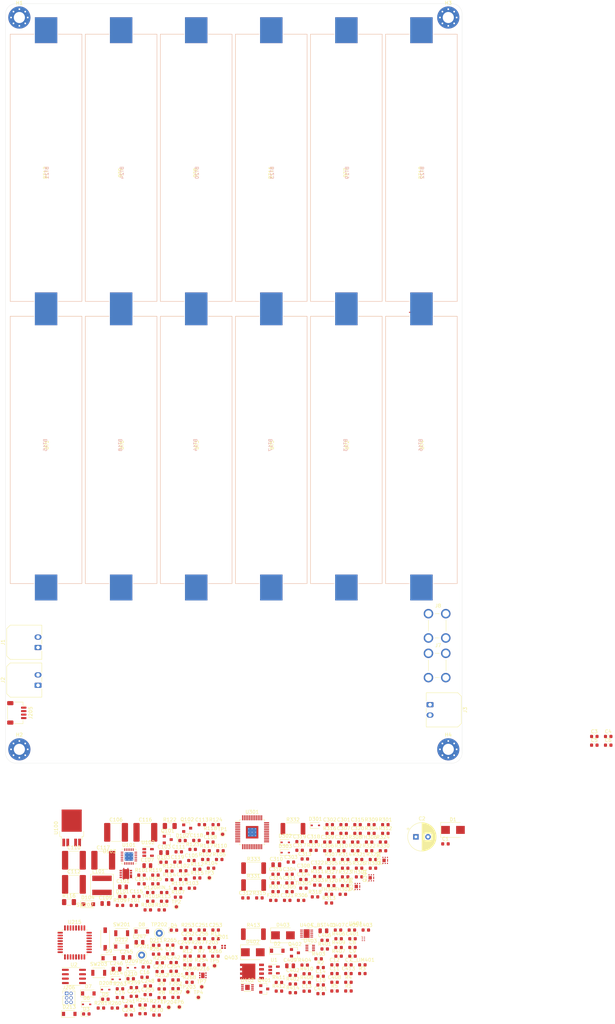
<source format=kicad_pcb>
(kicad_pcb (version 20171130) (host pcbnew "(5.1.5)-3")
  (layers (0 PWR power) (1 Signal.1 signal) (2 Signal.2 signal) (31 GND power) (34 B.Paste user) (35 F.Paste user) (36 B.SilkS user) (37 F.SilkS user) (38 B.Mask user) (39 F.Mask user) (44 Edge.Cuts user))
  (net 0 "")
  (net 1 /CHARGER/AC_FUSED_IN)
  (net 2 GND)
  (net 3 "Net-(C4-Pad1)")
  (net 4 "Net-(C6-Pad1)")
  (net 5 "Net-(C7-Pad1)")
  (net 6 +BATT)
  (net 7 "Net-(C10-Pad2)")
  (net 8 /SYS_MGMT/ESC_PWR_OUT)
  (net 9 /MCU/ANALOG_V_SYSTEM)
  (net 10 /MCU/ANALOG_V_ESCS)
  (net 11 /MCU/ANALOG_I_ESCS)
  (net 12 /CHARGER/VREF)
  (net 13 /CHARGER/BQ_24617_VFB)
  (net 14 "Net-(C103-Pad2)")
  (net 15 /CHARGER/I_SYS_P)
  (net 16 /CHARGER/SYS_PWR_OUT)
  (net 17 "Net-(C107-Pad1)")
  (net 18 +3V3)
  (net 19 "Net-(C109-Pad2)")
  (net 20 "Net-(C111-Pad2)")
  (net 21 "Net-(C111-Pad1)")
  (net 22 /CHARGER/CHG_THERM)
  (net 23 /CHARGER/I_CHG_P)
  (net 24 "Net-(C118-Pad2)")
  (net 25 /CHARGER/~AC_DRV)
  (net 26 "Net-(C224-Pad2)")
  (net 27 /MCU/XTAL_P)
  (net 28 /MCU/~RESET)
  (net 29 /MCU/XTAL_N)
  (net 30 /MCU/USR_BUTTON)
  (net 31 "Net-(C249-Pad2)")
  (net 32 /MCU/ESC_PWR_EN)
  (net 33 /CHARGER/BQ24617_CHG_EN)
  (net 34 /CHARGER/ANALOG_I_SYS)
  (net 35 /BATT_MGMT/BQ79606_WAKE)
  (net 36 /BATT_MGMT/~BQ79606_FAULT)
  (net 37 /CHARGER/ANALOG_I_CHG)
  (net 38 "Net-(C301-Pad1)")
  (net 39 /BATT_MGMT/THERM1)
  (net 40 /BATT_MGMT/THERM4)
  (net 41 "Net-(C304-Pad1)")
  (net 42 "Net-(C305-Pad1)")
  (net 43 "Net-(C306-Pad1)")
  (net 44 /BATT_MGMT/THERM2)
  (net 45 /BATT_MGMT/THERM5)
  (net 46 "Net-(C309-Pad1)")
  (net 47 /BATT_MGMT/THERM3)
  (net 48 /BATT_MGMT/THERM6)
  (net 49 /BATT_MGMT/CELL_BAL_3)
  (net 50 /BATT_MGMT/CELL_BAL_2)
  (net 51 /BATT_MGMT/CELL_BAL_1)
  (net 52 /BATT_MGMT/CELL_BAL_0)
  (net 53 /BATT_MGMT/BQ79606_LDOIN)
  (net 54 /BATT_MGMT/BQ79606_BAT)
  (net 55 /BATT_MGMT/CELL_FILT_3)
  (net 56 /BATT_MGMT/CELL_FILT_2)
  (net 57 /BATT_MGMT/CELL_FILT_1)
  (net 58 /BATT_MGMT/CELL_FILT_0)
  (net 59 "Net-(C322-Pad1)")
  (net 60 /BATT_MGMT/SERIES_BANK_2)
  (net 61 /BATT_MGMT/SERIES_BANK_1)
  (net 62 "Net-(C323-Pad1)")
  (net 63 "Net-(C324-Pad1)")
  (net 64 /CHARGER/~BQ24617_BATT_DRV)
  (net 65 "Net-(C406-Pad2)")
  (net 66 "Net-(C408-Pad2)")
  (net 67 "Net-(C405-Pad1)")
  (net 68 "Net-(D3-Pad1)")
  (net 69 "Net-(D4-Pad1)")
  (net 70 "Net-(D5-Pad2)")
  (net 71 "Net-(D6-Pad1)")
  (net 72 /CHARGER/POWER_GOOD)
  (net 73 "Net-(D101-Pad2)")
  (net 74 /CHARGER/STAT2)
  (net 75 "Net-(D102-Pad2)")
  (net 76 "Net-(D103-Pad2)")
  (net 77 /CHARGER/STAT1)
  (net 78 "Net-(D208-Pad2)")
  (net 79 "Net-(D209-Pad2)")
  (net 80 "Net-(D210-Pad2)")
  (net 81 "Net-(D211-Pad2)")
  (net 82 "Net-(D214-Pad2)")
  (net 83 "Net-(F101-Pad2)")
  (net 84 "Net-(F301-Pad2)")
  (net 85 /MCU/STM32_SWDIO)
  (net 86 /MCU/STM32_SWCLK)
  (net 87 /MCU/UART_DIAGS_STM_TX)
  (net 88 /MCU/UART_DIAGS_STM_RX)
  (net 89 "Net-(Q101-Pad3)")
  (net 90 /CHARGER/AC_FUSED)
  (net 91 /SYS_MGMT/AC_FUSED)
  (net 92 "Net-(Q402-Pad2)")
  (net 93 /MCU/UART_CAN_STM_RX)
  (net 94 /MCU/UART_CAN_STM_TX)
  (net 95 /CHARGER/ISET1)
  (net 96 /CHARGER/ISET2)
  (net 97 /CHARGER/ACSET)
  (net 98 "Net-(R111-Pad1)")
  (net 99 /CHARGER/I_CHG_JMP_P)
  (net 100 /CHARGER/I_CHG_JMP_N)
  (net 101 "Net-(R119-Pad2)")
  (net 102 /MCU/SM0_LED)
  (net 103 /MCU/SM1_LED)
  (net 104 "Net-(J205-Pad2)")
  (net 105 "Net-(J205-Pad3)")
  (net 106 /BATT_MGMT/UART_BQ79606_STM_RX)
  (net 107 /BATT_MGMT/UART_BQ79606_STM_TX)
  (net 108 /BATT_MGMT/TSREF)
  (net 109 "Net-(Q301-Pad1)")
  (net 110 "Net-(Q302-Pad1)")
  (net 111 "Net-(Q303-Pad1)")
  (net 112 "Net-(C405-Pad2)")
  (net 113 "Net-(R408-Pad1)")
  (net 114 "Net-(R410-Pad2)")
  (net 115 "Net-(R412-Pad1)")
  (net 116 "Net-(R414-Pad1)")
  (net 117 /CHARGER/~CHG_LS_EN)
  (net 118 "Net-(L101-Pad1)")
  (net 119 "Net-(U2-Pad5)")
  (net 120 "Net-(U2-Pad8)")
  (net 121 "Net-(U101-Pad19)")
  (net 122 "Net-(U101-Pad21)")
  (net 123 "Net-(U215-Pad18)")
  (net 124 "Net-(U215-Pad26)")
  (net 125 "Net-(U215-Pad27)")
  (net 126 "Net-(U215-Pad28)")
  (net 127 "Net-(U216-Pad2)")
  (net 128 "Net-(SW202-Pad1)")
  (net 129 "Net-(U216-Pad5)")
  (net 130 "Net-(U301-Pad17)")
  (net 131 "Net-(U301-Pad18)")
  (net 132 "Net-(U301-Pad19)")
  (net 133 "Net-(U301-Pad20)")
  (net 134 "Net-(U301-Pad21)")
  (net 135 "Net-(U301-Pad22)")
  (net 136 "Net-(U301-Pad23)")
  (net 137 "Net-(U301-Pad24)")
  (net 138 "Net-(U301-Pad34)")
  (net 139 "Net-(U301-Pad38)")
  (net 140 "Net-(U301-Pad47)")
  (net 141 "Net-(U403-Pad3)")
  (net 142 "Net-(U403-Pad5)")
  (net 143 "Net-(C_BST401-Pad2)")
  (net 144 "Net-(C_LIM401-Pad1)")
  (net 145 "Net-(R409-Pad2)")
  (net 146 "Net-(C_BST401-Pad1)")
  (net 147 "Net-(Y201-Pad2)")
  (net 148 "Net-(Q403-Pad2)")
  (net 149 "Net-(C3-Pad1)")
  (net 150 "Net-(C5-Pad1)")
  (module MountingHole:MountingHole_3.2mm_M3_Pad_Via (layer PWR) (at 82.3 35)
    (fp_text reference H1 (at 0 -4.2) (layer F.SilkS))
    (fp_text value Top_Left)
    (pad 1 thru_hole circle (at 1.697056 -1.697056) (size 0.8 0.8) (drill 0.5) (layers *.Cu *.Mask) (net 149 "Net-(C3-Pad1)"))
    (pad 1 thru_hole circle (at 0 -2.4) (size 0.8 0.8) (drill 0.5) (layers *.Cu *.Mask) (net 149 "Net-(C3-Pad1)"))
    (pad 1 thru_hole circle (at -1.697056 -1.697056) (size 0.8 0.8) (drill 0.5) (layers *.Cu *.Mask) (net 149 "Net-(C3-Pad1)"))
    (pad 1 thru_hole circle (at -2.4 0) (size 0.8 0.8) (drill 0.5) (layers *.Cu *.Mask) (net 149 "Net-(C3-Pad1)"))
    (pad 1 thru_hole circle (at -1.697056 1.697056) (size 0.8 0.8) (drill 0.5) (layers *.Cu *.Mask) (net 149 "Net-(C3-Pad1)"))
    (pad 1 thru_hole circle (at 0 2.4) (size 0.8 0.8) (drill 0.5) (layers *.Cu *.Mask) (net 149 "Net-(C3-Pad1)"))
    (pad 1 thru_hole circle (at 1.697056 1.697056) (size 0.8 0.8) (drill 0.5) (layers *.Cu *.Mask) (net 149 "Net-(C3-Pad1)"))
    (pad 1 thru_hole circle (at 2.4 0) (size 0.8 0.8) (drill 0.5) (layers *.Cu *.Mask) (net 149 "Net-(C3-Pad1)"))
    (pad 1 thru_hole circle (at 0 0) (size 6.4 6.4) (drill 3.2) (layers *.Cu *.Mask) (net 149 "Net-(C3-Pad1)"))
  )
  (module MountingHole:MountingHole_3.2mm_M3_Pad_Via (layer PWR) (at 82.3 246)
    (fp_text reference H2 (at 0 -4.2) (layer F.SilkS))
    (fp_text value Bot_Left)
    (pad 1 thru_hole circle (at 1.697056 -1.697056) (size 0.8 0.8) (drill 0.5) (layers *.Cu *.Mask) (net 3 "Net-(C4-Pad1)"))
    (pad 1 thru_hole circle (at 0 -2.4) (size 0.8 0.8) (drill 0.5) (layers *.Cu *.Mask) (net 3 "Net-(C4-Pad1)"))
    (pad 1 thru_hole circle (at -1.697056 -1.697056) (size 0.8 0.8) (drill 0.5) (layers *.Cu *.Mask) (net 3 "Net-(C4-Pad1)"))
    (pad 1 thru_hole circle (at -2.4 0) (size 0.8 0.8) (drill 0.5) (layers *.Cu *.Mask) (net 3 "Net-(C4-Pad1)"))
    (pad 1 thru_hole circle (at -1.697056 1.697056) (size 0.8 0.8) (drill 0.5) (layers *.Cu *.Mask) (net 3 "Net-(C4-Pad1)"))
    (pad 1 thru_hole circle (at 0 2.4) (size 0.8 0.8) (drill 0.5) (layers *.Cu *.Mask) (net 3 "Net-(C4-Pad1)"))
    (pad 1 thru_hole circle (at 1.697056 1.697056) (size 0.8 0.8) (drill 0.5) (layers *.Cu *.Mask) (net 3 "Net-(C4-Pad1)"))
    (pad 1 thru_hole circle (at 2.4 0) (size 0.8 0.8) (drill 0.5) (layers *.Cu *.Mask) (net 3 "Net-(C4-Pad1)"))
    (pad 1 thru_hole circle (at 0 0) (size 6.4 6.4) (drill 3.2) (layers *.Cu *.Mask) (net 3 "Net-(C4-Pad1)"))
  )
  (module MountingHole:MountingHole_3.2mm_M3_Pad_Via (layer PWR) (at 206 246)
    (fp_text reference H4 (at 0 -4.2) (layer F.SilkS))
    (fp_text value Bot_Right)
    (pad 1 thru_hole circle (at 1.697056 -1.697056) (size 0.8 0.8) (drill 0.5) (layers *.Cu *.Mask) (net 4 "Net-(C6-Pad1)"))
    (pad 1 thru_hole circle (at 0 -2.4) (size 0.8 0.8) (drill 0.5) (layers *.Cu *.Mask) (net 4 "Net-(C6-Pad1)"))
    (pad 1 thru_hole circle (at -1.697056 -1.697056) (size 0.8 0.8) (drill 0.5) (layers *.Cu *.Mask) (net 4 "Net-(C6-Pad1)"))
    (pad 1 thru_hole circle (at -2.4 0) (size 0.8 0.8) (drill 0.5) (layers *.Cu *.Mask) (net 4 "Net-(C6-Pad1)"))
    (pad 1 thru_hole circle (at -1.697056 1.697056) (size 0.8 0.8) (drill 0.5) (layers *.Cu *.Mask) (net 4 "Net-(C6-Pad1)"))
    (pad 1 thru_hole circle (at 0 2.4) (size 0.8 0.8) (drill 0.5) (layers *.Cu *.Mask) (net 4 "Net-(C6-Pad1)"))
    (pad 1 thru_hole circle (at 1.697056 1.697056) (size 0.8 0.8) (drill 0.5) (layers *.Cu *.Mask) (net 4 "Net-(C6-Pad1)"))
    (pad 1 thru_hole circle (at 2.4 0) (size 0.8 0.8) (drill 0.5) (layers *.Cu *.Mask) (net 4 "Net-(C6-Pad1)"))
    (pad 1 thru_hole circle (at 0 0) (size 6.4 6.4) (drill 3.2) (layers *.Cu *.Mask) (net 4 "Net-(C6-Pad1)"))
  )
  (module MountingHole:MountingHole_3.2mm_M3_Pad_Via (layer PWR) (at 206 35)
    (fp_text reference H3 (at 0 -4.2) (layer F.SilkS))
    (fp_text value Top_Right)
    (pad 1 thru_hole circle (at 1.697056 -1.697056) (size 0.8 0.8) (drill 0.5) (layers *.Cu *.Mask) (net 150 "Net-(C5-Pad1)"))
    (pad 1 thru_hole circle (at 0 -2.4) (size 0.8 0.8) (drill 0.5) (layers *.Cu *.Mask) (net 150 "Net-(C5-Pad1)"))
    (pad 1 thru_hole circle (at -1.697056 -1.697056) (size 0.8 0.8) (drill 0.5) (layers *.Cu *.Mask) (net 150 "Net-(C5-Pad1)"))
    (pad 1 thru_hole circle (at -2.4 0) (size 0.8 0.8) (drill 0.5) (layers *.Cu *.Mask) (net 150 "Net-(C5-Pad1)"))
    (pad 1 thru_hole circle (at -1.697056 1.697056) (size 0.8 0.8) (drill 0.5) (layers *.Cu *.Mask) (net 150 "Net-(C5-Pad1)"))
    (pad 1 thru_hole circle (at 0 2.4) (size 0.8 0.8) (drill 0.5) (layers *.Cu *.Mask) (net 150 "Net-(C5-Pad1)"))
    (pad 1 thru_hole circle (at 1.697056 1.697056) (size 0.8 0.8) (drill 0.5) (layers *.Cu *.Mask) (net 150 "Net-(C5-Pad1)"))
    (pad 1 thru_hole circle (at 2.4 0) (size 0.8 0.8) (drill 0.5) (layers *.Cu *.Mask) (net 150 "Net-(C5-Pad1)"))
    (pad 1 thru_hole circle (at 0 0) (size 6.4 6.4) (drill 3.2) (layers *.Cu *.Mask) (net 150 "Net-(C5-Pad1)"))
  )
  (module CHUM_BUCKET_FOOTPRINTS:Keystone_1042p_18650_Holder (layer GND) (at 176.6 118 90)
    (fp_text reference BT19 (at 38.2524 0.2286 270) (layer B.SilkS) (effects (justify mirror)))
    (fp_text value 18650)
    (pad 2 smd rect (at 79.34 0 90) (size 7.46 6.47) (layers GND B.Paste B.Mask) (net 60 /BATT_MGMT/SERIES_BANK_2))
    (pad 1 smd rect (at 0 0 90) (size 7.46 6.47) (layers GND B.Paste B.Mask) (net 6 +BATT))
  )
  (module CHUM_BUCKET_FOOTPRINTS:Keystone_1042p_18650_Holder (layer GND) (at 154.95 118 90)
    (fp_text reference BT23 (at 38.2524 0.2286 270) (layer B.SilkS) (effects (justify mirror)))
    (fp_text value 18650)
    (pad 2 smd rect (at 79.34 0 90) (size 7.46 6.47) (layers GND B.Paste B.Mask) (net 61 /BATT_MGMT/SERIES_BANK_1))
    (pad 1 smd rect (at 0 0 90) (size 7.46 6.47) (layers GND B.Paste B.Mask) (net 60 /BATT_MGMT/SERIES_BANK_2))
  )
  (module CHUM_BUCKET_FOOTPRINTS:Keystone_1042p_18650_Holder (layer GND) (at 133.3 118 90)
    (fp_text reference BT20 (at 38.2524 0.2286 270) (layer B.SilkS) (effects (justify mirror)))
    (fp_text value 18650)
    (pad 2 smd rect (at 79.34 0 90) (size 7.46 6.47) (layers GND B.Paste B.Mask) (net 61 /BATT_MGMT/SERIES_BANK_1))
    (pad 1 smd rect (at 0 0 90) (size 7.46 6.47) (layers GND B.Paste B.Mask) (net 60 /BATT_MGMT/SERIES_BANK_2))
  )
  (module CHUM_BUCKET_FOOTPRINTS:Keystone_1042p_18650_Holder (layer GND) (at 111.65 118 90)
    (fp_text reference BT24 (at 38.2524 0.2286 270) (layer B.SilkS) (effects (justify mirror)))
    (fp_text value 18650)
    (pad 2 smd rect (at 79.34 0 90) (size 7.46 6.47) (layers GND B.Paste B.Mask) (net 2 GND))
    (pad 1 smd rect (at 0 0 90) (size 7.46 6.47) (layers GND B.Paste B.Mask) (net 61 /BATT_MGMT/SERIES_BANK_1))
  )
  (module CHUM_BUCKET_FOOTPRINTS:Keystone_1042p_18650_Holder (layer GND) (at 90 118 90)
    (fp_text reference BT21 (at 38.2524 0.2286 270) (layer B.SilkS) (effects (justify mirror)))
    (fp_text value 18650)
    (pad 2 smd rect (at 79.34 0 90) (size 7.46 6.47) (layers GND B.Paste B.Mask) (net 2 GND))
    (pad 1 smd rect (at 0 0 90) (size 7.46 6.47) (layers GND B.Paste B.Mask) (net 61 /BATT_MGMT/SERIES_BANK_1))
  )
  (module CHUM_BUCKET_FOOTPRINTS:Keystone_1042p_18650_Holder (layer GND) (at 90 120 270)
    (fp_text reference BT15 (at 38.2524 0.2286 270) (layer B.SilkS) (effects (justify mirror)))
    (fp_text value 18650)
    (pad 2 smd rect (at 79.34 0 270) (size 7.46 6.47) (layers GND B.Paste B.Mask) (net 2 GND))
    (pad 1 smd rect (at 0 0 270) (size 7.46 6.47) (layers GND B.Paste B.Mask) (net 61 /BATT_MGMT/SERIES_BANK_1))
  )
  (module CHUM_BUCKET_FOOTPRINTS:Keystone_1042p_18650_Holder (layer GND) (at 111.65 120 270)
    (fp_text reference BT18 (at 38.2524 0.2286 270) (layer B.SilkS) (effects (justify mirror)))
    (fp_text value 18650)
    (pad 2 smd rect (at 79.34 0 270) (size 7.46 6.47) (layers GND B.Paste B.Mask) (net 2 GND))
    (pad 1 smd rect (at 0 0 270) (size 7.46 6.47) (layers GND B.Paste B.Mask) (net 61 /BATT_MGMT/SERIES_BANK_1))
  )
  (module CHUM_BUCKET_FOOTPRINTS:Keystone_1042p_18650_Holder (layer GND) (at 133.3 120 270)
    (fp_text reference BT14 (at 38.2524 0.2286 270) (layer B.SilkS) (effects (justify mirror)))
    (fp_text value 18650)
    (pad 2 smd rect (at 79.34 0 270) (size 7.46 6.47) (layers GND B.Paste B.Mask) (net 61 /BATT_MGMT/SERIES_BANK_1))
    (pad 1 smd rect (at 0 0 270) (size 7.46 6.47) (layers GND B.Paste B.Mask) (net 60 /BATT_MGMT/SERIES_BANK_2))
  )
  (module CHUM_BUCKET_FOOTPRINTS:Keystone_1042p_18650_Holder (layer GND) (at 154.95 120 270)
    (fp_text reference BT17 (at 38.2524 0.2286 270) (layer B.SilkS) (effects (justify mirror)))
    (fp_text value 18650)
    (pad 2 smd rect (at 79.34 0 270) (size 7.46 6.47) (layers GND B.Paste B.Mask) (net 61 /BATT_MGMT/SERIES_BANK_1))
    (pad 1 smd rect (at 0 0 270) (size 7.46 6.47) (layers GND B.Paste B.Mask) (net 60 /BATT_MGMT/SERIES_BANK_2))
  )
  (module CHUM_BUCKET_FOOTPRINTS:Keystone_1042p_18650_Holder (layer GND) (at 176.6 120 270)
    (fp_text reference BT13 (at 38.2524 0.2286 270) (layer B.SilkS) (effects (justify mirror)))
    (fp_text value 18650)
    (pad 2 smd rect (at 79.34 0 270) (size 7.46 6.47) (layers GND B.Paste B.Mask) (net 60 /BATT_MGMT/SERIES_BANK_2))
    (pad 1 smd rect (at 0 0 270) (size 7.46 6.47) (layers GND B.Paste B.Mask) (net 6 +BATT))
  )
  (module CHUM_BUCKET_FOOTPRINTS:Keystone_1042p_18650_Holder (layer PWR) (at 111.65 120 270)
    (fp_text reference BT6 (at 38.2524 -0.2286 90) (layer F.SilkS))
    (fp_text value 18650)
    (pad 2 smd rect (at 79.34 0 270) (size 7.46 6.47) (layers PWR F.Paste F.Mask) (net 2 GND))
    (pad 1 smd rect (at 0 0 270) (size 7.46 6.47) (layers PWR F.Paste F.Mask) (net 61 /BATT_MGMT/SERIES_BANK_1))
  )
  (module CHUM_BUCKET_FOOTPRINTS:Keystone_1042p_18650_Holder (layer PWR) (at 90 120 270)
    (fp_text reference BT1 (at 38.2524 -0.2286 90) (layer F.SilkS))
    (fp_text value 18650)
    (pad 2 smd rect (at 79.34 0 270) (size 7.46 6.47) (layers PWR F.Paste F.Mask) (net 2 GND))
    (pad 1 smd rect (at 0 0 270) (size 7.46 6.47) (layers PWR F.Paste F.Mask) (net 61 /BATT_MGMT/SERIES_BANK_1))
  )
  (module CHUM_BUCKET_FOOTPRINTS:Keystone_1042p_18650_Holder (layer PWR) (at 90 118 90)
    (fp_text reference BT12 (at 38.2524 -0.2286 90) (layer F.SilkS))
    (fp_text value 18650)
    (pad 2 smd rect (at 79.34 0 90) (size 7.46 6.47) (layers PWR F.Paste F.Mask) (net 2 GND))
    (pad 1 smd rect (at 0 0 90) (size 7.46 6.47) (layers PWR F.Paste F.Mask) (net 61 /BATT_MGMT/SERIES_BANK_1))
  )
  (module CHUM_BUCKET_FOOTPRINTS:Keystone_1042p_18650_Holder (layer PWR) (at 111.65 118 90)
    (fp_text reference BT9 (at 38.2524 -0.2286 90) (layer F.SilkS))
    (fp_text value 18650)
    (pad 2 smd rect (at 79.34 0 90) (size 7.46 6.47) (layers PWR F.Paste F.Mask) (net 2 GND))
    (pad 1 smd rect (at 0 0 90) (size 7.46 6.47) (layers PWR F.Paste F.Mask) (net 61 /BATT_MGMT/SERIES_BANK_1))
  )
  (module CHUM_BUCKET_FOOTPRINTS:Keystone_1042p_18650_Holder (layer PWR) (at 133.3 118 90)
    (fp_text reference BT8 (at 38.2524 -0.2286 90) (layer F.SilkS))
    (fp_text value 18650)
    (pad 2 smd rect (at 79.34 0 90) (size 7.46 6.47) (layers PWR F.Paste F.Mask) (net 61 /BATT_MGMT/SERIES_BANK_1))
    (pad 1 smd rect (at 0 0 90) (size 7.46 6.47) (layers PWR F.Paste F.Mask) (net 60 /BATT_MGMT/SERIES_BANK_2))
  )
  (module CHUM_BUCKET_FOOTPRINTS:Keystone_1042p_18650_Holder (layer PWR) (at 133.3 120 270)
    (fp_text reference BT3 (at 38.2524 -0.2286 90) (layer F.SilkS))
    (fp_text value 18650)
    (pad 2 smd rect (at 79.34 0 270) (size 7.46 6.47) (layers PWR F.Paste F.Mask) (net 61 /BATT_MGMT/SERIES_BANK_1))
    (pad 1 smd rect (at 0 0 270) (size 7.46 6.47) (layers PWR F.Paste F.Mask) (net 60 /BATT_MGMT/SERIES_BANK_2))
  )
  (module CHUM_BUCKET_FOOTPRINTS:Keystone_1042p_18650_Holder (layer PWR) (at 154.95 118 90)
    (fp_text reference BT11 (at 38.2524 -0.2286 90) (layer F.SilkS))
    (fp_text value 18650)
    (pad 2 smd rect (at 79.34 0 90) (size 7.46 6.47) (layers PWR F.Paste F.Mask) (net 61 /BATT_MGMT/SERIES_BANK_1))
    (pad 1 smd rect (at 0 0 90) (size 7.46 6.47) (layers PWR F.Paste F.Mask) (net 60 /BATT_MGMT/SERIES_BANK_2))
  )
  (module CHUM_BUCKET_FOOTPRINTS:Keystone_1042p_18650_Holder (layer PWR) (at 154.95 120 270)
    (fp_text reference BT5 (at 38.2524 -0.2286 90) (layer F.SilkS))
    (fp_text value 18650)
    (pad 2 smd rect (at 79.34 0 270) (size 7.46 6.47) (layers PWR F.Paste F.Mask) (net 61 /BATT_MGMT/SERIES_BANK_1))
    (pad 1 smd rect (at 0 0 270) (size 7.46 6.47) (layers PWR F.Paste F.Mask) (net 60 /BATT_MGMT/SERIES_BANK_2))
  )
  (module CHUM_BUCKET_FOOTPRINTS:Keystone_1042p_18650_Holder (layer PWR) (at 176.6 118 90)
    (fp_text reference BT7 (at 38.2524 -0.2286 90) (layer F.SilkS))
    (fp_text value 18650)
    (pad 2 smd rect (at 79.34 0 90) (size 7.46 6.47) (layers PWR F.Paste F.Mask) (net 60 /BATT_MGMT/SERIES_BANK_2))
    (pad 1 smd rect (at 0 0 90) (size 7.46 6.47) (layers PWR F.Paste F.Mask) (net 6 +BATT))
  )
  (module CHUM_BUCKET_FOOTPRINTS:Keystone_1042p_18650_Holder (layer PWR) (at 176.6 120 270)
    (fp_text reference BT2 (at 38.2524 -0.2286 90) (layer F.SilkS))
    (fp_text value 18650)
    (pad 2 smd rect (at 79.34 0 270) (size 7.46 6.47) (layers PWR F.Paste F.Mask) (net 60 /BATT_MGMT/SERIES_BANK_2))
    (pad 1 smd rect (at 0 0 270) (size 7.46 6.47) (layers PWR F.Paste F.Mask) (net 6 +BATT))
  )
  (module CHUM_BUCKET_FOOTPRINTS:Keystone_1042p_18650_Holder (layer PWR) (at 198.25 120 270)
    (fp_text reference BT4 (at 38.2524 -0.2286 90) (layer F.SilkS))
    (fp_text value 18650)
    (pad 2 smd rect (at 79.34 0 270) (size 7.46 6.47) (layers PWR F.Paste F.Mask) (net 60 /BATT_MGMT/SERIES_BANK_2))
    (pad 1 smd rect (at 0 0 270) (size 7.46 6.47) (layers PWR F.Paste F.Mask) (net 6 +BATT))
  )
  (module CHUM_BUCKET_FOOTPRINTS:Keystone_1042p_18650_Holder (layer PWR) (at 198.25 118 90)
    (fp_text reference BT10 (at 38.2524 -0.2286 90) (layer F.SilkS))
    (fp_text value 18650)
    (pad 2 smd rect (at 79.34 0 90) (size 7.46 6.47) (layers PWR F.Paste F.Mask) (net 60 /BATT_MGMT/SERIES_BANK_2))
    (pad 1 smd rect (at 0 0 90) (size 7.46 6.47) (layers PWR F.Paste F.Mask) (net 6 +BATT))
  )
  (module CHUM_BUCKET_FOOTPRINTS:Keystone_1042p_18650_Holder (layer GND) (at 198.25 118 90)
    (fp_text reference BT22 (at 38.2524 0.2286 -90) (layer B.SilkS) (effects (justify mirror)))
    (fp_text value 18650)
    (pad 2 smd rect (at 79.34 0 90) (size 7.46 6.47) (layers GND B.Paste B.Mask) (net 60 /BATT_MGMT/SERIES_BANK_2))
    (pad 1 smd rect (at 0 0 90) (size 7.46 6.47) (layers GND B.Paste B.Mask) (net 6 +BATT))
  )
  (module CHUM_BUCKET_FOOTPRINTS:Keystone_1042p_18650_Holder (layer GND) (at 198.25 120 270)
    (fp_text reference BT16 (at 38.2524 0.2286 270) (layer B.SilkS) (effects (justify mirror)))
    (fp_text value 18650)
    (pad 2 smd rect (at 79.34 0 270) (size 7.46 6.47) (layers GND B.Paste B.Mask) (net 60 /BATT_MGMT/SERIES_BANK_2))
    (pad 1 smd rect (at 0 0 270) (size 7.46 6.47) (layers GND B.Paste B.Mask) (net 6 +BATT))
  )
  (module CHUM_BUCKET_FOOTPRINTS:Keystone_7771 (layer PWR) (at 200.279 218.313)
    (fp_text reference J7 (at 2.794 -2.286) (layer F.SilkS))
    (fp_text value ESC_PWR)
    (pad 1 thru_hole circle (at 5 7.01) (size 2.75 2.75) (drill 1.9) (layers *.Cu *.Mask) (net 8 /SYS_MGMT/ESC_PWR_OUT))
    (pad 1 thru_hole circle (at 0 7.01) (size 2.75 2.75) (drill 1.9) (layers *.Cu *.Mask) (net 8 /SYS_MGMT/ESC_PWR_OUT))
    (pad 1 thru_hole circle (at 5 0) (size 2.75 2.75) (drill 1.9) (layers *.Cu *.Mask) (net 8 /SYS_MGMT/ESC_PWR_OUT))
    (pad 1 thru_hole circle (at 0 0) (size 2.75 2.75) (drill 1.9) (layers *.Cu *.Mask) (net 8 /SYS_MGMT/ESC_PWR_OUT))
  )
  (module CHUM_BUCKET_FOOTPRINTS:Keystone_7771 (layer PWR) (at 200.279 206.883)
    (fp_text reference J8 (at 2.794 -2.286) (layer F.SilkS))
    (fp_text value ESC_GND)
    (pad 1 thru_hole circle (at 0 0) (size 2.75 2.75) (drill 1.9) (layers *.Cu *.Mask) (net 2 GND))
    (pad 1 thru_hole circle (at 5 0) (size 2.75 2.75) (drill 1.9) (layers *.Cu *.Mask) (net 2 GND))
    (pad 1 thru_hole circle (at 0 7.01) (size 2.75 2.75) (drill 1.9) (layers *.Cu *.Mask) (net 2 GND))
    (pad 1 thru_hole circle (at 5 7.01) (size 2.75 2.75) (drill 1.9) (layers *.Cu *.Mask) (net 2 GND))
  )
  (module Connector_Molex:Molex_Micro-Fit_3.0_43650-0200_1x02_P3.00mm_Horizontal (layer PWR) (at 87.6808 216.6366 90)
    (fp_text reference J1 (at 1.5 -10.12 90) (layer F.SilkS))
    (fp_text value Conn_01x02)
    (pad "" np_thru_hole circle (at 1.5 -4.32 90) (size 3 3) (drill 3) (layers *.Cu *.Mask))
    (pad 1 thru_hole roundrect (at 0 0 90) (size 1.5 2.02) (drill 1.02) (layers *.Cu *.Mask) (roundrect_rratio 0.166667) (net 2 GND))
    (pad 2 thru_hole oval (at 3 0 90) (size 1.5 2.02) (drill 1.02) (layers *.Cu *.Mask) (net 1 /CHARGER/AC_FUSED_IN))
  )
  (module Connector_Molex:Molex_Micro-Fit_3.0_43650-0200_1x02_P3.00mm_Horizontal (layer PWR) (at 87.6808 227.5332 90)
    (fp_text reference J2 (at 1.5 -10.12 90) (layer F.SilkS))
    (fp_text value Conn_01x02)
    (pad "" np_thru_hole circle (at 1.5 -4.32 90) (size 3 3) (drill 3) (layers *.Cu *.Mask))
    (pad 1 thru_hole roundrect (at 0 0 90) (size 1.5 2.02) (drill 1.02) (layers *.Cu *.Mask) (roundrect_rratio 0.166667) (net 2 GND))
    (pad 2 thru_hole oval (at 3 0 90) (size 1.5 2.02) (drill 1.02) (layers *.Cu *.Mask) (net 1 /CHARGER/AC_FUSED_IN))
  )
  (module Connector_Molex:Molex_Micro-Fit_3.0_43650-0200_1x02_P3.00mm_Horizontal (layer PWR) (at 200.7362 233.1212 270)
    (fp_text reference J3 (at 1.5 -10.12 90) (layer F.SilkS))
    (fp_text value Conn_01x02)
    (pad "" np_thru_hole circle (at 1.5 -4.32 270) (size 3 3) (drill 3) (layers *.Cu *.Mask))
    (pad 1 thru_hole roundrect (at 0 0 270) (size 1.5 2.02) (drill 1.02) (layers *.Cu *.Mask) (roundrect_rratio 0.166667) (net 16 /CHARGER/SYS_PWR_OUT))
    (pad 2 thru_hole oval (at 3 0 270) (size 1.5 2.02) (drill 1.02) (layers *.Cu *.Mask) (net 2 GND))
  )
  (module Connector_JST:JST_SH_SM04B-SRSS-TB_1x04-1MP_P1.00mm_Horizontal (layer PWR) (at 81.5594 235.4834 270)
    (fp_text reference J205 (at 0 -3.98 90) (layer F.SilkS))
    (fp_text value CAN_CONN)
    (pad 1 smd roundrect (at -1.5 -2 270) (size 0.6 1.55) (layers PWR F.Paste F.Mask) (net 71 "Net-(D6-Pad1)"))
    (pad 2 smd roundrect (at -0.5 -2 270) (size 0.6 1.55) (layers PWR F.Paste F.Mask) (net 104 "Net-(J205-Pad2)"))
    (pad 3 smd roundrect (at 0.5 -2 270) (size 0.6 1.55) (layers PWR F.Paste F.Mask) (net 105 "Net-(J205-Pad3)"))
    (pad 4 smd roundrect (at 1.5 -2 270) (size 0.6 1.55) (layers PWR F.Paste F.Mask) (net 2 GND))
    (pad MP smd roundrect (at -2.8 1.875 270) (size 1.2 1.8) (layers PWR F.Paste F.Mask) (roundrect_rratio 0.208333))
    (pad MP smd roundrect (at 2.8 1.875 270) (size 1.2 1.8) (layers PWR F.Paste F.Mask) (roundrect_rratio 0.208333))
  )
  (module Capacitor_SMD:C_0603_1608Metric (layer PWR) (at 205.185201 273.259001)
    (fp_text reference C1 (at 0 -1.43) (layer F.SilkS))
    (fp_text value 10nF)
    (pad 1 smd roundrect (at -0.7875 0) (size 0.875 0.95) (layers PWR F.Paste F.Mask) (net 1 /CHARGER/AC_FUSED_IN))
    (pad 2 smd roundrect (at 0.7875 0) (size 0.875 0.95) (layers PWR F.Paste F.Mask) (net 2 GND))
  )
  (module Capacitor_THT:CP_Radial_D8.0mm_P3.50mm (layer PWR) (at 196.659899 271.229001)
    (fp_text reference C2 (at 1.75 -5.25) (layer F.SilkS))
    (fp_text value 100uF)
    (pad 1 thru_hole rect (at 0 0) (size 1.6 1.6) (drill 0.8) (layers *.Cu *.Mask) (net 1 /CHARGER/AC_FUSED_IN))
    (pad 2 thru_hole circle (at 3.5 0) (size 1.6 1.6) (drill 0.8) (layers *.Cu *.Mask) (net 2 GND))
  )
  (module Capacitor_SMD:C_0603_1608Metric (layer PWR) (at 177.205201 308.139001)
    (fp_text reference C7 (at 0 -1.43) (layer F.SilkS))
    (fp_text value 0.47uF)
    (pad 1 smd roundrect (at -0.7875 0) (size 0.875 0.95) (layers PWR F.Paste F.Mask) (net 5 "Net-(C7-Pad1)"))
    (pad 2 smd roundrect (at 0.7875 0) (size 0.875 0.95) (layers PWR F.Paste F.Mask) (net 2 GND))
  )
  (module Capacitor_SMD:C_0603_1608Metric (layer PWR) (at 178.375201 303.119001)
    (fp_text reference C8 (at 0 -1.43) (layer F.SilkS))
    (fp_text value 1uF)
    (pad 1 smd roundrect (at -0.7875 0) (size 0.875 0.95) (layers PWR F.Paste F.Mask) (net 6 +BATT))
    (pad 2 smd roundrect (at 0.7875 0) (size 0.875 0.95) (layers PWR F.Paste F.Mask) (net 2 GND))
  )
  (module Capacitor_SMD:C_0603_1608Metric (layer PWR) (at 178.375201 305.629001)
    (fp_text reference C9 (at 0 -1.43) (layer F.SilkS))
    (fp_text value 1uF)
    (pad 2 smd roundrect (at 0.7875 0) (size 0.875 0.95) (layers PWR F.Paste F.Mask) (net 2 GND))
    (pad 1 smd roundrect (at -0.7875 0) (size 0.875 0.95) (layers PWR F.Paste F.Mask) (net 6 +BATT))
  )
  (module Capacitor_SMD:C_0603_1608Metric (layer PWR) (at 169.185201 313.929001)
    (fp_text reference C10 (at 0 -1.43) (layer F.SilkS))
    (fp_text value 10nF)
    (pad 1 smd roundrect (at -0.7875 0) (size 0.875 0.95) (layers PWR F.Paste F.Mask) (net 2 GND))
    (pad 2 smd roundrect (at 0.7875 0) (size 0.875 0.95) (layers PWR F.Paste F.Mask) (net 7 "Net-(C10-Pad2)"))
  )
  (module Capacitor_SMD:C_0603_1608Metric (layer PWR) (at 173.195201 310.649001)
    (fp_text reference C11 (at 0 -1.43) (layer F.SilkS))
    (fp_text value 10nF)
    (pad 2 smd roundrect (at 0.7875 0) (size 0.875 0.95) (layers PWR F.Paste F.Mask) (net 8 /SYS_MGMT/ESC_PWR_OUT))
    (pad 1 smd roundrect (at -0.7875 0) (size 0.875 0.95) (layers PWR F.Paste F.Mask) (net 7 "Net-(C10-Pad2)"))
  )
  (module Capacitor_SMD:C_0603_1608Metric (layer PWR) (at 173.195201 308.139001)
    (fp_text reference C12 (at 0 -1.43) (layer F.SilkS))
    (fp_text value 10nF)
    (pad 2 smd roundrect (at 0.7875 0) (size 0.875 0.95) (layers PWR F.Paste F.Mask) (net 9 /MCU/ANALOG_V_SYSTEM))
    (pad 1 smd roundrect (at -0.7875 0) (size 0.875 0.95) (layers PWR F.Paste F.Mask) (net 2 GND))
  )
  (module Capacitor_SMD:C_0603_1608Metric (layer PWR) (at 165.175201 315.729001)
    (fp_text reference C13 (at 0 -1.43) (layer F.SilkS))
    (fp_text value 10nF)
    (pad 1 smd roundrect (at -0.7875 0) (size 0.875 0.95) (layers PWR F.Paste F.Mask) (net 2 GND))
    (pad 2 smd roundrect (at 0.7875 0) (size 0.875 0.95) (layers PWR F.Paste F.Mask) (net 10 /MCU/ANALOG_V_ESCS))
  )
  (module Capacitor_SMD:C_0603_1608Metric (layer PWR) (at 169.185201 311.419001)
    (fp_text reference C14 (at 0 -1.43) (layer F.SilkS))
    (fp_text value 10nF)
    (pad 2 smd roundrect (at 0.7875 0) (size 0.875 0.95) (layers PWR F.Paste F.Mask) (net 8 /SYS_MGMT/ESC_PWR_OUT))
    (pad 1 smd roundrect (at -0.7875 0) (size 0.875 0.95) (layers PWR F.Paste F.Mask) (net 2 GND))
  )
  (module Capacitor_SMD:C_0603_1608Metric (layer PWR) (at 111.315201 317.559001)
    (fp_text reference C15 (at 0 -1.43) (layer F.SilkS))
    (fp_text value 0.1uF)
    (pad 1 smd roundrect (at -0.7875 0) (size 0.875 0.95) (layers PWR F.Paste F.Mask) (net 9 /MCU/ANALOG_V_SYSTEM))
    (pad 2 smd roundrect (at 0.7875 0) (size 0.875 0.95) (layers PWR F.Paste F.Mask) (net 2 GND))
  )
  (module Capacitor_SMD:C_0603_1608Metric (layer PWR) (at 118.415201 311.699001)
    (fp_text reference C16 (at 0 -1.43) (layer F.SilkS))
    (fp_text value 0.1uF)
    (pad 2 smd roundrect (at 0.7875 0) (size 0.875 0.95) (layers PWR F.Paste F.Mask) (net 2 GND))
    (pad 1 smd roundrect (at -0.7875 0) (size 0.875 0.95) (layers PWR F.Paste F.Mask) (net 10 /MCU/ANALOG_V_ESCS))
  )
  (module Capacitor_SMD:C_0603_1608Metric (layer PWR) (at 125.785201 304.959001)
    (fp_text reference C17 (at 0 -1.43) (layer F.SilkS))
    (fp_text value 0.1uF)
    (pad 2 smd roundrect (at 0.7875 0) (size 0.875 0.95) (layers PWR F.Paste F.Mask) (net 2 GND))
    (pad 1 smd roundrect (at -0.7875 0) (size 0.875 0.95) (layers PWR F.Paste F.Mask) (net 11 /MCU/ANALOG_I_ESCS))
  )
  (module Capacitor_SMD:C_0805_2012Metric (layer PWR) (at 112.185201 285.669001)
    (fp_text reference C101 (at 0 -1.65) (layer F.SilkS))
    (fp_text value 1uF)
    (pad 1 smd roundrect (at -0.9375 0) (size 0.975 1.4) (layers PWR F.Paste F.Mask) (net 2 GND))
    (pad 2 smd roundrect (at 0.9375 0) (size 0.975 1.4) (layers PWR F.Paste F.Mask) (net 12 /CHARGER/VREF))
  )
  (module Capacitor_SMD:C_0603_1608Metric (layer PWR) (at 129.555201 281.009001)
    (fp_text reference C102 (at 0 -1.43) (layer F.SilkS))
    (fp_text value 22pF)
    (pad 2 smd roundrect (at 0.7875 0) (size 0.875 0.95) (layers PWR F.Paste F.Mask) (net 13 /CHARGER/BQ_24617_VFB))
    (pad 1 smd roundrect (at -0.7875 0) (size 0.875 0.95) (layers PWR F.Paste F.Mask) (net 6 +BATT))
  )
  (module Capacitor_SMD:C_0805_2012Metric (layer PWR) (at 124.055201 275.769001)
    (fp_text reference C103 (at 0 -1.65) (layer F.SilkS))
    (fp_text value 1uF)
    (pad 1 smd roundrect (at -0.9375 0) (size 0.975 1.4) (layers PWR F.Paste F.Mask) (net 2 GND))
    (pad 2 smd roundrect (at 0.9375 0) (size 0.975 1.4) (layers PWR F.Paste F.Mask) (net 14 "Net-(C103-Pad2)"))
  )
  (module Capacitor_SMD:C_0603_1608Metric (layer PWR) (at 129.555201 283.519001)
    (fp_text reference C104 (at 0 -1.43) (layer F.SilkS))
    (fp_text value 0.1uF)
    (pad 1 smd roundrect (at -0.7875 0) (size 0.875 0.95) (layers PWR F.Paste F.Mask) (net 2 GND))
    (pad 2 smd roundrect (at 0.7875 0) (size 0.875 0.95) (layers PWR F.Paste F.Mask) (net 15 /CHARGER/I_SYS_P))
  )
  (module Capacitor_SMD:C_0603_1608Metric (layer PWR) (at 131.915201 278.059001)
    (fp_text reference C105 (at 0 -1.43) (layer F.SilkS))
    (fp_text value 0.1u)
    (pad 2 smd roundrect (at 0.7875 0) (size 0.875 0.95) (layers PWR F.Paste F.Mask) (net 15 /CHARGER/I_SYS_P))
    (pad 1 smd roundrect (at -0.7875 0) (size 0.875 0.95) (layers PWR F.Paste F.Mask) (net 16 /CHARGER/SYS_PWR_OUT))
  )
  (module Capacitor_SMD:C_2220_5650Metric (layer PWR) (at 110.185201 269.929001)
    (fp_text reference C106 (at 0 -3.65) (layer F.SilkS))
    (fp_text value 10uF)
    (pad 1 smd roundrect (at -2.55 0) (size 1.8 5.4) (layers PWR F.Paste F.Mask) (roundrect_rratio 0.138889) (net 16 /CHARGER/SYS_PWR_OUT))
    (pad 2 smd roundrect (at 2.55 0) (size 1.8 5.4) (layers PWR F.Paste F.Mask) (roundrect_rratio 0.138889) (net 2 GND))
  )
  (module Capacitor_SMD:C_0805_2012Metric (layer PWR) (at 119.205201 279.529001)
    (fp_text reference C107 (at 0 -1.65) (layer F.SilkS))
    (fp_text value 22nF)
    (pad 2 smd roundrect (at 0.9375 0) (size 0.975 1.4) (layers PWR F.Paste F.Mask) (net 2 GND))
    (pad 1 smd roundrect (at -0.9375 0) (size 0.975 1.4) (layers PWR F.Paste F.Mask) (net 17 "Net-(C107-Pad1)"))
  )
  (module Capacitor_SMD:C_0603_1608Metric (layer PWR) (at 137.375201 272.729001)
    (fp_text reference C108 (at 0 -1.43) (layer F.SilkS))
    (fp_text value 0.1uF)
    (pad 1 smd roundrect (at -0.7875 0) (size 0.875 0.95) (layers PWR F.Paste F.Mask) (net 2 GND))
    (pad 2 smd roundrect (at 0.7875 0) (size 0.875 0.95) (layers PWR F.Paste F.Mask) (net 18 +3V3))
  )
  (module Capacitor_SMD:C_0805_2012Metric (layer PWR) (at 107.105201 290.449001)
    (fp_text reference C109 (at 0 -1.65) (layer F.SilkS))
    (fp_text value 1uF)
    (pad 2 smd roundrect (at 0.9375 0) (size 0.975 1.4) (layers PWR F.Paste F.Mask) (net 19 "Net-(C109-Pad2)"))
    (pad 1 smd roundrect (at -0.9375 0) (size 0.975 1.4) (layers PWR F.Paste F.Mask) (net 2 GND))
  )
  (module Capacitor_SMD:C_2220_5650Metric (layer PWR) (at 98.035201 277.979001)
    (fp_text reference C110 (at 0 -3.65) (layer F.SilkS))
    (fp_text value 10uF)
    (pad 2 smd roundrect (at 2.55 0) (size 1.8 5.4) (layers PWR F.Paste F.Mask) (roundrect_rratio 0.138889) (net 2 GND))
    (pad 1 smd roundrect (at -2.55 0) (size 1.8 5.4) (layers PWR F.Paste F.Mask) (roundrect_rratio 0.138889) (net 16 /CHARGER/SYS_PWR_OUT))
  )
  (module Capacitor_SMD:C_0603_1608Metric (layer PWR) (at 128.265201 275.549001)
    (fp_text reference C111 (at 0 -1.43) (layer F.SilkS))
    (fp_text value 0.1u)
    (pad 2 smd roundrect (at 0.7875 0) (size 0.875 0.95) (layers PWR F.Paste F.Mask) (net 20 "Net-(C111-Pad2)"))
    (pad 1 smd roundrect (at -0.7875 0) (size 0.875 0.95) (layers PWR F.Paste F.Mask) (net 21 "Net-(C111-Pad1)"))
  )
  (module Capacitor_SMD:C_2220_5650Metric (layer PWR) (at 98.035201 284.929001)
    (fp_text reference C112 (at 0 -3.65) (layer F.SilkS))
    (fp_text value 10uF)
    (pad 1 smd roundrect (at -2.55 0) (size 1.8 5.4) (layers PWR F.Paste F.Mask) (roundrect_rratio 0.138889) (net 16 /CHARGER/SYS_PWR_OUT))
    (pad 2 smd roundrect (at 2.55 0) (size 1.8 5.4) (layers PWR F.Paste F.Mask) (roundrect_rratio 0.138889) (net 2 GND))
  )
  (module Capacitor_SMD:C_0603_1608Metric (layer PWR) (at 134.925201 267.709001)
    (fp_text reference C113 (at 0 -1.43) (layer F.SilkS))
    (fp_text value 0.1uF)
    (pad 2 smd roundrect (at 0.7875 0) (size 0.875 0.95) (layers PWR F.Paste F.Mask) (net 22 /CHARGER/CHG_THERM))
    (pad 1 smd roundrect (at -0.7875 0) (size 0.875 0.95) (layers PWR F.Paste F.Mask) (net 2 GND))
  )
  (module Capacitor_SMD:C_0603_1608Metric (layer PWR) (at 117.525201 284.769001)
    (fp_text reference C114 (at 0 -1.43) (layer F.SilkS))
    (fp_text value 0.1uF)
    (pad 2 smd roundrect (at 0.7875 0) (size 0.875 0.95) (layers PWR F.Paste F.Mask) (net 23 /CHARGER/I_CHG_P))
    (pad 1 smd roundrect (at -0.7875 0) (size 0.875 0.95) (layers PWR F.Paste F.Mask) (net 2 GND))
  )
  (module Capacitor_SMD:C_0603_1608Metric (layer PWR) (at 116.035201 288.399001)
    (fp_text reference C115 (at 0 -1.43) (layer F.SilkS))
    (fp_text value 0.1u)
    (pad 1 smd roundrect (at -0.7875 0) (size 0.875 0.95) (layers PWR F.Paste F.Mask) (net 6 +BATT))
    (pad 2 smd roundrect (at 0.7875 0) (size 0.875 0.95) (layers PWR F.Paste F.Mask) (net 23 /CHARGER/I_CHG_P))
  )
  (module Capacitor_SMD:C_2220_5650Metric (layer PWR) (at 118.635201 269.929001)
    (fp_text reference C116 (at 0 -3.65) (layer F.SilkS))
    (fp_text value 10uF)
    (pad 1 smd roundrect (at -2.55 0) (size 1.8 5.4) (layers PWR F.Paste F.Mask) (roundrect_rratio 0.138889) (net 6 +BATT))
    (pad 2 smd roundrect (at 2.55 0) (size 1.8 5.4) (layers PWR F.Paste F.Mask) (roundrect_rratio 0.138889) (net 2 GND))
  )
  (module Capacitor_SMD:C_2220_5650Metric (layer PWR) (at 106.485201 277.979001)
    (fp_text reference C117 (at 0 -3.65) (layer F.SilkS))
    (fp_text value 10uF)
    (pad 2 smd roundrect (at 2.55 0) (size 1.8 5.4) (layers PWR F.Paste F.Mask) (roundrect_rratio 0.138889) (net 2 GND))
    (pad 1 smd roundrect (at -2.55 0) (size 1.8 5.4) (layers PWR F.Paste F.Mask) (roundrect_rratio 0.138889) (net 6 +BATT))
  )
  (module Capacitor_SMD:C_0603_1608Metric (layer PWR) (at 133.365201 272.259001)
    (fp_text reference C118 (at 0 -1.43) (layer F.SilkS))
    (fp_text value 10nF)
    (pad 1 smd roundrect (at -0.7875 0) (size 0.875 0.95) (layers PWR F.Paste F.Mask) (net 2 GND))
    (pad 2 smd roundrect (at 0.7875 0) (size 0.875 0.95) (layers PWR F.Paste F.Mask) (net 24 "Net-(C118-Pad2)"))
  )
  (module Capacitor_SMD:C_0603_1608Metric (layer PWR) (at 127.905201 278.499001)
    (fp_text reference C119 (at 0 -1.43) (layer F.SilkS))
    (fp_text value 10nF)
    (pad 1 smd roundrect (at -0.7875 0) (size 0.875 0.95) (layers PWR F.Paste F.Mask) (net 2 GND))
    (pad 2 smd roundrect (at 0.7875 0) (size 0.875 0.95) (layers PWR F.Paste F.Mask) (net 25 /CHARGER/~AC_DRV))
  )
  (module Capacitor_SMD:C_0603_1608Metric (layer PWR) (at 115.325201 317.199001)
    (fp_text reference C224 (at 0 -1.43) (layer F.SilkS))
    (fp_text value 1uF)
    (pad 2 smd roundrect (at 0.7875 0) (size 0.875 0.95) (layers PWR F.Paste F.Mask) (net 26 "Net-(C224-Pad2)"))
    (pad 1 smd roundrect (at -0.7875 0) (size 0.875 0.95) (layers PWR F.Paste F.Mask) (net 2 GND))
  )
  (module Capacitor_SMD:C_0603_1608Metric (layer PWR) (at 113.835201 320.069001)
    (fp_text reference C241 (at 0 -1.43) (layer F.SilkS))
    (fp_text value 10p)
    (pad 1 smd roundrect (at -0.7875 0) (size 0.875 0.95) (layers PWR F.Paste F.Mask) (net 27 /MCU/XTAL_P))
    (pad 2 smd roundrect (at 0.7875 0) (size 0.875 0.95) (layers PWR F.Paste F.Mask) (net 2 GND))
  )
  (module Capacitor_SMD:C_0603_1608Metric (layer PWR) (at 126.795201 307.469001)
    (fp_text reference C242 (at 0 -1.43) (layer F.SilkS))
    (fp_text value 0.1uF)
    (pad 1 smd roundrect (at -0.7875 0) (size 0.875 0.95) (layers PWR F.Paste F.Mask) (net 2 GND))
    (pad 2 smd roundrect (at 0.7875 0) (size 0.875 0.95) (layers PWR F.Paste F.Mask) (net 28 /MCU/~RESET))
  )
  (module Capacitor_SMD:C_0603_1608Metric (layer PWR) (at 113.835201 322.579001)
    (fp_text reference C243 (at 0 -1.43) (layer F.SilkS))
    (fp_text value 10p)
    (pad 1 smd roundrect (at -0.7875 0) (size 0.875 0.95) (layers PWR F.Paste F.Mask) (net 29 /MCU/XTAL_N))
    (pad 2 smd roundrect (at 0.7875 0) (size 0.875 0.95) (layers PWR F.Paste F.Mask) (net 2 GND))
  )
  (module Capacitor_SMD:C_0805_2012Metric (layer PWR) (at 113.175201 306.019001)
    (fp_text reference C245 (at 0 -1.65) (layer F.SilkS))
    (fp_text value 1uF)
    (pad 2 smd roundrect (at 0.9375 0) (size 0.975 1.4) (layers PWR F.Paste F.Mask) (net 18 +3V3))
    (pad 1 smd roundrect (at -0.9375 0) (size 0.975 1.4) (layers PWR F.Paste F.Mask) (net 2 GND))
  )
  (module Capacitor_SMD:C_0805_2012Metric (layer PWR) (at 110.315201 309.369001)
    (fp_text reference C246 (at 0 -1.65) (layer F.SilkS))
    (fp_text value 1uF)
    (pad 1 smd roundrect (at -0.9375 0) (size 0.975 1.4) (layers PWR F.Paste F.Mask) (net 2 GND))
    (pad 2 smd roundrect (at 0.9375 0) (size 0.975 1.4) (layers PWR F.Paste F.Mask) (net 18 +3V3))
  )
  (module Capacitor_SMD:C_0805_2012Metric (layer PWR) (at 116.935201 301.669001)
    (fp_text reference C247 (at 0 -1.65) (layer F.SilkS))
    (fp_text value 1uF)
    (pad 1 smd roundrect (at -0.9375 0) (size 0.975 1.4) (layers PWR F.Paste F.Mask) (net 2 GND))
    (pad 2 smd roundrect (at 0.9375 0) (size 0.975 1.4) (layers PWR F.Paste F.Mask) (net 18 +3V3))
  )
  (module Capacitor_SMD:C_0603_1608Metric (layer PWR) (at 119.335201 314.209001)
    (fp_text reference C248 (at 0 -1.43) (layer F.SilkS))
    (fp_text value 0.1uF)
    (pad 2 smd roundrect (at 0.7875 0) (size 0.875 0.95) (layers PWR F.Paste F.Mask) (net 30 /MCU/USR_BUTTON))
    (pad 1 smd roundrect (at -0.7875 0) (size 0.875 0.95) (layers PWR F.Paste F.Mask) (net 2 GND))
  )
  (module Capacitor_SMD:C_0603_1608Metric (layer PWR) (at 129.795201 303.119001)
    (fp_text reference C249 (at 0 -1.43) (layer F.SilkS))
    (fp_text value 2.2uF)
    (pad 1 smd roundrect (at -0.7875 0) (size 0.875 0.95) (layers PWR F.Paste F.Mask) (net 2 GND))
    (pad 2 smd roundrect (at 0.7875 0) (size 0.875 0.95) (layers PWR F.Paste F.Mask) (net 31 "Net-(C249-Pad2)"))
  )
  (module Capacitor_SMD:C_0603_1608Metric (layer PWR) (at 134.895201 298.099001)
    (fp_text reference C251 (at 0 -1.43) (layer F.SilkS))
    (fp_text value 0.1uF)
    (pad 2 smd roundrect (at 0.7875 0) (size 0.875 0.95) (layers PWR F.Paste F.Mask) (net 2 GND))
    (pad 1 smd roundrect (at -0.7875 0) (size 0.875 0.95) (layers PWR F.Paste F.Mask) (net 18 +3V3))
  )
  (module Capacitor_SMD:C_0603_1608Metric (layer PWR) (at 130.885201 300.609001)
    (fp_text reference C252 (at 0 -1.43) (layer F.SilkS))
    (fp_text value 10nF)
    (pad 2 smd roundrect (at 0.7875 0) (size 0.875 0.95) (layers PWR F.Paste F.Mask) (net 2 GND))
    (pad 1 smd roundrect (at -0.7875 0) (size 0.875 0.95) (layers PWR F.Paste F.Mask) (net 32 /MCU/ESC_PWR_EN))
  )
  (module Capacitor_SMD:C_0603_1608Metric (layer PWR) (at 138.905201 298.099001)
    (fp_text reference C253 (at 0 -1.43) (layer F.SilkS))
    (fp_text value 10nF)
    (pad 2 smd roundrect (at 0.7875 0) (size 0.875 0.95) (layers PWR F.Paste F.Mask) (net 2 GND))
    (pad 1 smd roundrect (at -0.7875 0) (size 0.875 0.95) (layers PWR F.Paste F.Mask) (net 33 /CHARGER/BQ24617_CHG_EN))
  )
  (module Capacitor_SMD:C_0603_1608Metric (layer PWR) (at 126.795201 309.979001)
    (fp_text reference C254 (at 0 -1.43) (layer F.SilkS))
    (fp_text value 0.1uF)
    (pad 1 smd roundrect (at -0.7875 0) (size 0.875 0.95) (layers PWR F.Paste F.Mask) (net 34 /CHARGER/ANALOG_I_SYS))
    (pad 2 smd roundrect (at 0.7875 0) (size 0.875 0.95) (layers PWR F.Paste F.Mask) (net 2 GND))
  )
  (module Capacitor_SMD:C_0603_1608Metric (layer PWR) (at 119.335201 316.719001)
    (fp_text reference C255 (at 0 -1.43) (layer F.SilkS))
    (fp_text value 10nF)
    (pad 1 smd roundrect (at -0.7875 0) (size 0.875 0.95) (layers PWR F.Paste F.Mask) (net 2 GND))
    (pad 2 smd roundrect (at 0.7875 0) (size 0.875 0.95) (layers PWR F.Paste F.Mask) (net 35 /BATT_MGMT/BQ79606_WAKE))
  )
  (module Capacitor_SMD:C_0603_1608Metric (layer PWR) (at 134.895201 300.609001)
    (fp_text reference C256 (at 0 -1.43) (layer F.SilkS))
    (fp_text value 10nF)
    (pad 1 smd roundrect (at -0.7875 0) (size 0.875 0.95) (layers PWR F.Paste F.Mask) (net 2 GND))
    (pad 2 smd roundrect (at 0.7875 0) (size 0.875 0.95) (layers PWR F.Paste F.Mask) (net 36 /BATT_MGMT/~BQ79606_FAULT))
  )
  (module Capacitor_SMD:C_0603_1608Metric (layer PWR) (at 122.785201 310.059001)
    (fp_text reference C257 (at 0 -1.43) (layer F.SilkS))
    (fp_text value 0.1uF)
    (pad 2 smd roundrect (at 0.7875 0) (size 0.875 0.95) (layers PWR F.Paste F.Mask) (net 2 GND))
    (pad 1 smd roundrect (at -0.7875 0) (size 0.875 0.95) (layers PWR F.Paste F.Mask) (net 37 /CHARGER/ANALOG_I_CHG))
  )
  (module Capacitor_SMD:C_0603_1608Metric (layer PWR) (at 175.815201 267.709001)
    (fp_text reference C301 (at 0 -1.43) (layer F.SilkS))
    (fp_text value 2.2uF)
    (pad 2 smd roundrect (at 0.7875 0) (size 0.875 0.95) (layers PWR F.Paste F.Mask) (net 2 GND))
    (pad 1 smd roundrect (at -0.7875 0) (size 0.875 0.95) (layers PWR F.Paste F.Mask) (net 38 "Net-(C301-Pad1)"))
  )
  (module Capacitor_SMD:C_0603_1608Metric (layer PWR) (at 171.805201 267.709001)
    (fp_text reference C302 (at 0 -1.43) (layer F.SilkS))
    (fp_text value 10nF)
    (pad 1 smd roundrect (at -0.7875 0) (size 0.875 0.95) (layers PWR F.Paste F.Mask) (net 39 /BATT_MGMT/THERM1))
    (pad 2 smd roundrect (at 0.7875 0) (size 0.875 0.95) (layers PWR F.Paste F.Mask) (net 2 GND))
  )
  (module Capacitor_SMD:C_0603_1608Metric (layer PWR) (at 160.615201 278.499001)
    (fp_text reference C303 (at 0 -1.43) (layer F.SilkS))
    (fp_text value 10nF)
    (pad 2 smd roundrect (at 0.7875 0) (size 0.875 0.95) (layers PWR F.Paste F.Mask) (net 2 GND))
    (pad 1 smd roundrect (at -0.7875 0) (size 0.875 0.95) (layers PWR F.Paste F.Mask) (net 40 /BATT_MGMT/THERM4))
  )
  (module Capacitor_SMD:C_0603_1608Metric (layer PWR) (at 160.215201 282.009001)
    (fp_text reference C304 (at 0 -1.43) (layer F.SilkS))
    (fp_text value 2.2uF)
    (pad 1 smd roundrect (at -0.7875 0) (size 0.875 0.95) (layers PWR F.Paste F.Mask) (net 41 "Net-(C304-Pad1)"))
    (pad 2 smd roundrect (at 0.7875 0) (size 0.875 0.95) (layers PWR F.Paste F.Mask) (net 2 GND))
  )
  (module Capacitor_SMD:C_0603_1608Metric (layer PWR) (at 160.215201 287.029001)
    (fp_text reference C305 (at 0 -1.43) (layer F.SilkS))
    (fp_text value 2.2uF)
    (pad 2 smd roundrect (at 0.7875 0) (size 0.875 0.95) (layers PWR F.Paste F.Mask) (net 2 GND))
    (pad 1 smd roundrect (at -0.7875 0) (size 0.875 0.95) (layers PWR F.Paste F.Mask) (net 42 "Net-(C305-Pad1)"))
  )
  (module Capacitor_SMD:C_0603_1608Metric (layer PWR) (at 171.135201 275.239001)
    (fp_text reference C306 (at 0 -1.43) (layer F.SilkS))
    (fp_text value 2.2uF)
    (pad 1 smd roundrect (at -0.7875 0) (size 0.875 0.95) (layers PWR F.Paste F.Mask) (net 43 "Net-(C306-Pad1)"))
    (pad 2 smd roundrect (at 0.7875 0) (size 0.875 0.95) (layers PWR F.Paste F.Mask) (net 2 GND))
  )
  (module Capacitor_SMD:C_0603_1608Metric (layer PWR) (at 175.815201 270.219001)
    (fp_text reference C307 (at 0 -1.43) (layer F.SilkS))
    (fp_text value 10nF)
    (pad 2 smd roundrect (at 0.7875 0) (size 0.875 0.95) (layers PWR F.Paste F.Mask) (net 2 GND))
    (pad 1 smd roundrect (at -0.7875 0) (size 0.875 0.95) (layers PWR F.Paste F.Mask) (net 44 /BATT_MGMT/THERM2))
  )
  (module Capacitor_SMD:C_0603_1608Metric (layer PWR) (at 164.225201 281.009001)
    (fp_text reference C308 (at 0 -1.43) (layer F.SilkS))
    (fp_text value 10nF)
    (pad 2 smd roundrect (at 0.7875 0) (size 0.875 0.95) (layers PWR F.Paste F.Mask) (net 2 GND))
    (pad 1 smd roundrect (at -0.7875 0) (size 0.875 0.95) (layers PWR F.Paste F.Mask) (net 45 /BATT_MGMT/THERM5))
  )
  (module Capacitor_SMD:C_0603_1608Metric (layer PWR) (at 171.135201 272.729001)
    (fp_text reference C309 (at 0 -1.43) (layer F.SilkS))
    (fp_text value 2.2uF)
    (pad 2 smd roundrect (at 0.7875 0) (size 0.875 0.95) (layers PWR F.Paste F.Mask) (net 2 GND))
    (pad 1 smd roundrect (at -0.7875 0) (size 0.875 0.95) (layers PWR F.Paste F.Mask) (net 46 "Net-(C309-Pad1)"))
  )
  (module Capacitor_SMD:C_0805_2012Metric (layer PWR) (at 156.405201 279.279001)
    (fp_text reference C310 (at 0 -1.65) (layer F.SilkS))
    (fp_text value 4.7uF)
    (pad 2 smd roundrect (at 0.9375 0) (size 0.975 1.4) (layers PWR F.Paste F.Mask) (net 2 GND))
    (pad 1 smd roundrect (at -0.9375 0) (size 0.975 1.4) (layers PWR F.Paste F.Mask) (net 18 +3V3))
  )
  (module Capacitor_SMD:C_0603_1608Metric (layer PWR) (at 160.215201 284.519001)
    (fp_text reference C311 (at 0 -1.43) (layer F.SilkS))
    (fp_text value 10nF)
    (pad 1 smd roundrect (at -0.7875 0) (size 0.875 0.95) (layers PWR F.Paste F.Mask) (net 47 /BATT_MGMT/THERM3))
    (pad 2 smd roundrect (at 0.7875 0) (size 0.875 0.95) (layers PWR F.Paste F.Mask) (net 2 GND))
  )
  (module Capacitor_SMD:C_0603_1608Metric (layer PWR) (at 147.515201 288.839001)
    (fp_text reference C312 (at 0 -1.43) (layer F.SilkS))
    (fp_text value 10nF)
    (pad 1 smd roundrect (at -0.7875 0) (size 0.875 0.95) (layers PWR F.Paste F.Mask) (net 48 /BATT_MGMT/THERM6))
    (pad 2 smd roundrect (at 0.7875 0) (size 0.875 0.95) (layers PWR F.Paste F.Mask) (net 2 GND))
  )
  (module Capacitor_SMD:C_0603_1608Metric (layer PWR) (at 164.625201 277.619001)
    (fp_text reference C313 (at 0 -1.43) (layer F.SilkS))
    (fp_text value 1uF)
    (pad 1 smd roundrect (at -0.7875 0) (size 0.875 0.95) (layers PWR F.Paste F.Mask) (net 49 /BATT_MGMT/CELL_BAL_3))
    (pad 2 smd roundrect (at 0.7875 0) (size 0.875 0.95) (layers PWR F.Paste F.Mask) (net 50 /BATT_MGMT/CELL_BAL_2))
  )
  (module Capacitor_SMD:C_0603_1608Metric (layer PWR) (at 156.205201 284.519001)
    (fp_text reference C314 (at 0 -1.43) (layer F.SilkS))
    (fp_text value 1uF)
    (pad 1 smd roundrect (at -0.7875 0) (size 0.875 0.95) (layers PWR F.Paste F.Mask) (net 50 /BATT_MGMT/CELL_BAL_2))
    (pad 2 smd roundrect (at 0.7875 0) (size 0.875 0.95) (layers PWR F.Paste F.Mask) (net 51 /BATT_MGMT/CELL_BAL_1))
  )
  (module Capacitor_SMD:C_0603_1608Metric (layer PWR) (at 179.825201 267.709001)
    (fp_text reference C315 (at 0 -1.43) (layer F.SilkS))
    (fp_text value 1uF)
    (pad 2 smd roundrect (at 0.7875 0) (size 0.875 0.95) (layers PWR F.Paste F.Mask) (net 52 /BATT_MGMT/CELL_BAL_0))
    (pad 1 smd roundrect (at -0.7875 0) (size 0.875 0.95) (layers PWR F.Paste F.Mask) (net 51 /BATT_MGMT/CELL_BAL_1))
  )
  (module Capacitor_SMD:C_0603_1608Metric (layer PWR) (at 156.205201 282.009001)
    (fp_text reference C316 (at 0 -1.43) (layer F.SilkS))
    (fp_text value 0.33uF)
    (pad 2 smd roundrect (at 0.7875 0) (size 0.875 0.95) (layers PWR F.Paste F.Mask) (net 2 GND))
    (pad 1 smd roundrect (at -0.7875 0) (size 0.875 0.95) (layers PWR F.Paste F.Mask) (net 53 /BATT_MGMT/BQ79606_LDOIN))
  )
  (module Capacitor_SMD:C_0603_1608Metric (layer PWR) (at 163.115201 275.109001)
    (fp_text reference C317 (at 0 -1.43) (layer F.SilkS))
    (fp_text value 0.33uF)
    (pad 2 smd roundrect (at 0.7875 0) (size 0.875 0.95) (layers PWR F.Paste F.Mask) (net 2 GND))
    (pad 1 smd roundrect (at -0.7875 0) (size 0.875 0.95) (layers PWR F.Paste F.Mask) (net 54 /BATT_MGMT/BQ79606_BAT))
  )
  (module Capacitor_SMD:C_0603_1608Metric (layer PWR) (at 167.125201 272.599001)
    (fp_text reference C318 (at 0 -1.43) (layer F.SilkS))
    (fp_text value 0.47uF)
    (pad 1 smd roundrect (at -0.7875 0) (size 0.875 0.95) (layers PWR F.Paste F.Mask) (net 55 /BATT_MGMT/CELL_FILT_3))
    (pad 2 smd roundrect (at 0.7875 0) (size 0.875 0.95) (layers PWR F.Paste F.Mask) (net 56 /BATT_MGMT/CELL_FILT_2))
  )
  (module Capacitor_SMD:C_0603_1608Metric (layer PWR) (at 163.115201 272.599001)
    (fp_text reference C319 (at 0 -1.43) (layer F.SilkS))
    (fp_text value 0.47uF)
    (pad 2 smd roundrect (at 0.7875 0) (size 0.875 0.95) (layers PWR F.Paste F.Mask) (net 57 /BATT_MGMT/CELL_FILT_1))
    (pad 1 smd roundrect (at -0.7875 0) (size 0.875 0.95) (layers PWR F.Paste F.Mask) (net 56 /BATT_MGMT/CELL_FILT_2))
  )
  (module Capacitor_SMD:C_0603_1608Metric (layer PWR) (at 179.825201 270.219001)
    (fp_text reference C320 (at 0 -1.43) (layer F.SilkS))
    (fp_text value 0.47uF)
    (pad 1 smd roundrect (at -0.7875 0) (size 0.875 0.95) (layers PWR F.Paste F.Mask) (net 57 /BATT_MGMT/CELL_FILT_1))
    (pad 2 smd roundrect (at 0.7875 0) (size 0.875 0.95) (layers PWR F.Paste F.Mask) (net 58 /BATT_MGMT/CELL_FILT_0))
  )
  (module Capacitor_SMD:C_0603_1608Metric (layer PWR) (at 159.545201 289.539001)
    (fp_text reference C321 (at 0 -1.43) (layer F.SilkS))
    (fp_text value 0.47uF)
    (pad 2 smd roundrect (at 0.7875 0) (size 0.875 0.95) (layers PWR F.Paste F.Mask) (net 2 GND))
    (pad 1 smd roundrect (at -0.7875 0) (size 0.875 0.95) (layers PWR F.Paste F.Mask) (net 58 /BATT_MGMT/CELL_FILT_0))
  )
  (module Capacitor_SMD:C_0603_1608Metric (layer PWR) (at 168.235201 280.129001)
    (fp_text reference C322 (at 0 -1.43) (layer F.SilkS))
    (fp_text value 1nF)
    (pad 1 smd roundrect (at -0.7875 0) (size 0.875 0.95) (layers PWR F.Paste F.Mask) (net 59 "Net-(C322-Pad1)"))
    (pad 2 smd roundrect (at 0.7875 0) (size 0.875 0.95) (layers PWR F.Paste F.Mask) (net 60 /BATT_MGMT/SERIES_BANK_2))
  )
  (module Capacitor_SMD:C_0603_1608Metric (layer PWR) (at 175.145201 272.729001)
    (fp_text reference C323 (at 0 -1.43) (layer F.SilkS))
    (fp_text value 1nF)
    (pad 2 smd roundrect (at 0.7875 0) (size 0.875 0.95) (layers PWR F.Paste F.Mask) (net 61 /BATT_MGMT/SERIES_BANK_1))
    (pad 1 smd roundrect (at -0.7875 0) (size 0.875 0.95) (layers PWR F.Paste F.Mask) (net 62 "Net-(C323-Pad1)"))
  )
  (module Capacitor_SMD:C_0603_1608Metric (layer PWR) (at 164.225201 283.519001)
    (fp_text reference C324 (at 0 -1.43) (layer F.SilkS))
    (fp_text value 1nF)
    (pad 1 smd roundrect (at -0.7875 0) (size 0.875 0.95) (layers PWR F.Paste F.Mask) (net 63 "Net-(C324-Pad1)"))
    (pad 2 smd roundrect (at 0.7875 0) (size 0.875 0.95) (layers PWR F.Paste F.Mask) (net 2 GND))
  )
  (module Capacitor_SMD:C_0603_1608Metric (layer PWR) (at 178.375201 300.609001)
    (fp_text reference C401 (at 0 -1.43) (layer F.SilkS))
    (fp_text value 0.1uF)
    (pad 1 smd roundrect (at -0.7875 0) (size 0.875 0.95) (layers PWR F.Paste F.Mask) (net 2 GND))
    (pad 2 smd roundrect (at 0.7875 0) (size 0.875 0.95) (layers PWR F.Paste F.Mask) (net 18 +3V3))
  )
  (module Capacitor_SMD:C_0603_1608Metric (layer PWR) (at 161.165201 311.149001)
    (fp_text reference C402 (at 0 -1.43) (layer F.SilkS))
    (fp_text value 0.1uF)
    (pad 1 smd roundrect (at -0.7875 0) (size 0.875 0.95) (layers PWR F.Paste F.Mask) (net 2 GND))
    (pad 2 smd roundrect (at 0.7875 0) (size 0.875 0.95) (layers PWR F.Paste F.Mask) (net 18 +3V3))
  )
  (module Capacitor_SMD:C_0603_1608Metric (layer PWR) (at 182.215201 298.099001)
    (fp_text reference C403 (at 0 -1.43) (layer F.SilkS))
    (fp_text value 10nF)
    (pad 1 smd roundrect (at -0.7875 0) (size 0.875 0.95) (layers PWR F.Paste F.Mask) (net 2 GND))
    (pad 2 smd roundrect (at 0.7875 0) (size 0.875 0.95) (layers PWR F.Paste F.Mask) (net 64 /CHARGER/~BQ24617_BATT_DRV))
  )
  (module Capacitor_SMD:C_0603_1608Metric (layer PWR) (at 178.205201 298.099001)
    (fp_text reference C405 (at 0 -1.43) (layer F.SilkS))
    (fp_text value 1uF)
    (pad 2 smd roundrect (at 0.7875 0) (size 0.875 0.95) (layers PWR F.Paste F.Mask) (net 112 "Net-(C405-Pad2)"))
    (pad 1 smd roundrect (at -0.7875 0) (size 0.875 0.95) (layers PWR F.Paste F.Mask) (net 67 "Net-(C405-Pad1)"))
  )
  (module Capacitor_SMD:C_0603_1608Metric (layer PWR) (at 170.355201 301.049001)
    (fp_text reference C406 (at 0 -1.43) (layer F.SilkS))
    (fp_text value 10nF)
    (pad 2 smd roundrect (at 0.7875 0) (size 0.875 0.95) (layers PWR F.Paste F.Mask) (net 65 "Net-(C406-Pad2)"))
    (pad 1 smd roundrect (at -0.7875 0) (size 0.875 0.95) (layers PWR F.Paste F.Mask) (net 2 GND))
  )
  (module Capacitor_SMD:C_0603_1608Metric (layer PWR) (at 174.195201 298.099001)
    (fp_text reference C407 (at 0 -1.43) (layer F.SilkS))
    (fp_text value 0.1uF)
    (pad 2 smd roundrect (at 0.7875 0) (size 0.875 0.95) (layers PWR F.Paste F.Mask) (net 67 "Net-(C405-Pad1)"))
    (pad 1 smd roundrect (at -0.7875 0) (size 0.875 0.95) (layers PWR F.Paste F.Mask) (net 2 GND))
  )
  (module Capacitor_SMD:C_0603_1608Metric (layer PWR) (at 173.195201 313.159001)
    (fp_text reference C408 (at 0 -1.43) (layer F.SilkS))
    (fp_text value 10pF)
    (pad 1 smd roundrect (at -0.7875 0) (size 0.875 0.95) (layers PWR F.Paste F.Mask) (net 2 GND))
    (pad 2 smd roundrect (at 0.7875 0) (size 0.875 0.95) (layers PWR F.Paste F.Mask) (net 66 "Net-(C408-Pad2)"))
  )
  (module Capacitor_SMD:C_0805_2012Metric (layer PWR) (at 160.375201 308.419001)
    (fp_text reference C409 (at 0 -1.65) (layer F.SilkS))
    (fp_text value 4.7uF)
    (pad 1 smd roundrect (at -0.9375 0) (size 0.975 1.4) (layers PWR F.Paste F.Mask) (net 2 GND))
    (pad 2 smd roundrect (at 0.9375 0) (size 0.975 1.4) (layers PWR F.Paste F.Mask) (net 6 +BATT))
  )
  (module Capacitor_SMD:C_0603_1608Metric (layer PWR) (at 169.185201 316.439001)
    (fp_text reference C411 (at 0 -1.43) (layer F.SilkS))
    (fp_text value 0.1uF)
    (pad 1 smd roundrect (at -0.7875 0) (size 0.875 0.95) (layers PWR F.Paste F.Mask) (net 18 +3V3))
    (pad 2 smd roundrect (at 0.7875 0) (size 0.875 0.95) (layers PWR F.Paste F.Mask) (net 2 GND))
  )
  (module Capacitor_SMD:C_0603_1608Metric (layer PWR) (at 177.205201 310.649001)
    (fp_text reference C413 (at 0 -1.43) (layer F.SilkS))
    (fp_text value 10nF)
    (pad 2 smd roundrect (at 0.7875 0) (size 0.875 0.95) (layers PWR F.Paste F.Mask) (net 16 /CHARGER/SYS_PWR_OUT))
    (pad 1 smd roundrect (at -0.7875 0) (size 0.875 0.95) (layers PWR F.Paste F.Mask) (net 2 GND))
  )
  (module Capacitor_SMD:C_0805_2012Metric (layer PWR) (at 169.985201 298.319001)
    (fp_text reference C_BST401 (at 0 -1.65) (layer F.SilkS))
    (fp_text value 0.1uF)
    (pad 2 smd roundrect (at 0.9375 0) (size 0.975 1.4) (layers PWR F.Paste F.Mask) (net 143 "Net-(C_BST401-Pad2)"))
    (pad 1 smd roundrect (at -0.9375 0) (size 0.975 1.4) (layers PWR F.Paste F.Mask) (net 146 "Net-(C_BST401-Pad1)"))
  )
  (module Capacitor_SMD:C_0603_1608Metric (layer PWR) (at 181.215201 308.139001)
    (fp_text reference C_LIM401 (at 0 -1.43) (layer F.SilkS))
    (fp_text value 10nF)
    (pad 2 smd roundrect (at 0.7875 0) (size 0.875 0.95) (layers PWR F.Paste F.Mask) (net 2 GND))
    (pad 1 smd roundrect (at -0.7875 0) (size 0.875 0.95) (layers PWR F.Paste F.Mask) (net 144 "Net-(C_LIM401-Pad1)"))
  )
  (module Diode_SMD:D_SMB (layer PWR) (at 207.355201 269.229001)
    (fp_text reference D1 (at 0 -3) (layer F.SilkS))
    (fp_text value SMBJ26A)
    (pad 1 smd rect (at -2.15 0) (size 2.5 2.3) (layers PWR F.Paste F.Mask) (net 1 /CHARGER/AC_FUSED_IN))
    (pad 2 smd rect (at 2.15 0) (size 2.5 2.3) (layers PWR F.Paste F.Mask) (net 2 GND))
  )
  (module Diode_SMD:D_SOD-123 (layer PWR) (at 156.675201 304.069001)
    (fp_text reference D2 (at 0 -2) (layer F.SilkS))
    (fp_text value BZT52)
    (pad 2 smd rect (at 1.65 0) (size 0.9 1.2) (layers PWR F.Paste F.Mask) (net 2 GND))
    (pad 1 smd rect (at -1.65 0) (size 0.9 1.2) (layers PWR F.Paste F.Mask) (net 67 "Net-(C405-Pad1)"))
  )
  (module Diode_SMD:D_0603_1608Metric (layer PWR) (at 101.605201 322.299001)
    (fp_text reference D3 (at 0 -1.43) (layer F.SilkS))
    (fp_text value GN)
    (pad 2 smd roundrect (at 0.7875 0) (size 0.875 0.95) (layers PWR F.Paste F.Mask) (net 18 +3V3))
    (pad 1 smd roundrect (at -0.7875 0) (size 0.875 0.95) (layers PWR F.Paste F.Mask) (net 68 "Net-(D3-Pad1)"))
  )
  (module Diode_SMD:D_0603_1608Metric (layer PWR) (at 126.875201 298.139001)
    (fp_text reference D4 (at 0 -1.43) (layer F.SilkS))
    (fp_text value GN)
    (pad 1 smd roundrect (at -0.7875 0) (size 0.875 0.95) (layers PWR F.Paste F.Mask) (net 69 "Net-(D4-Pad1)"))
    (pad 2 smd roundrect (at 0.7875 0) (size 0.875 0.95) (layers PWR F.Paste F.Mask) (net 18 +3V3))
  )
  (module Diode_SMD:D_0603_1608Metric (layer PWR) (at 107.105201 318.039001)
    (fp_text reference D5 (at 0 -1.43) (layer F.SilkS))
    (fp_text value GN)
    (pad 1 smd roundrect (at -0.7875 0) (size 0.875 0.95) (layers PWR F.Paste F.Mask) (net 2 GND))
    (pad 2 smd roundrect (at 0.7875 0) (size 0.875 0.95) (layers PWR F.Paste F.Mask) (net 70 "Net-(D5-Pad2)"))
  )
  (module Diode_SMD:D_SOD-323 (layer PWR) (at 101.685201 319.529001)
    (fp_text reference D6 (at 0 -1.85) (layer F.SilkS))
    (fp_text value CUS520)
    (pad 1 smd rect (at -1.05 0) (size 0.6 0.45) (layers PWR F.Paste F.Mask) (net 71 "Net-(D6-Pad1)"))
    (pad 2 smd rect (at 1.05 0) (size 0.6 0.45) (layers PWR F.Paste F.Mask) (net 18 +3V3))
  )
  (module Diode_SMD:D_SOD-123 (layer PWR) (at 102.185201 316.379001)
    (fp_text reference D7 (at 0 -2) (layer F.SilkS))
    (fp_text value BZT52)
    (pad 2 smd rect (at 1.65 0) (size 0.9 1.2) (layers PWR F.Paste F.Mask) (net 2 GND))
    (pad 1 smd rect (at -1.65 0) (size 0.9 1.2) (layers PWR F.Paste F.Mask) (net 9 /MCU/ANALOG_V_SYSTEM))
  )
  (module Diode_SMD:D_SOD-123 (layer PWR) (at 117.605201 298.519001)
    (fp_text reference D8 (at 0 -2) (layer F.SilkS))
    (fp_text value BZT52)
    (pad 1 smd rect (at -1.65 0) (size 0.9 1.2) (layers PWR F.Paste F.Mask) (net 10 /MCU/ANALOG_V_ESCS))
    (pad 2 smd rect (at 1.65 0) (size 0.9 1.2) (layers PWR F.Paste F.Mask) (net 2 GND))
  )
  (module Diode_SMD:D_SOD-123 (layer PWR) (at 108.095201 306.219001)
    (fp_text reference D9 (at 0 -2) (layer F.SilkS))
    (fp_text value BZT52)
    (pad 1 smd rect (at -1.65 0) (size 0.9 1.2) (layers PWR F.Paste F.Mask) (net 11 /MCU/ANALOG_I_ESCS))
    (pad 2 smd rect (at 1.65 0) (size 0.9 1.2) (layers PWR F.Paste F.Mask) (net 2 GND))
  )
  (module LED_SMD:LED_0603_1608Metric (layer PWR) (at 112.025201 288.439001)
    (fp_text reference D101 (at 0 -1.43) (layer F.SilkS))
    (fp_text value GN)
    (pad 2 smd roundrect (at 0.7875 0) (size 0.875 0.95) (layers PWR F.Paste F.Mask) (net 73 "Net-(D101-Pad2)"))
    (pad 1 smd roundrect (at -0.7875 0) (size 0.875 0.95) (layers PWR F.Paste F.Mask) (net 72 /CHARGER/POWER_GOOD))
  )
  (module LED_SMD:LED_0603_1608Metric (layer PWR) (at 129.355201 272.299001)
    (fp_text reference D102 (at 0 -1.43) (layer F.SilkS))
    (fp_text value GN)
    (pad 1 smd roundrect (at -0.7875 0) (size 0.875 0.95) (layers PWR F.Paste F.Mask) (net 74 /CHARGER/STAT2))
    (pad 2 smd roundrect (at 0.7875 0) (size 0.875 0.95) (layers PWR F.Paste F.Mask) (net 75 "Net-(D102-Pad2)"))
  )
  (module LED_SMD:LED_0603_1608Metric (layer PWR) (at 123.895201 278.539001)
    (fp_text reference D103 (at 0 -1.43) (layer F.SilkS))
    (fp_text value GN)
    (pad 1 smd roundrect (at -0.7875 0) (size 0.875 0.95) (layers PWR F.Paste F.Mask) (net 77 /CHARGER/STAT1))
    (pad 2 smd roundrect (at 0.7875 0) (size 0.875 0.95) (layers PWR F.Paste F.Mask) (net 76 "Net-(D103-Pad2)"))
  )
  (module Diode_SMD:D_SOD-123F (layer PWR) (at 102.180201 290.649001)
    (fp_text reference D104 (at -0.127 -1.905) (layer F.SilkS))
    (fp_text value BAT54T1G)
    (pad 1 smd rect (at -1.4 0) (size 1.1 1.1) (layers PWR F.Paste F.Mask) (net 21 "Net-(C111-Pad1)"))
    (pad 2 smd rect (at 1.4 0) (size 1.1 1.1) (layers PWR F.Paste F.Mask) (net 19 "Net-(C109-Pad2)"))
  )
  (module Diode_SMD:D_SOD-323 (layer PWR) (at 107.185201 315.269001)
    (fp_text reference D208 (at 0 -1.85) (layer F.SilkS))
    (fp_text value CUS520)
    (pad 1 smd rect (at -1.05 0) (size 0.6 0.45) (layers PWR F.Paste F.Mask) (net 26 "Net-(C224-Pad2)"))
    (pad 2 smd rect (at 1.05 0) (size 0.6 0.45) (layers PWR F.Paste F.Mask) (net 78 "Net-(D208-Pad2)"))
  )
  (module Diode_SMD:D_SOD-323 (layer PWR) (at 114.645201 308.969001)
    (fp_text reference D209 (at 0 -1.85) (layer F.SilkS))
    (fp_text value CUS520)
    (pad 2 smd rect (at 1.05 0) (size 0.6 0.45) (layers PWR F.Paste F.Mask) (net 79 "Net-(D209-Pad2)"))
    (pad 1 smd rect (at -1.05 0) (size 0.6 0.45) (layers PWR F.Paste F.Mask) (net 26 "Net-(C224-Pad2)"))
  )
  (module Diode_SMD:D_0603_1608Metric (layer PWR) (at 114.405201 312.139001)
    (fp_text reference D210 (at 0 -1.43) (layer F.SilkS))
    (fp_text value GN)
    (pad 1 smd roundrect (at -0.7875 0) (size 0.875 0.95) (layers PWR F.Paste F.Mask) (net 2 GND))
    (pad 2 smd roundrect (at 0.7875 0) (size 0.875 0.95) (layers PWR F.Paste F.Mask) (net 80 "Net-(D210-Pad2)"))
  )
  (module Diode_SMD:D_0603_1608Metric (layer PWR) (at 121.775201 302.489001)
    (fp_text reference D211 (at 0 -1.43) (layer F.SilkS))
    (fp_text value GN)
    (pad 2 smd roundrect (at 0.7875 0) (size 0.875 0.95) (layers PWR F.Paste F.Mask) (net 81 "Net-(D211-Pad2)"))
    (pad 1 smd roundrect (at -0.7875 0) (size 0.875 0.95) (layers PWR F.Paste F.Mask) (net 2 GND))
  )
  (module Diode_SMD:D_SOD-123 (layer PWR) (at 111.755201 302.869001)
    (fp_text reference D212 (at 0 -2) (layer F.SilkS))
    (fp_text value BZT52)
    (pad 1 smd rect (at -1.65 0) (size 0.9 1.2) (layers PWR F.Paste F.Mask) (net 34 /CHARGER/ANALOG_I_SYS))
    (pad 2 smd rect (at 1.65 0) (size 0.9 1.2) (layers PWR F.Paste F.Mask) (net 2 GND))
  )
  (module Diode_SMD:D_SOD-123 (layer PWR) (at 96.685201 322.279001)
    (fp_text reference D213 (at 0 -2) (layer F.SilkS))
    (fp_text value BZT52)
    (pad 2 smd rect (at 1.65 0) (size 0.9 1.2) (layers PWR F.Paste F.Mask) (net 2 GND))
    (pad 1 smd rect (at -1.65 0) (size 0.9 1.2) (layers PWR F.Paste F.Mask) (net 37 /CHARGER/ANALOG_I_CHG))
  )
  (module Diode_SMD:D_SOD-323 (layer PWR) (at 110.235201 312.319001)
    (fp_text reference D214 (at 0 -1.85) (layer F.SilkS))
    (fp_text value CUS520)
    (pad 2 smd rect (at 1.05 0) (size 0.6 0.45) (layers PWR F.Paste F.Mask) (net 82 "Net-(D214-Pad2)"))
    (pad 1 smd rect (at -1.05 0) (size 0.6 0.45) (layers PWR F.Paste F.Mask) (net 18 +3V3))
  )
  (module Diode_SMD:D_SOD-323 (layer PWR) (at 167.675201 267.929001)
    (fp_text reference D301 (at 0 -1.85) (layer F.SilkS))
    (fp_text value BAS16)
    (pad 1 smd rect (at -1.05 0) (size 0.6 0.45) (layers PWR F.Paste F.Mask) (net 59 "Net-(C322-Pad1)"))
    (pad 2 smd rect (at 1.05 0) (size 0.6 0.45) (layers PWR F.Paste F.Mask) (net 60 /BATT_MGMT/SERIES_BANK_2))
  )
  (module Diode_SMD:D_SOD-323 (layer PWR) (at 158.985201 272.819001)
    (fp_text reference D302 (at 0 -1.85) (layer F.SilkS))
    (fp_text value BAS16)
    (pad 2 smd rect (at 1.05 0) (size 0.6 0.45) (layers PWR F.Paste F.Mask) (net 61 /BATT_MGMT/SERIES_BANK_1))
    (pad 1 smd rect (at -1.05 0) (size 0.6 0.45) (layers PWR F.Paste F.Mask) (net 62 "Net-(C323-Pad1)"))
  )
  (module Diode_SMD:D_SOD-323 (layer PWR) (at 158.985201 275.769001)
    (fp_text reference D303 (at 0 -1.85) (layer F.SilkS))
    (fp_text value BAS16)
    (pad 1 smd rect (at -1.05 0) (size 0.6 0.45) (layers PWR F.Paste F.Mask) (net 63 "Net-(C324-Pad1)"))
    (pad 2 smd rect (at 1.05 0) (size 0.6 0.45) (layers PWR F.Paste F.Mask) (net 2 GND))
  )
  (module Diode_SMD:D_SMB (layer PWR) (at 149.625201 304.509001)
    (fp_text reference D402 (at 0 -3) (layer F.SilkS))
    (fp_text value SMBJ26A)
    (pad 1 smd rect (at -2.15 0) (size 2.5 2.3) (layers PWR F.Paste F.Mask) (net 16 /CHARGER/SYS_PWR_OUT))
    (pad 2 smd rect (at 2.15 0) (size 2.5 2.3) (layers PWR F.Paste F.Mask) (net 2 GND))
  )
  (module Diode_SMD:D_SMB (layer PWR) (at 158.315201 299.619001)
    (fp_text reference D403 (at 0 -3) (layer F.SilkS))
    (fp_text value SMBJ17CA)
    (pad 2 smd rect (at 2.15 0) (size 2.5 2.3) (layers PWR F.Paste F.Mask) (net 2 GND))
    (pad 1 smd rect (at -2.15 0) (size 2.5 2.3) (layers PWR F.Paste F.Mask) (net 8 /SYS_MGMT/ESC_PWR_OUT))
  )
  (module Fuse:Fuse_0603_1608Metric (layer PWR) (at 115.325201 290.989001)
    (fp_text reference F101 (at 0 -1.43) (layer F.SilkS))
    (fp_text value 100mA)
    (pad 1 smd roundrect (at -0.7875 0) (size 0.875 0.95) (layers PWR F.Paste F.Mask) (net 1 /CHARGER/AC_FUSED_IN))
    (pad 2 smd roundrect (at 0.7875 0) (size 0.875 0.95) (layers PWR F.Paste F.Mask) (net 83 "Net-(F101-Pad2)"))
  )
  (module Fuse:Fuse_0603_1608Metric (layer PWR) (at 127.355201 314.999001)
    (fp_text reference F202 (at 0 -1.43) (layer F.SilkS))
    (fp_text value 200mA)
    (pad 2 smd roundrect (at 0.7875 0) (size 0.875 0.95) (layers PWR F.Paste F.Mask) (net 6 +BATT))
    (pad 1 smd roundrect (at -0.7875 0) (size 0.875 0.95) (layers PWR F.Paste F.Mask) (net 78 "Net-(D208-Pad2)"))
  )
  (module Fuse:Fuse_0603_1608Metric (layer PWR) (at 137.815201 303.119001)
    (fp_text reference F203 (at 0 -1.43) (layer F.SilkS))
    (fp_text value 200mA)
    (pad 2 smd roundrect (at 0.7875 0) (size 0.875 0.95) (layers PWR F.Paste F.Mask) (net 1 /CHARGER/AC_FUSED_IN))
    (pad 1 smd roundrect (at -0.7875 0) (size 0.875 0.95) (layers PWR F.Paste F.Mask) (net 79 "Net-(D209-Pad2)"))
  )
  (module Fuse:Fuse_0603_1608Metric (layer PWR) (at 155.535201 289.539001)
    (fp_text reference F301 (at 0 -1.43) (layer F.SilkS))
    (fp_text value 200mA)
    (pad 1 smd roundrect (at -0.7875 0) (size 0.875 0.95) (layers PWR F.Paste F.Mask) (net 6 +BATT))
    (pad 2 smd roundrect (at 0.7875 0) (size 0.875 0.95) (layers PWR F.Paste F.Mask) (net 84 "Net-(F301-Pad2)"))
  )
  (module Inductor_SMD:L_0603_1608Metric (layer PWR) (at 127.355201 312.489001)
    (fp_text reference FB201 (at 0 -1.43) (layer F.SilkS))
    (fp_text value BLM18)
    (pad 1 smd roundrect (at -0.7875 0) (size 0.875 0.95) (layers PWR F.Paste F.Mask) (net 31 "Net-(C249-Pad2)"))
    (pad 2 smd roundrect (at 0.7875 0) (size 0.875 0.95) (layers PWR F.Paste F.Mask) (net 18 +3V3))
  )
  (module Connector_PinHeader_1.27mm:PinHeader_2x03_P1.27mm_Vertical (layer PWR) (at 95.935201 316.379001)
    (fp_text reference J206 (at 0.635 -1.695) (layer F.SilkS))
    (fp_text value SWD_DIAGS)
    (pad 1 thru_hole rect (at 0 0) (size 1 1) (drill 0.65) (layers *.Cu *.Mask) (net 82 "Net-(D214-Pad2)"))
    (pad 2 thru_hole oval (at 1.27 0) (size 1 1) (drill 0.65) (layers *.Cu *.Mask) (net 85 /MCU/STM32_SWDIO))
    (pad 3 thru_hole oval (at 0 1.27) (size 1 1) (drill 0.65) (layers *.Cu *.Mask) (net 86 /MCU/STM32_SWCLK))
    (pad 4 thru_hole oval (at 1.27 1.27) (size 1 1) (drill 0.65) (layers *.Cu *.Mask) (net 87 /MCU/UART_DIAGS_STM_TX))
    (pad 5 thru_hole oval (at 0 2.54) (size 1 1) (drill 0.65) (layers *.Cu *.Mask) (net 88 /MCU/UART_DIAGS_STM_RX))
    (pad 6 thru_hole oval (at 1.27 2.54) (size 1 1) (drill 0.65) (layers *.Cu *.Mask) (net 2 GND))
  )
  (module CHUM_BUCKET_FOOTPRINTS:PA5005 (layer PWR) (at 106.120201 285.214001)
    (fp_text reference L101 (at -1 -4) (layer F.SilkS))
    (fp_text value 4.7uH)
    (pad 1 smd rect (at 0 -2.025) (size 5.6 1.55) (layers PWR F.Paste F.Mask) (net 118 "Net-(L101-Pad1)"))
    (pad 2 smd rect (at 0 2.025) (size 5.6 1.55) (layers PWR F.Paste F.Mask) (net 23 /CHARGER/I_CHG_P))
  )
  (module Package_TO_SOT_SMD:SOT-23 (layer PWR) (at 125.085201 272.019001)
    (fp_text reference Q101 (at 0 -2.5) (layer F.SilkS))
    (fp_text value 2N7002K)
    (pad 1 smd rect (at -1 -0.95) (size 0.9 0.8) (layers PWR F.Paste F.Mask) (net 24 "Net-(C118-Pad2)"))
    (pad 2 smd rect (at -1 0.95) (size 0.9 0.8) (layers PWR F.Paste F.Mask) (net 2 GND))
    (pad 3 smd rect (at 1 0) (size 0.9 0.8) (layers PWR F.Paste F.Mask) (net 89 "Net-(Q101-Pad3)"))
  )
  (module Package_TO_SOT_SMD:SOT-23 (layer PWR) (at 130.695201 268.729001)
    (fp_text reference Q102 (at 0 -2.5) (layer F.SilkS))
    (fp_text value BSS84)
    (pad 3 smd rect (at 1 0) (size 0.9 0.8) (layers PWR F.Paste F.Mask) (net 24 "Net-(C118-Pad2)"))
    (pad 2 smd rect (at -1 0.95) (size 0.9 0.8) (layers PWR F.Paste F.Mask) (net 90 /CHARGER/AC_FUSED))
    (pad 1 smd rect (at -1 -0.95) (size 0.9 0.8) (layers PWR F.Paste F.Mask) (net 25 /CHARGER/~AC_DRV))
  )
  (module CHUM_BUCKET_FOOTPRINTS:AON2406 (layer PWR) (at 183.795401 283.039)
    (fp_text reference Q301 (at -1.8796 -0.7112 90) (layer F.SilkS))
    (fp_text value AON2406)
    (pad 1 smd rect (at 0 0.8625) (size 0.3 0.325) (layers PWR F.Paste F.Mask) (net 109 "Net-(Q301-Pad1)"))
    (pad 1 smd rect (at -0.65 0.8625) (size 0.3 0.325) (layers PWR F.Paste F.Mask) (net 109 "Net-(Q301-Pad1)"))
    (pad 2 smd rect (at 0.65 0.8625) (size 0.3 0.325) (layers PWR F.Paste F.Mask) (net 59 "Net-(C322-Pad1)"))
    (pad 1 smd rect (at 0 -0.8625) (size 0.3 0.325) (layers PWR F.Paste F.Mask) (net 109 "Net-(Q301-Pad1)"))
    (pad 1 smd rect (at -0.65 -0.8625) (size 0.3 0.325) (layers PWR F.Paste F.Mask) (net 109 "Net-(Q301-Pad1)"))
    (pad 3 smd rect (at 0.65 -0.8625) (size 0.3 0.325) (layers PWR F.Paste F.Mask) (net 60 /BATT_MGMT/SERIES_BANK_2))
    (pad 1 smd rect (at -0.325 0) (size 0.95 1) (layers PWR F.Paste F.Mask) (net 109 "Net-(Q301-Pad1)"))
    (pad 3 smd rect (at 0.685 0) (size 0.23 0.82) (layers PWR F.Paste F.Mask) (net 60 /BATT_MGMT/SERIES_BANK_2))
  )
  (module CHUM_BUCKET_FOOTPRINTS:AON2406 (layer PWR) (at 187.805401 278.019)
    (fp_text reference Q302 (at -1.8796 -0.7112 90) (layer F.SilkS))
    (fp_text value AON2406)
    (pad 3 smd rect (at 0.685 0) (size 0.23 0.82) (layers PWR F.Paste F.Mask) (net 61 /BATT_MGMT/SERIES_BANK_1))
    (pad 1 smd rect (at -0.325 0) (size 0.95 1) (layers PWR F.Paste F.Mask) (net 110 "Net-(Q302-Pad1)"))
    (pad 3 smd rect (at 0.65 -0.8625) (size 0.3 0.325) (layers PWR F.Paste F.Mask) (net 61 /BATT_MGMT/SERIES_BANK_1))
    (pad 1 smd rect (at -0.65 -0.8625) (size 0.3 0.325) (layers PWR F.Paste F.Mask) (net 110 "Net-(Q302-Pad1)"))
    (pad 1 smd rect (at 0 -0.8625) (size 0.3 0.325) (layers PWR F.Paste F.Mask) (net 110 "Net-(Q302-Pad1)"))
    (pad 2 smd rect (at 0.65 0.8625) (size 0.3 0.325) (layers PWR F.Paste F.Mask) (net 62 "Net-(C323-Pad1)"))
    (pad 1 smd rect (at -0.65 0.8625) (size 0.3 0.325) (layers PWR F.Paste F.Mask) (net 110 "Net-(Q302-Pad1)"))
    (pad 1 smd rect (at 0 0.8625) (size 0.3 0.325) (layers PWR F.Paste F.Mask) (net 110 "Net-(Q302-Pad1)"))
  )
  (module CHUM_BUCKET_FOOTPRINTS:AON2406 (layer PWR) (at 179.785401 285.549)
    (fp_text reference Q303 (at -1.8796 -0.7112 90) (layer F.SilkS))
    (fp_text value AON2406)
    (pad 1 smd rect (at 0 0.8625) (size 0.3 0.325) (layers PWR F.Paste F.Mask) (net 111 "Net-(Q303-Pad1)"))
    (pad 1 smd rect (at -0.65 0.8625) (size 0.3 0.325) (layers PWR F.Paste F.Mask) (net 111 "Net-(Q303-Pad1)"))
    (pad 2 smd rect (at 0.65 0.8625) (size 0.3 0.325) (layers PWR F.Paste F.Mask) (net 63 "Net-(C324-Pad1)"))
    (pad 1 smd rect (at 0 -0.8625) (size 0.3 0.325) (layers PWR F.Paste F.Mask) (net 111 "Net-(Q303-Pad1)"))
    (pad 1 smd rect (at -0.65 -0.8625) (size 0.3 0.325) (layers PWR F.Paste F.Mask) (net 111 "Net-(Q303-Pad1)"))
    (pad 3 smd rect (at 0.65 -0.8625) (size 0.3 0.325) (layers PWR F.Paste F.Mask) (net 2 GND))
    (pad 1 smd rect (at -0.325 0) (size 0.95 1) (layers PWR F.Paste F.Mask) (net 111 "Net-(Q303-Pad1)"))
    (pad 3 smd rect (at 0.685 0) (size 0.23 0.82) (layers PWR F.Paste F.Mask) (net 2 GND))
  )
  (module Package_TO_SOT_SMD:SOT-23 (layer PWR) (at 152.925201 315.079001)
    (fp_text reference Q401 (at 0 -2.5) (layer F.SilkS))
    (fp_text value BSS84)
    (pad 3 smd rect (at 1 0) (size 0.9 0.8) (layers PWR F.Paste F.Mask) (net 65 "Net-(C406-Pad2)"))
    (pad 2 smd rect (at -1 0.95) (size 0.9 0.8) (layers PWR F.Paste F.Mask) (net 91 /SYS_MGMT/AC_FUSED))
    (pad 1 smd rect (at -1 -0.95) (size 0.9 0.8) (layers PWR F.Paste F.Mask) (net 64 /CHARGER/~BQ24617_BATT_DRV))
  )
  (module Package_TO_SOT_SMD:SOT-23 (layer PWR) (at 161.775201 304.669001)
    (fp_text reference Q402 (at 0 -2.5) (layer F.SilkS))
    (fp_text value 2N7002K)
    (pad 1 smd rect (at -1 -0.95) (size 0.9 0.8) (layers PWR F.Paste F.Mask) (net 65 "Net-(C406-Pad2)"))
    (pad 2 smd rect (at -1 0.95) (size 0.9 0.8) (layers PWR F.Paste F.Mask) (net 92 "Net-(Q402-Pad2)"))
    (pad 3 smd rect (at 1 0) (size 0.9 0.8) (layers PWR F.Paste F.Mask) (net 18 +3V3))
  )
  (module CHUM_BUCKET_FOOTPRINTS:CSD1757Q5B (layer PWR) (at 149.3662 310.044)
    (fp_text reference Q403 (at -6 -4) (layer F.SilkS))
    (fp_text value Q_NMOS_DGS)
    (pad 1 smd rect (at -0.921 0) (size 3.81 4.52) (layers PWR F.Paste F.Mask) (net 6 +BATT))
    (pad 3 smd rect (at 2.77 1.905) (size 1.372 0.71) (layers PWR F.Paste F.Mask) (net 7 "Net-(C10-Pad2)"))
    (pad 3 smd rect (at 2.77 0.635) (size 1.372 0.71) (layers PWR F.Paste F.Mask) (net 7 "Net-(C10-Pad2)"))
    (pad 3 smd rect (at 2.77 -0.635) (size 1.372 0.71) (layers PWR F.Paste F.Mask) (net 7 "Net-(C10-Pad2)"))
    (pad 2 smd rect (at 2.77 -1.905) (size 1.372 0.71) (layers PWR F.Paste F.Mask) (net 148 "Net-(Q403-Pad2)"))
    (pad 1 smd rect (at -3.121 1.905) (size 0.59 0.71) (layers PWR F.Paste F.Mask) (net 6 +BATT))
    (pad 1 smd rect (at -3.121 0.635) (size 0.59 0.71) (layers PWR F.Paste F.Mask) (net 6 +BATT))
    (pad 1 smd rect (at -3.121 -0.635) (size 0.59 0.71) (layers PWR F.Paste F.Mask) (net 6 +BATT))
    (pad 1 smd rect (at -3.121 -1.905) (size 0.59 0.71) (layers PWR F.Paste F.Mask) (net 6 +BATT))
  )
  (module Resistor_SMD:R_0603_1608Metric (layer PWR) (at 177.205201 315.669001)
    (fp_text reference R1 (at 0 -1.43) (layer F.SilkS))
    (fp_text value 47)
    (pad 2 smd roundrect (at 0.7875 0) (size 0.875 0.95) (layers PWR F.Paste F.Mask) (net 5 "Net-(C7-Pad1)"))
    (pad 1 smd roundrect (at -0.7875 0) (size 0.875 0.95) (layers PWR F.Paste F.Mask) (net 11 /MCU/ANALOG_I_ESCS))
  )
  (module Resistor_SMD:R_0603_1608Metric (layer PWR) (at 169.185201 308.909001)
    (fp_text reference R2 (at 0 -1.43) (layer F.SilkS))
    (fp_text value 10k)
    (pad 1 smd roundrect (at -0.7875 0) (size 0.875 0.95) (layers PWR F.Paste F.Mask) (net 16 /CHARGER/SYS_PWR_OUT))
    (pad 2 smd roundrect (at 0.7875 0) (size 0.875 0.95) (layers PWR F.Paste F.Mask) (net 9 /MCU/ANALOG_V_SYSTEM))
  )
  (module Resistor_SMD:R_0603_1608Metric (layer PWR) (at 181.215201 310.649001)
    (fp_text reference R3 (at 0 -1.43) (layer F.SilkS))
    (fp_text value 1.5k)
    (pad 1 smd roundrect (at -0.7875 0) (size 0.875 0.95) (layers PWR F.Paste F.Mask) (net 9 /MCU/ANALOG_V_SYSTEM))
    (pad 2 smd roundrect (at 0.7875 0) (size 0.875 0.95) (layers PWR F.Paste F.Mask) (net 2 GND))
  )
  (module Resistor_SMD:R_0603_1608Metric (layer PWR) (at 177.205201 313.159001)
    (fp_text reference R4 (at 0 -1.43) (layer F.SilkS))
    (fp_text value 10k)
    (pad 2 smd roundrect (at 0.7875 0) (size 0.875 0.95) (layers PWR F.Paste F.Mask) (net 10 /MCU/ANALOG_V_ESCS))
    (pad 1 smd roundrect (at -0.7875 0) (size 0.875 0.95) (layers PWR F.Paste F.Mask) (net 8 /SYS_MGMT/ESC_PWR_OUT))
  )
  (module Resistor_SMD:R_0603_1608Metric (layer PWR) (at 173.195201 315.669001)
    (fp_text reference R5 (at 0 -1.43) (layer F.SilkS))
    (fp_text value 3.6k)
    (pad 1 smd roundrect (at -0.7875 0) (size 0.875 0.95) (layers PWR F.Paste F.Mask) (net 10 /MCU/ANALOG_V_ESCS))
    (pad 2 smd roundrect (at 0.7875 0) (size 0.875 0.95) (layers PWR F.Paste F.Mask) (net 2 GND))
  )
  (module Resistor_SMD:R_0603_1608Metric (layer PWR) (at 117.845201 322.219001)
    (fp_text reference R6 (at 0 -1.43) (layer F.SilkS))
    (fp_text value 10k)
    (pad 2 smd roundrect (at 0.7875 0) (size 0.875 0.95) (layers PWR F.Paste F.Mask) (net 93 /MCU/UART_CAN_STM_RX))
    (pad 1 smd roundrect (at -0.7875 0) (size 0.875 0.95) (layers PWR F.Paste F.Mask) (net 68 "Net-(D3-Pad1)"))
  )
  (module Resistor_SMD:R_0603_1608Metric (layer PWR) (at 134.815201 305.629001)
    (fp_text reference R7 (at 0 -1.43) (layer F.SilkS))
    (fp_text value 10k)
    (pad 1 smd roundrect (at -0.7875 0) (size 0.875 0.95) (layers PWR F.Paste F.Mask) (net 69 "Net-(D4-Pad1)"))
    (pad 2 smd roundrect (at 0.7875 0) (size 0.875 0.95) (layers PWR F.Paste F.Mask) (net 94 /MCU/UART_CAN_STM_TX))
  )
  (module Resistor_SMD:R_0603_1608Metric (layer PWR) (at 123.345201 317.589001)
    (fp_text reference R8 (at 0 -1.43) (layer F.SilkS))
    (fp_text value 10k)
    (pad 2 smd roundrect (at 0.7875 0) (size 0.875 0.95) (layers PWR F.Paste F.Mask) (net 94 /MCU/UART_CAN_STM_TX))
    (pad 1 smd roundrect (at -0.7875 0) (size 0.875 0.95) (layers PWR F.Paste F.Mask) (net 18 +3V3))
  )
  (module Resistor_SMD:R_0603_1608Metric (layer PWR) (at 123.345201 315.079001)
    (fp_text reference R9 (at 0 -1.43) (layer F.SilkS))
    (fp_text value 1k)
    (pad 2 smd roundrect (at 0.7875 0) (size 0.875 0.95) (layers PWR F.Paste F.Mask) (net 70 "Net-(D5-Pad2)"))
    (pad 1 smd roundrect (at -0.7875 0) (size 0.875 0.95) (layers PWR F.Paste F.Mask) (net 31 "Net-(C249-Pad2)"))
  )
  (module Resistor_SMD:R_0603_1608Metric (layer PWR) (at 130.805201 308.139001)
    (fp_text reference R10 (at 0 -1.43) (layer F.SilkS))
    (fp_text value 100)
    (pad 1 smd roundrect (at -0.7875 0) (size 0.875 0.95) (layers PWR F.Paste F.Mask) (net 9 /MCU/ANALOG_V_SYSTEM))
    (pad 2 smd roundrect (at 0.7875 0) (size 0.875 0.95) (layers PWR F.Paste F.Mask) (net 9 /MCU/ANALOG_V_SYSTEM))
  )
  (module Resistor_SMD:R_0603_1608Metric (layer PWR) (at 138.905201 300.609001)
    (fp_text reference R11 (at 0 -1.43) (layer F.SilkS))
    (fp_text value 100)
    (pad 2 smd roundrect (at 0.7875 0) (size 0.875 0.95) (layers PWR F.Paste F.Mask) (net 10 /MCU/ANALOG_V_ESCS))
    (pad 1 smd roundrect (at -0.7875 0) (size 0.875 0.95) (layers PWR F.Paste F.Mask) (net 10 /MCU/ANALOG_V_ESCS))
  )
  (module Resistor_SMD:R_0603_1608Metric (layer PWR) (at 130.805201 305.629001)
    (fp_text reference R12 (at 0 -1.43) (layer F.SilkS))
    (fp_text value 100)
    (pad 1 smd roundrect (at -0.7875 0) (size 0.875 0.95) (layers PWR F.Paste F.Mask) (net 11 /MCU/ANALOG_I_ESCS))
    (pad 2 smd roundrect (at 0.7875 0) (size 0.875 0.95) (layers PWR F.Paste F.Mask) (net 11 /MCU/ANALOG_I_ESCS))
  )
  (module Resistor_SMD:R_0603_1608Metric (layer PWR) (at 117.525201 282.259001)
    (fp_text reference R101 (at 0 -1.43) (layer F.SilkS))
    (fp_text value 10k)
    (pad 2 smd roundrect (at 0.7875 0) (size 0.875 0.95) (layers PWR F.Paste F.Mask) (net 95 /CHARGER/ISET1))
    (pad 1 smd roundrect (at -0.7875 0) (size 0.875 0.95) (layers PWR F.Paste F.Mask) (net 12 /CHARGER/VREF))
  )
  (module Resistor_SMD:R_0603_1608Metric (layer PWR) (at 135.925201 277.749001)
    (fp_text reference R102 (at 0 -1.43) (layer F.SilkS))
    (fp_text value 3.3k)
    (pad 1 smd roundrect (at -0.7875 0) (size 0.875 0.95) (layers PWR F.Paste F.Mask) (net 95 /CHARGER/ISET1))
    (pad 2 smd roundrect (at 0.7875 0) (size 0.875 0.95) (layers PWR F.Paste F.Mask) (net 2 GND))
  )
  (module Resistor_SMD:R_0603_1608Metric (layer PWR) (at 132.075201 286.029001)
    (fp_text reference R103 (at 0 -1.43) (layer F.SilkS))
    (fp_text value 499k)
    (pad 2 smd roundrect (at 0.7875 0) (size 0.875 0.95) (layers PWR F.Paste F.Mask) (net 13 /CHARGER/BQ_24617_VFB))
    (pad 1 smd roundrect (at -0.7875 0) (size 0.875 0.95) (layers PWR F.Paste F.Mask) (net 6 +BATT))
  )
  (module Resistor_SMD:R_0603_1608Metric (layer PWR) (at 137.575201 280.259001)
    (fp_text reference R104 (at 0 -1.43) (layer F.SilkS))
    (fp_text value 100k)
    (pad 2 smd roundrect (at 0.7875 0) (size 0.875 0.95) (layers PWR F.Paste F.Mask) (net 2 GND))
    (pad 1 smd roundrect (at -0.7875 0) (size 0.875 0.95) (layers PWR F.Paste F.Mask) (net 13 /CHARGER/BQ_24617_VFB))
  )
  (module Resistor_SMD:R_0603_1608Metric (layer PWR) (at 139.935201 277.749001)
    (fp_text reference R105 (at 0 -1.43) (layer F.SilkS))
    (fp_text value 10k)
    (pad 2 smd roundrect (at 0.7875 0) (size 0.875 0.95) (layers PWR F.Paste F.Mask) (net 96 /CHARGER/ISET2))
    (pad 1 smd roundrect (at -0.7875 0) (size 0.875 0.95) (layers PWR F.Paste F.Mask) (net 12 /CHARGER/VREF))
  )
  (module Resistor_SMD:R_0603_1608Metric (layer PWR) (at 123.345201 292.299001)
    (fp_text reference R106 (at 0 -1.43) (layer F.SilkS))
    (fp_text value 330)
    (pad 1 smd roundrect (at -0.7875 0) (size 0.875 0.95) (layers PWR F.Paste F.Mask) (net 96 /CHARGER/ISET2))
    (pad 2 smd roundrect (at 0.7875 0) (size 0.875 0.95) (layers PWR F.Paste F.Mask) (net 2 GND))
  )
  (module Resistor_SMD:R_0603_1608Metric (layer PWR) (at 128.065201 288.619001)
    (fp_text reference R107 (at 0 -1.43) (layer F.SilkS))
    (fp_text value 10)
    (pad 2 smd roundrect (at 0.7875 0) (size 0.875 0.95) (layers PWR F.Paste F.Mask) (net 83 "Net-(F101-Pad2)"))
    (pad 1 smd roundrect (at -0.7875 0) (size 0.875 0.95) (layers PWR F.Paste F.Mask) (net 14 "Net-(C103-Pad2)"))
  )
  (module Resistor_SMD:R_0603_1608Metric (layer PWR) (at 119.335201 292.299001)
    (fp_text reference R108 (at 0 -1.43) (layer F.SilkS))
    (fp_text value 10k)
    (pad 1 smd roundrect (at -0.7875 0) (size 0.875 0.95) (layers PWR F.Paste F.Mask) (net 12 /CHARGER/VREF))
    (pad 2 smd roundrect (at 0.7875 0) (size 0.875 0.95) (layers PWR F.Paste F.Mask) (net 97 /CHARGER/ACSET))
  )
  (module Resistor_SMD:R_0603_1608Metric (layer PWR) (at 111.315201 290.989001)
    (fp_text reference R109 (at 0 -1.43) (layer F.SilkS))
    (fp_text value 15k)
    (pad 1 smd roundrect (at -0.7875 0) (size 0.875 0.95) (layers PWR F.Paste F.Mask) (net 97 /CHARGER/ACSET))
    (pad 2 smd roundrect (at 0.7875 0) (size 0.875 0.95) (layers PWR F.Paste F.Mask) (net 2 GND))
  )
  (module Resistor_SMD:R_0603_1608Metric (layer PWR) (at 140.295201 275.239001)
    (fp_text reference R110 (at 0 -1.43) (layer F.SilkS))
    (fp_text value 330)
    (pad 2 smd roundrect (at 0.7875 0) (size 0.875 0.95) (layers PWR F.Paste F.Mask) (net 2 GND))
    (pad 1 smd roundrect (at -0.7875 0) (size 0.875 0.95) (layers PWR F.Paste F.Mask) (net 34 /CHARGER/ANALOG_I_SYS))
  )
  (module Resistor_SMD:R_0603_1608Metric (layer PWR) (at 128.065201 286.109001)
    (fp_text reference R111 (at 0 -1.43) (layer F.SilkS))
    (fp_text value 1k)
    (pad 1 smd roundrect (at -0.7875 0) (size 0.875 0.95) (layers PWR F.Paste F.Mask) (net 98 "Net-(R111-Pad1)"))
    (pad 2 smd roundrect (at 0.7875 0) (size 0.875 0.95) (layers PWR F.Paste F.Mask) (net 73 "Net-(D101-Pad2)"))
  )
  (module Resistor_SMD:R_0603_1608Metric (layer PWR) (at 133.565201 280.569001)
    (fp_text reference R112 (at 0 -1.43) (layer F.SilkS))
    (fp_text value 0)
    (pad 2 smd roundrect (at 0.7875 0) (size 0.875 0.95) (layers PWR F.Paste F.Mask) (net 98 "Net-(R111-Pad1)"))
    (pad 1 smd roundrect (at -0.7875 0) (size 0.875 0.95) (layers PWR F.Paste F.Mask) (net 18 +3V3))
  )
  (module Resistor_SMD:R_0603_1608Metric (layer PWR) (at 124.055201 289.789001)
    (fp_text reference R113 (at 0 -1.43) (layer F.SilkS))
    (fp_text value 1k)
    (pad 2 smd roundrect (at 0.7875 0) (size 0.875 0.95) (layers PWR F.Paste F.Mask) (net 75 "Net-(D102-Pad2)"))
    (pad 1 smd roundrect (at -0.7875 0) (size 0.875 0.95) (layers PWR F.Paste F.Mask) (net 98 "Net-(R111-Pad1)"))
  )
  (module Resistor_SMD:R_0603_1608Metric (layer PWR) (at 125.545201 283.599001)
    (fp_text reference R114 (at 0 -1.43) (layer F.SilkS))
    (fp_text value 0)
    (pad 1 smd roundrect (at -0.7875 0) (size 0.875 0.95) (layers PWR F.Paste F.Mask) (net 1 /CHARGER/AC_FUSED_IN))
    (pad 2 smd roundrect (at 0.7875 0) (size 0.875 0.95) (layers PWR F.Paste F.Mask) (net 98 "Net-(R111-Pad1)"))
  )
  (module Resistor_SMD:R_0603_1608Metric (layer PWR) (at 133.565201 283.079001)
    (fp_text reference R115 (at 0 -1.43) (layer F.SilkS))
    (fp_text value 1k)
    (pad 1 smd roundrect (at -0.7875 0) (size 0.875 0.95) (layers PWR F.Paste F.Mask) (net 98 "Net-(R111-Pad1)"))
    (pad 2 smd roundrect (at 0.7875 0) (size 0.875 0.95) (layers PWR F.Paste F.Mask) (net 76 "Net-(D103-Pad2)"))
  )
  (module Resistor_SMD:R_1206_3216Metric (layer PWR) (at 96.615201 290.049001)
    (fp_text reference R116 (at 0 -1.82) (layer F.SilkS))
    (fp_text value 10m)
    (pad 1 smd roundrect (at -1.4 0) (size 1.25 1.75) (layers PWR F.Paste F.Mask) (roundrect_rratio 0.2) (net 16 /CHARGER/SYS_PWR_OUT))
    (pad 2 smd roundrect (at 1.4 0) (size 1.25 1.75) (layers PWR F.Paste F.Mask) (roundrect_rratio 0.2) (net 15 /CHARGER/I_SYS_P))
  )
  (module Resistor_SMD:R_0603_1608Metric (layer PWR) (at 136.285201 275.239001)
    (fp_text reference R117 (at 0 -1.43) (layer F.SilkS))
    (fp_text value 0)
    (pad 1 smd roundrect (at -0.7875 0) (size 0.875 0.95) (layers PWR F.Paste F.Mask) (net 99 /CHARGER/I_CHG_JMP_P))
    (pad 2 smd roundrect (at 0.7875 0) (size 0.875 0.95) (layers PWR F.Paste F.Mask) (net 23 /CHARGER/I_CHG_P))
  )
  (module Resistor_SMD:R_0603_1608Metric (layer PWR) (at 137.375201 270.219001)
    (fp_text reference R118 (at 0 -1.43) (layer F.SilkS))
    (fp_text value 0)
    (pad 2 smd roundrect (at 0.7875 0) (size 0.875 0.95) (layers PWR F.Paste F.Mask) (net 6 +BATT))
    (pad 1 smd roundrect (at -0.7875 0) (size 0.875 0.95) (layers PWR F.Paste F.Mask) (net 100 /CHARGER/I_CHG_JMP_N))
  )
  (module Resistor_SMD:R_0603_1608Metric (layer PWR) (at 121.535201 282.259001)
    (fp_text reference R119 (at 0 -1.43) (layer F.SilkS))
    (fp_text value 9.31k)
    (pad 2 smd roundrect (at 0.7875 0) (size 0.875 0.95) (layers PWR F.Paste F.Mask) (net 101 "Net-(R119-Pad2)"))
    (pad 1 smd roundrect (at -0.7875 0) (size 0.875 0.95) (layers PWR F.Paste F.Mask) (net 12 /CHARGER/VREF))
  )
  (module Resistor_SMD:R_0603_1608Metric (layer PWR) (at 120.045201 287.279001)
    (fp_text reference R120 (at 0 -1.43) (layer F.SilkS))
    (fp_text value 430k)
    (pad 1 smd roundrect (at -0.7875 0) (size 0.875 0.95) (layers PWR F.Paste F.Mask) (net 101 "Net-(R119-Pad2)"))
    (pad 2 smd roundrect (at 0.7875 0) (size 0.875 0.95) (layers PWR F.Paste F.Mask) (net 2 GND))
  )
  (module Resistor_SMD:R_0603_1608Metric (layer PWR) (at 125.545201 281.089001)
    (fp_text reference R121 (at 0 -1.43) (layer F.SilkS))
    (fp_text value 100)
    (pad 2 smd roundrect (at 0.7875 0) (size 0.875 0.95) (layers PWR F.Paste F.Mask) (net 22 /CHARGER/CHG_THERM))
    (pad 1 smd roundrect (at -0.7875 0) (size 0.875 0.95) (layers PWR F.Paste F.Mask) (net 101 "Net-(R119-Pad2)"))
  )
  (module Resistor_SMD:R_1206_3216Metric (layer PWR) (at 125.665201 268.099001)
    (fp_text reference R122 (at 0 -1.82) (layer F.SilkS))
    (fp_text value 10m)
    (pad 2 smd roundrect (at 1.4 0) (size 1.25 1.75) (layers PWR F.Paste F.Mask) (roundrect_rratio 0.2) (net 23 /CHARGER/I_CHG_P))
    (pad 1 smd roundrect (at -1.4 0) (size 1.25 1.75) (layers PWR F.Paste F.Mask) (roundrect_rratio 0.2) (net 6 +BATT))
  )
  (module Resistor_SMD:R_0603_1608Metric (layer PWR) (at 132.275201 274.849001)
    (fp_text reference R123 (at 0 -1.43) (layer F.SilkS))
    (fp_text value 1k)
    (pad 1 smd roundrect (at -0.7875 0) (size 0.875 0.95) (layers PWR F.Paste F.Mask) (net 24 "Net-(C118-Pad2)"))
    (pad 2 smd roundrect (at 0.7875 0) (size 0.875 0.95) (layers PWR F.Paste F.Mask) (net 2 GND))
  )
  (module Resistor_SMD:R_0603_1608Metric (layer PWR) (at 138.935201 267.709001)
    (fp_text reference R124 (at 0 -1.43) (layer F.SilkS))
    (fp_text value 4.7k)
    (pad 1 smd roundrect (at -0.7875 0) (size 0.875 0.95) (layers PWR F.Paste F.Mask) (net 24 "Net-(C118-Pad2)"))
    (pad 2 smd roundrect (at 0.7875 0) (size 0.875 0.95) (layers PWR F.Paste F.Mask) (net 2 GND))
  )
  (module Resistor_SMD:R_0603_1608Metric (layer PWR) (at 121.535201 284.769001)
    (fp_text reference R125 (at 0 -1.43) (layer F.SilkS))
    (fp_text value 1k)
    (pad 2 smd roundrect (at 0.7875 0) (size 0.875 0.95) (layers PWR F.Paste F.Mask) (net 25 /CHARGER/~AC_DRV))
    (pad 1 smd roundrect (at -0.7875 0) (size 0.875 0.95) (layers PWR F.Paste F.Mask) (net 90 /CHARGER/AC_FUSED))
  )
  (module Resistor_SMD:R_0603_1608Metric (layer PWR) (at 117.845201 319.709001)
    (fp_text reference R251 (at 0 -1.43) (layer F.SilkS))
    (fp_text value 1k)
    (pad 1 smd roundrect (at -0.7875 0) (size 0.875 0.95) (layers PWR F.Paste F.Mask) (net 18 +3V3))
    (pad 2 smd roundrect (at 0.7875 0) (size 0.875 0.95) (layers PWR F.Paste F.Mask) (net 28 /MCU/~RESET))
  )
  (module Resistor_SMD:R_0603_1608Metric (layer PWR) (at 123.345201 312.569001)
    (fp_text reference R252 (at 0 -1.43) (layer F.SilkS))
    (fp_text value 1k)
    (pad 1 smd roundrect (at -0.7875 0) (size 0.875 0.95) (layers PWR F.Paste F.Mask) (net 102 /MCU/SM0_LED))
    (pad 2 smd roundrect (at 0.7875 0) (size 0.875 0.95) (layers PWR F.Paste F.Mask) (net 80 "Net-(D210-Pad2)"))
  )
  (module Resistor_SMD:R_0603_1608Metric (layer PWR) (at 130.885201 298.099001)
    (fp_text reference R253 (at 0 -1.43) (layer F.SilkS))
    (fp_text value 1k)
    (pad 2 smd roundrect (at 0.7875 0) (size 0.875 0.95) (layers PWR F.Paste F.Mask) (net 81 "Net-(D211-Pad2)"))
    (pad 1 smd roundrect (at -0.7875 0) (size 0.875 0.95) (layers PWR F.Paste F.Mask) (net 103 /MCU/SM1_LED))
  )
  (module Resistor_SMD:R_0603_1608Metric (layer PWR) (at 134.815201 308.139001)
    (fp_text reference R254 (at 0 -1.43) (layer F.SilkS))
    (fp_text value 1k)
    (pad 2 smd roundrect (at 0.7875 0) (size 0.875 0.95) (layers PWR F.Paste F.Mask) (net 30 /MCU/USR_BUTTON))
    (pad 1 smd roundrect (at -0.7875 0) (size 0.875 0.95) (layers PWR F.Paste F.Mask) (net 18 +3V3))
  )
  (module Resistor_SMD:R_0603_1608Metric (layer PWR) (at 127.355201 317.509001)
    (fp_text reference R257 (at 0 -1.43) (layer F.SilkS))
    (fp_text value 10k)
    (pad 2 smd roundrect (at 0.7875 0) (size 0.875 0.95) (layers PWR F.Paste F.Mask) (net 2 GND))
    (pad 1 smd roundrect (at -0.7875 0) (size 0.875 0.95) (layers PWR F.Paste F.Mask) (net 32 /MCU/ESC_PWR_EN))
  )
  (module Resistor_SMD:R_0603_1608Metric (layer PWR) (at 122.785201 307.549001)
    (fp_text reference R258 (at 0 -1.43) (layer F.SilkS))
    (fp_text value 120)
    (pad 1 smd roundrect (at -0.7875 0) (size 0.875 0.95) (layers PWR F.Paste F.Mask) (net 104 "Net-(J205-Pad2)"))
    (pad 2 smd roundrect (at 0.7875 0) (size 0.875 0.95) (layers PWR F.Paste F.Mask) (net 105 "Net-(J205-Pad3)"))
  )
  (module Resistor_SMD:R_0603_1608Metric (layer PWR) (at 115.325201 314.689001)
    (fp_text reference R259 (at 0 -1.43) (layer F.SilkS))
    (fp_text value 10k)
    (pad 2 smd roundrect (at 0.7875 0) (size 0.875 0.95) (layers PWR F.Paste F.Mask) (net 2 GND))
    (pad 1 smd roundrect (at -0.7875 0) (size 0.875 0.95) (layers PWR F.Paste F.Mask) (net 33 /CHARGER/BQ24617_CHG_EN))
  )
  (module Resistor_SMD:R_0603_1608Metric (layer PWR) (at 109.825201 320.589001)
    (fp_text reference R260 (at 0 -1.43) (layer F.SilkS))
    (fp_text value 10k)
    (pad 2 smd roundrect (at 0.7875 0) (size 0.875 0.95) (layers PWR F.Paste F.Mask) (net 106 /BATT_MGMT/UART_BQ79606_STM_RX))
    (pad 1 smd roundrect (at -0.7875 0) (size 0.875 0.95) (layers PWR F.Paste F.Mask) (net 18 +3V3))
  )
  (module Resistor_SMD:R_0603_1608Metric (layer PWR) (at 105.815201 320.589001)
    (fp_text reference R261 (at 0 -1.43) (layer F.SilkS))
    (fp_text value 10k)
    (pad 1 smd roundrect (at -0.7875 0) (size 0.875 0.95) (layers PWR F.Paste F.Mask) (net 18 +3V3))
    (pad 2 smd roundrect (at 0.7875 0) (size 0.875 0.95) (layers PWR F.Paste F.Mask) (net 107 /BATT_MGMT/UART_BQ79606_STM_TX))
  )
  (module Resistor_SMD:R_0603_1608Metric (layer PWR) (at 118.775201 308.749001)
    (fp_text reference R262 (at 0 -1.43) (layer F.SilkS))
    (fp_text value 10k)
    (pad 2 smd roundrect (at 0.7875 0) (size 0.875 0.95) (layers PWR F.Paste F.Mask) (net 35 /BATT_MGMT/BQ79606_WAKE))
    (pad 1 smd roundrect (at -0.7875 0) (size 0.875 0.95) (layers PWR F.Paste F.Mask) (net 18 +3V3))
  )
  (module Resistor_SMD:R_0603_1608Metric (layer PWR) (at 111.315201 315.049001)
    (fp_text reference R263 (at 0 -1.43) (layer F.SilkS))
    (fp_text value 10k)
    (pad 1 smd roundrect (at -0.7875 0) (size 0.875 0.95) (layers PWR F.Paste F.Mask) (net 18 +3V3))
    (pad 2 smd roundrect (at 0.7875 0) (size 0.875 0.95) (layers PWR F.Paste F.Mask) (net 36 /BATT_MGMT/~BQ79606_FAULT))
  )
  (module Resistor_SMD:R_0603_1608Metric (layer PWR) (at 121.735201 305.039001)
    (fp_text reference R264 (at 0 -1.43) (layer F.SilkS))
    (fp_text value 0)
    (pad 1 smd roundrect (at -0.7875 0) (size 0.875 0.95) (layers PWR F.Paste F.Mask) (net 33 /CHARGER/BQ24617_CHG_EN))
    (pad 2 smd roundrect (at 0.7875 0) (size 0.875 0.95) (layers PWR F.Paste F.Mask) (net 33 /CHARGER/BQ24617_CHG_EN))
  )
  (module Resistor_SMD:R_0603_1608Metric (layer PWR) (at 125.785201 302.449001)
    (fp_text reference R265 (at 0 -1.43) (layer F.SilkS))
    (fp_text value 100)
    (pad 1 smd roundrect (at -0.7875 0) (size 0.875 0.95) (layers PWR F.Paste F.Mask) (net 34 /CHARGER/ANALOG_I_SYS))
    (pad 2 smd roundrect (at 0.7875 0) (size 0.875 0.95) (layers PWR F.Paste F.Mask) (net 34 /CHARGER/ANALOG_I_SYS))
  )
  (module Resistor_SMD:R_0603_1608Metric (layer PWR) (at 138.825201 305.629001)
    (fp_text reference R266 (at 0 -1.43) (layer F.SilkS))
    (fp_text value 100)
    (pad 1 smd roundrect (at -0.7875 0) (size 0.875 0.95) (layers PWR F.Paste F.Mask) (net 37 /CHARGER/ANALOG_I_CHG))
    (pad 2 smd roundrect (at 0.7875 0) (size 0.875 0.95) (layers PWR F.Paste F.Mask) (net 37 /CHARGER/ANALOG_I_CHG))
  )
  (module Resistor_SMD:R_0603_1608Metric (layer PWR) (at 133.805201 303.119001)
    (fp_text reference R267 (at 0 -1.43) (layer F.SilkS))
    (fp_text value 0)
    (pad 1 smd roundrect (at -0.7875 0) (size 0.875 0.95) (layers PWR F.Paste F.Mask) (net 106 /BATT_MGMT/UART_BQ79606_STM_RX))
    (pad 2 smd roundrect (at 0.7875 0) (size 0.875 0.95) (layers PWR F.Paste F.Mask) (net 106 /BATT_MGMT/UART_BQ79606_STM_RX))
  )
  (module Resistor_SMD:R_0603_1608Metric (layer PWR) (at 131.365201 313.159001)
    (fp_text reference R268 (at 0 -1.43) (layer F.SilkS))
    (fp_text value 0)
    (pad 2 smd roundrect (at 0.7875 0) (size 0.875 0.95) (layers PWR F.Paste F.Mask) (net 107 /BATT_MGMT/UART_BQ79606_STM_TX))
    (pad 1 smd roundrect (at -0.7875 0) (size 0.875 0.95) (layers PWR F.Paste F.Mask) (net 107 /BATT_MGMT/UART_BQ79606_STM_TX))
  )
  (module Resistor_SMD:R_0603_1608Metric (layer PWR) (at 131.365201 310.649001)
    (fp_text reference R269 (at 0 -1.43) (layer F.SilkS))
    (fp_text value 0)
    (pad 1 smd roundrect (at -0.7875 0) (size 0.875 0.95) (layers PWR F.Paste F.Mask) (net 35 /BATT_MGMT/BQ79606_WAKE))
    (pad 2 smd roundrect (at 0.7875 0) (size 0.875 0.95) (layers PWR F.Paste F.Mask) (net 35 /BATT_MGMT/BQ79606_WAKE))
  )
  (module Resistor_SMD:R_0603_1608Metric (layer PWR) (at 121.855201 322.609001)
    (fp_text reference R270 (at 0 -1.43) (layer F.SilkS))
    (fp_text value 0)
    (pad 1 smd roundrect (at -0.7875 0) (size 0.875 0.95) (layers PWR F.Paste F.Mask) (net 36 /BATT_MGMT/~BQ79606_FAULT))
    (pad 2 smd roundrect (at 0.7875 0) (size 0.875 0.95) (layers PWR F.Paste F.Mask) (net 36 /BATT_MGMT/~BQ79606_FAULT))
  )
  (module Resistor_SMD:R_0603_1608Metric (layer PWR) (at 121.855201 320.099001)
    (fp_text reference R271 (at 0 -1.43) (layer F.SilkS))
    (fp_text value 0)
    (pad 1 smd roundrect (at -0.7875 0) (size 0.875 0.95) (layers PWR F.Paste F.Mask) (net 32 /MCU/ESC_PWR_EN))
    (pad 2 smd roundrect (at 0.7875 0) (size 0.875 0.95) (layers PWR F.Paste F.Mask) (net 32 /MCU/ESC_PWR_EN))
  )
  (module Resistor_SMD:R_0603_1608Metric (layer PWR) (at 187.845201 267.709001)
    (fp_text reference R301 (at 0 -1.43) (layer F.SilkS))
    (fp_text value R)
    (pad 2 smd roundrect (at 0.7875 0) (size 0.875 0.95) (layers PWR F.Paste F.Mask) (net 39 /BATT_MGMT/THERM1))
    (pad 1 smd roundrect (at -0.7875 0) (size 0.875 0.95) (layers PWR F.Paste F.Mask) (net 108 /BATT_MGMT/TSREF))
  )
  (module Resistor_SMD:R_0603_1608Metric (layer PWR) (at 179.155201 275.239001)
    (fp_text reference R302 (at 0 -1.43) (layer F.SilkS))
    (fp_text value R)
    (pad 1 smd roundrect (at -0.7875 0) (size 0.875 0.95) (layers PWR F.Paste F.Mask) (net 39 /BATT_MGMT/THERM1))
    (pad 2 smd roundrect (at 0.7875 0) (size 0.875 0.95) (layers PWR F.Paste F.Mask) (net 2 GND))
  )
  (module Resistor_SMD:R_0603_1608Metric (layer PWR) (at 168.235201 285.149001)
    (fp_text reference R303 (at 0 -1.43) (layer F.SilkS))
    (fp_text value R)
    (pad 1 smd roundrect (at -0.7875 0) (size 0.875 0.95) (layers PWR F.Paste F.Mask) (net 108 /BATT_MGMT/TSREF))
    (pad 2 smd roundrect (at 0.7875 0) (size 0.875 0.95) (layers PWR F.Paste F.Mask) (net 40 /BATT_MGMT/THERM4))
  )
  (module Resistor_SMD:R_0603_1608Metric (layer PWR) (at 183.835201 270.219001)
    (fp_text reference R304 (at 0 -1.43) (layer F.SilkS))
    (fp_text value R)
    (pad 2 smd roundrect (at 0.7875 0) (size 0.875 0.95) (layers PWR F.Paste F.Mask) (net 2 GND))
    (pad 1 smd roundrect (at -0.7875 0) (size 0.875 0.95) (layers PWR F.Paste F.Mask) (net 40 /BATT_MGMT/THERM4))
  )
  (module Resistor_SMD:R_0603_1608Metric (layer PWR) (at 172.245201 280.259001)
    (fp_text reference R305 (at 0 -1.43) (layer F.SilkS))
    (fp_text value 10k)
    (pad 1 smd roundrect (at -0.7875 0) (size 0.875 0.95) (layers PWR F.Paste F.Mask) (net 106 /BATT_MGMT/UART_BQ79606_STM_RX))
    (pad 2 smd roundrect (at 0.7875 0) (size 0.875 0.95) (layers PWR F.Paste F.Mask) (net 18 +3V3))
  )
  (module Resistor_SMD:R_0603_1608Metric (layer PWR) (at 163.555201 289.539001)
    (fp_text reference R306 (at 0 -1.43) (layer F.SilkS))
    (fp_text value 10k)
    (pad 2 smd roundrect (at 0.7875 0) (size 0.875 0.95) (layers PWR F.Paste F.Mask) (net 18 +3V3))
    (pad 1 smd roundrect (at -0.7875 0) (size 0.875 0.95) (layers PWR F.Paste F.Mask) (net 107 /BATT_MGMT/UART_BQ79606_STM_TX))
  )
  (module Resistor_SMD:R_0603_1608Metric (layer PWR) (at 172.245201 277.749001)
    (fp_text reference R307 (at 0 -1.43) (layer F.SilkS))
    (fp_text value R)
    (pad 2 smd roundrect (at 0.7875 0) (size 0.875 0.95) (layers PWR F.Paste F.Mask) (net 44 /BATT_MGMT/THERM2))
    (pad 1 smd roundrect (at -0.7875 0) (size 0.875 0.95) (layers PWR F.Paste F.Mask) (net 108 /BATT_MGMT/TSREF))
  )
  (module Resistor_SMD:R_0603_1608Metric (layer PWR) (at 179.155201 272.729001)
    (fp_text reference R308 (at 0 -1.43) (layer F.SilkS))
    (fp_text value R)
    (pad 1 smd roundrect (at -0.7875 0) (size 0.875 0.95) (layers PWR F.Paste F.Mask) (net 44 /BATT_MGMT/THERM2))
    (pad 2 smd roundrect (at 0.7875 0) (size 0.875 0.95) (layers PWR F.Paste F.Mask) (net 2 GND))
  )
  (module Resistor_SMD:R_0603_1608Metric (layer PWR) (at 183.835201 267.709001)
    (fp_text reference R309 (at 0 -1.43) (layer F.SilkS))
    (fp_text value 10k)
    (pad 1 smd roundrect (at -0.7875 0) (size 0.875 0.95) (layers PWR F.Paste F.Mask) (net 36 /BATT_MGMT/~BQ79606_FAULT))
    (pad 2 smd roundrect (at 0.7875 0) (size 0.875 0.95) (layers PWR F.Paste F.Mask) (net 18 +3V3))
  )
  (module Resistor_SMD:R_0603_1608Metric (layer PWR) (at 175.145201 275.239001)
    (fp_text reference R310 (at 0 -1.43) (layer F.SilkS))
    (fp_text value R)
    (pad 1 smd roundrect (at -0.7875 0) (size 0.875 0.95) (layers PWR F.Paste F.Mask) (net 108 /BATT_MGMT/TSREF))
    (pad 2 smd roundrect (at 0.7875 0) (size 0.875 0.95) (layers PWR F.Paste F.Mask) (net 45 /BATT_MGMT/THERM5))
  )
  (module Resistor_SMD:R_0603_1608Metric (layer PWR) (at 168.235201 282.639001)
    (fp_text reference R311 (at 0 -1.43) (layer F.SilkS))
    (fp_text value R)
    (pad 2 smd roundrect (at 0.7875 0) (size 0.875 0.95) (layers PWR F.Paste F.Mask) (net 2 GND))
    (pad 1 smd roundrect (at -0.7875 0) (size 0.875 0.95) (layers PWR F.Paste F.Mask) (net 45 /BATT_MGMT/THERM5))
  )
  (module Resistor_SMD:R_0603_1608Metric (layer PWR) (at 187.845201 270.219001)
    (fp_text reference R312 (at 0 -1.43) (layer F.SilkS))
    (fp_text value 10k)
    (pad 2 smd roundrect (at 0.7875 0) (size 0.875 0.95) (layers PWR F.Paste F.Mask) (net 18 +3V3))
    (pad 1 smd roundrect (at -0.7875 0) (size 0.875 0.95) (layers PWR F.Paste F.Mask) (net 35 /BATT_MGMT/BQ79606_WAKE))
  )
  (module Resistor_SMD:R_0603_1608Metric (layer PWR) (at 171.575201 290.299001)
    (fp_text reference R313 (at 0 -1.43) (layer F.SilkS))
    (fp_text value 0)
    (pad 2 smd roundrect (at 0.7875 0) (size 0.875 0.95) (layers PWR F.Paste F.Mask) (net 43 "Net-(C306-Pad1)"))
    (pad 1 smd roundrect (at -0.7875 0) (size 0.875 0.95) (layers PWR F.Paste F.Mask) (net 46 "Net-(C309-Pad1)"))
  )
  (module Resistor_SMD:R_0603_1608Metric (layer PWR) (at 176.255201 277.749001)
    (fp_text reference R314 (at 0 -1.43) (layer F.SilkS))
    (fp_text value R)
    (pad 1 smd roundrect (at -0.7875 0) (size 0.875 0.95) (layers PWR F.Paste F.Mask) (net 108 /BATT_MGMT/TSREF))
    (pad 2 smd roundrect (at 0.7875 0) (size 0.875 0.95) (layers PWR F.Paste F.Mask) (net 47 /BATT_MGMT/THERM3))
  )
  (module Resistor_SMD:R_0603_1608Metric (layer PWR) (at 151.525201 288.839001)
    (fp_text reference R315 (at 0 -1.43) (layer F.SilkS))
    (fp_text value R)
    (pad 2 smd roundrect (at 0.7875 0) (size 0.875 0.95) (layers PWR F.Paste F.Mask) (net 2 GND))
    (pad 1 smd roundrect (at -0.7875 0) (size 0.875 0.95) (layers PWR F.Paste F.Mask) (net 47 /BATT_MGMT/THERM3))
  )
  (module Resistor_SMD:R_0603_1608Metric (layer PWR) (at 171.805201 270.219001)
    (fp_text reference R316 (at 0 -1.43) (layer F.SilkS))
    (fp_text value R)
    (pad 1 smd roundrect (at -0.7875 0) (size 0.875 0.95) (layers PWR F.Paste F.Mask) (net 108 /BATT_MGMT/TSREF))
    (pad 2 smd roundrect (at 0.7875 0) (size 0.875 0.95) (layers PWR F.Paste F.Mask) (net 48 /BATT_MGMT/THERM6))
  )
  (module Resistor_SMD:R_0603_1608Metric (layer PWR) (at 156.205201 287.029001)
    (fp_text reference R317 (at 0 -1.43) (layer F.SilkS))
    (fp_text value R)
    (pad 2 smd roundrect (at 0.7875 0) (size 0.875 0.95) (layers PWR F.Paste F.Mask) (net 2 GND))
    (pad 1 smd roundrect (at -0.7875 0) (size 0.875 0.95) (layers PWR F.Paste F.Mask) (net 48 /BATT_MGMT/THERM6))
  )
  (module Resistor_SMD:R_0603_1608Metric (layer PWR) (at 167.565201 288.539001)
    (fp_text reference R318 (at 0 -1.43) (layer F.SilkS))
    (fp_text value 100)
    (pad 2 smd roundrect (at 0.7875 0) (size 0.875 0.95) (layers PWR F.Paste F.Mask) (net 52 /BATT_MGMT/CELL_BAL_0))
    (pad 1 smd roundrect (at -0.7875 0) (size 0.875 0.95) (layers PWR F.Paste F.Mask) (net 2 GND))
  )
  (module Resistor_SMD:R_0603_1608Metric (layer PWR) (at 167.125201 275.109001)
    (fp_text reference R319 (at 0 -1.43) (layer F.SilkS))
    (fp_text value 100)
    (pad 2 smd roundrect (at 0.7875 0) (size 0.875 0.95) (layers PWR F.Paste F.Mask) (net 49 /BATT_MGMT/CELL_BAL_3))
    (pad 1 smd roundrect (at -0.7875 0) (size 0.875 0.95) (layers PWR F.Paste F.Mask) (net 6 +BATT))
  )
  (module Resistor_SMD:R_0603_1608Metric (layer PWR) (at 172.245201 285.279001)
    (fp_text reference R320 (at 0 -1.43) (layer F.SilkS))
    (fp_text value 100)
    (pad 2 smd roundrect (at 0.7875 0) (size 0.875 0.95) (layers PWR F.Paste F.Mask) (net 50 /BATT_MGMT/CELL_BAL_2))
    (pad 1 smd roundrect (at -0.7875 0) (size 0.875 0.95) (layers PWR F.Paste F.Mask) (net 60 /BATT_MGMT/SERIES_BANK_2))
  )
  (module Resistor_SMD:R_0603_1608Metric (layer PWR) (at 180.265201 277.749001)
    (fp_text reference R321 (at 0 -1.43) (layer F.SilkS))
    (fp_text value 100)
    (pad 1 smd roundrect (at -0.7875 0) (size 0.875 0.95) (layers PWR F.Paste F.Mask) (net 61 /BATT_MGMT/SERIES_BANK_1))
    (pad 2 smd roundrect (at 0.7875 0) (size 0.875 0.95) (layers PWR F.Paste F.Mask) (net 51 /BATT_MGMT/CELL_BAL_1))
  )
  (module Resistor_SMD:R_0603_1608Metric (layer PWR) (at 183.165201 275.239001)
    (fp_text reference R322 (at 0 -1.43) (layer F.SilkS))
    (fp_text value 1k)
    (pad 1 smd roundrect (at -0.7875 0) (size 0.875 0.95) (layers PWR F.Paste F.Mask) (net 59 "Net-(C322-Pad1)"))
    (pad 2 smd roundrect (at 0.7875 0) (size 0.875 0.95) (layers PWR F.Paste F.Mask) (net 50 /BATT_MGMT/CELL_BAL_2))
  )
  (module Resistor_SMD:R_0603_1608Metric (layer PWR) (at 176.255201 282.769001)
    (fp_text reference R323 (at 0 -1.43) (layer F.SilkS))
    (fp_text value 1k)
    (pad 2 smd roundrect (at 0.7875 0) (size 0.875 0.95) (layers PWR F.Paste F.Mask) (net 51 /BATT_MGMT/CELL_BAL_1))
    (pad 1 smd roundrect (at -0.7875 0) (size 0.875 0.95) (layers PWR F.Paste F.Mask) (net 62 "Net-(C323-Pad1)"))
  )
  (module Resistor_SMD:R_0603_1608Metric (layer PWR) (at 187.175201 272.729001)
    (fp_text reference R324 (at 0 -1.43) (layer F.SilkS))
    (fp_text value 1k)
    (pad 1 smd roundrect (at -0.7875 0) (size 0.875 0.95) (layers PWR F.Paste F.Mask) (net 63 "Net-(C324-Pad1)"))
    (pad 2 smd roundrect (at 0.7875 0) (size 0.875 0.95) (layers PWR F.Paste F.Mask) (net 52 /BATT_MGMT/CELL_BAL_0))
  )
  (module Resistor_SMD:R_0603_1608Metric (layer PWR) (at 176.255201 280.259001)
    (fp_text reference R325 (at 0 -1.43) (layer F.SilkS))
    (fp_text value 40)
    (pad 2 smd roundrect (at 0.7875 0) (size 0.875 0.95) (layers PWR F.Paste F.Mask) (net 53 /BATT_MGMT/BQ79606_LDOIN))
    (pad 1 smd roundrect (at -0.7875 0) (size 0.875 0.95) (layers PWR F.Paste F.Mask) (net 84 "Net-(F301-Pad2)"))
  )
  (module Resistor_SMD:R_0603_1608Metric (layer PWR) (at 180.265201 280.259001)
    (fp_text reference R326 (at 0 -1.43) (layer F.SilkS))
    (fp_text value 100)
    (pad 1 smd roundrect (at -0.7875 0) (size 0.875 0.95) (layers PWR F.Paste F.Mask) (net 84 "Net-(F301-Pad2)"))
    (pad 2 smd roundrect (at 0.7875 0) (size 0.875 0.95) (layers PWR F.Paste F.Mask) (net 54 /BATT_MGMT/BQ79606_BAT))
  )
  (module Resistor_SMD:R_0603_1608Metric (layer PWR) (at 172.245201 282.769001)
    (fp_text reference R327 (at 0 -1.43) (layer F.SilkS))
    (fp_text value 47)
    (pad 2 smd roundrect (at 0.7875 0) (size 0.875 0.95) (layers PWR F.Paste F.Mask) (net 55 /BATT_MGMT/CELL_FILT_3))
    (pad 1 smd roundrect (at -0.7875 0) (size 0.875 0.95) (layers PWR F.Paste F.Mask) (net 6 +BATT))
  )
  (module Resistor_SMD:R_0603_1608Metric (layer PWR) (at 176.255201 285.279001)
    (fp_text reference R328 (at 0 -1.43) (layer F.SilkS))
    (fp_text value 47)
    (pad 1 smd roundrect (at -0.7875 0) (size 0.875 0.95) (layers PWR F.Paste F.Mask) (net 60 /BATT_MGMT/SERIES_BANK_2))
    (pad 2 smd roundrect (at 0.7875 0) (size 0.875 0.95) (layers PWR F.Paste F.Mask) (net 56 /BATT_MGMT/CELL_FILT_2))
  )
  (module Resistor_SMD:R_0603_1608Metric (layer PWR) (at 184.275201 277.749001)
    (fp_text reference R329 (at 0 -1.43) (layer F.SilkS))
    (fp_text value 47)
    (pad 1 smd roundrect (at -0.7875 0) (size 0.875 0.95) (layers PWR F.Paste F.Mask) (net 61 /BATT_MGMT/SERIES_BANK_1))
    (pad 2 smd roundrect (at 0.7875 0) (size 0.875 0.95) (layers PWR F.Paste F.Mask) (net 57 /BATT_MGMT/CELL_FILT_1))
  )
  (module Resistor_SMD:R_0603_1608Metric (layer PWR) (at 187.175201 275.239001)
    (fp_text reference R330 (at 0 -1.43) (layer F.SilkS))
    (fp_text value 47)
    (pad 2 smd roundrect (at 0.7875 0) (size 0.875 0.95) (layers PWR F.Paste F.Mask) (net 58 /BATT_MGMT/CELL_FILT_0))
    (pad 1 smd roundrect (at -0.7875 0) (size 0.875 0.95) (layers PWR F.Paste F.Mask) (net 2 GND))
  )
  (module Resistor_SMD:R_2512_6332Metric (layer PWR) (at 149.855201 285.139001)
    (fp_text reference R331 (at 0 -2.62) (layer F.SilkS))
    (fp_text value 4)
    (pad 1 smd roundrect (at -2.9 0) (size 1.35 3.35) (layers PWR F.Paste F.Mask) (roundrect_rratio 0.185185) (net 109 "Net-(Q301-Pad1)"))
    (pad 2 smd roundrect (at 2.9 0) (size 1.35 3.35) (layers PWR F.Paste F.Mask) (roundrect_rratio 0.185185) (net 6 +BATT))
  )
  (module Resistor_SMD:R_2512_6332Metric (layer PWR) (at 161.205201 268.899001)
    (fp_text reference R332 (at 0 -2.62) (layer F.SilkS))
    (fp_text value 4)
    (pad 2 smd roundrect (at 2.9 0) (size 1.35 3.35) (layers PWR F.Paste F.Mask) (roundrect_rratio 0.185185) (net 60 /BATT_MGMT/SERIES_BANK_2))
    (pad 1 smd roundrect (at -2.9 0) (size 1.35 3.35) (layers PWR F.Paste F.Mask) (roundrect_rratio 0.185185) (net 110 "Net-(Q302-Pad1)"))
  )
  (module Resistor_SMD:R_2512_6332Metric (layer PWR) (at 149.855201 280.249001)
    (fp_text reference R333 (at 0 -2.62) (layer F.SilkS))
    (fp_text value 4)
    (pad 1 smd roundrect (at -2.9 0) (size 1.35 3.35) (layers PWR F.Paste F.Mask) (roundrect_rratio 0.185185) (net 111 "Net-(Q303-Pad1)"))
    (pad 2 smd roundrect (at 2.9 0) (size 1.35 3.35) (layers PWR F.Paste F.Mask) (roundrect_rratio 0.185185) (net 61 /BATT_MGMT/SERIES_BANK_1))
  )
  (module Resistor_SMD:R_0603_1608Metric (layer PWR) (at 170.355201 303.559001)
    (fp_text reference R401 (at 0 -1.43) (layer F.SilkS))
    (fp_text value 1k)
    (pad 1 smd roundrect (at -0.7875 0) (size 0.875 0.95) (layers PWR F.Paste F.Mask) (net 91 /SYS_MGMT/AC_FUSED))
    (pad 2 smd roundrect (at 0.7875 0) (size 0.875 0.95) (layers PWR F.Paste F.Mask) (net 64 /CHARGER/~BQ24617_BATT_DRV))
  )
  (module Resistor_SMD:R_0603_1608Metric (layer PWR) (at 161.165201 313.659001)
    (fp_text reference R402 (at 0 -1.43) (layer F.SilkS))
    (fp_text value 266k)
    (pad 1 smd roundrect (at -0.7875 0) (size 0.875 0.95) (layers PWR F.Paste F.Mask) (net 112 "Net-(C405-Pad2)"))
    (pad 2 smd roundrect (at 0.7875 0) (size 0.875 0.95) (layers PWR F.Paste F.Mask) (net 2 GND))
  )
  (module Resistor_SMD:R_0603_1608Metric (layer PWR) (at 168.595201 306.399001)
    (fp_text reference R403 (at 0 -1.43) (layer F.SilkS))
    (fp_text value 4.7k)
    (pad 2 smd roundrect (at 0.7875 0) (size 0.875 0.95) (layers PWR F.Paste F.Mask) (net 2 GND))
    (pad 1 smd roundrect (at -0.7875 0) (size 0.875 0.95) (layers PWR F.Paste F.Mask) (net 65 "Net-(C406-Pad2)"))
  )
  (module Resistor_SMD:R_0603_1608Metric (layer PWR) (at 164.585201 308.199001)
    (fp_text reference R404 (at 0 -1.43) (layer F.SilkS))
    (fp_text value 100k)
    (pad 2 smd roundrect (at 0.7875 0) (size 0.875 0.95) (layers PWR F.Paste F.Mask) (net 112 "Net-(C405-Pad2)"))
    (pad 1 smd roundrect (at -0.7875 0) (size 0.875 0.95) (layers PWR F.Paste F.Mask) (net 67 "Net-(C405-Pad1)"))
  )
  (module Resistor_SMD:R_0603_1608Metric (layer PWR) (at 174.365201 300.609001)
    (fp_text reference R406 (at 0 -1.43) (layer F.SilkS))
    (fp_text value 1k)
    (pad 2 smd roundrect (at 0.7875 0) (size 0.875 0.95) (layers PWR F.Paste F.Mask) (net 2 GND))
    (pad 1 smd roundrect (at -0.7875 0) (size 0.875 0.95) (layers PWR F.Paste F.Mask) (net 65 "Net-(C406-Pad2)"))
  )
  (module Resistor_SMD:R_0603_1608Metric (layer PWR) (at 174.365201 305.629001)
    (fp_text reference R407 (at 0 -1.43) (layer F.SilkS))
    (fp_text value 1k)
    (pad 1 smd roundrect (at -0.7875 0) (size 0.875 0.95) (layers PWR F.Paste F.Mask) (net 92 "Net-(Q402-Pad2)"))
    (pad 2 smd roundrect (at 0.7875 0) (size 0.875 0.95) (layers PWR F.Paste F.Mask) (net 2 GND))
  )
  (module Resistor_SMD:R_0603_1608Metric (layer PWR) (at 165.175201 313.219001)
    (fp_text reference R408 (at 0 -1.43) (layer F.SilkS))
    (fp_text value 0)
    (pad 1 smd roundrect (at -0.7875 0) (size 0.875 0.95) (layers PWR F.Paste F.Mask) (net 113 "Net-(R408-Pad1)"))
    (pad 2 smd roundrect (at 0.7875 0) (size 0.875 0.95) (layers PWR F.Paste F.Mask) (net 32 /MCU/ESC_PWR_EN))
  )
  (module Resistor_SMD:R_0603_1608Metric (layer PWR) (at 174.365201 303.119001)
    (fp_text reference R409 (at 0 -1.43) (layer F.SilkS))
    (fp_text value 3)
    (pad 2 smd roundrect (at 0.7875 0) (size 0.875 0.95) (layers PWR F.Paste F.Mask) (net 145 "Net-(R409-Pad2)"))
    (pad 1 smd roundrect (at -0.7875 0) (size 0.875 0.95) (layers PWR F.Paste F.Mask) (net 146 "Net-(C_BST401-Pad1)"))
  )
  (module Resistor_SMD:R_0603_1608Metric (layer PWR) (at 165.175201 310.709001)
    (fp_text reference R410 (at 0 -1.43) (layer F.SilkS))
    (fp_text value 30)
    (pad 2 smd roundrect (at 0.7875 0) (size 0.875 0.95) (layers PWR F.Paste F.Mask) (net 114 "Net-(R410-Pad2)"))
    (pad 1 smd roundrect (at -0.7875 0) (size 0.875 0.95) (layers PWR F.Paste F.Mask) (net 16 /CHARGER/SYS_PWR_OUT))
  )
  (module Resistor_SMD:R_0603_1608Metric (layer PWR) (at 157.155201 313.189001)
    (fp_text reference R411 (at 0 -1.43) (layer F.SilkS))
    (fp_text value 0)
    (pad 2 smd roundrect (at 0.7875 0) (size 0.875 0.95) (layers PWR F.Paste F.Mask) (net 144 "Net-(C_LIM401-Pad1)"))
    (pad 1 smd roundrect (at -0.7875 0) (size 0.875 0.95) (layers PWR F.Paste F.Mask) (net 148 "Net-(Q403-Pad2)"))
  )
  (module Resistor_SMD:R_0603_1608Metric (layer PWR) (at 157.155201 315.699001)
    (fp_text reference R412 (at 0 -1.43) (layer F.SilkS))
    (fp_text value 0)
    (pad 2 smd roundrect (at 0.7875 0) (size 0.875 0.95) (layers PWR F.Paste F.Mask) (net 7 "Net-(C10-Pad2)"))
    (pad 1 smd roundrect (at -0.7875 0) (size 0.875 0.95) (layers PWR F.Paste F.Mask) (net 115 "Net-(R412-Pad1)"))
  )
  (module Resistor_SMD:R_2512_6332Metric (layer PWR) (at 149.795201 299.289001)
    (fp_text reference R413 (at 0 -2.62) (layer F.SilkS))
    (fp_text value 500u)
    (pad 2 smd roundrect (at 2.9 0) (size 1.35 3.35) (layers PWR F.Paste F.Mask) (roundrect_rratio 0.185185) (net 7 "Net-(C10-Pad2)"))
    (pad 1 smd roundrect (at -2.9 0) (size 1.35 3.35) (layers PWR F.Paste F.Mask) (roundrect_rratio 0.185185) (net 8 /SYS_MGMT/ESC_PWR_OUT))
  )
  (module Resistor_SMD:R_0603_1608Metric (layer PWR) (at 161.165201 316.169001)
    (fp_text reference R414 (at 0 -1.43) (layer F.SilkS))
    (fp_text value 0)
    (pad 1 smd roundrect (at -0.7875 0) (size 0.875 0.95) (layers PWR F.Paste F.Mask) (net 116 "Net-(R414-Pad1)"))
    (pad 2 smd roundrect (at 0.7875 0) (size 0.875 0.95) (layers PWR F.Paste F.Mask) (net 8 /SYS_MGMT/ESC_PWR_OUT))
  )
  (module Resistor_SMD:R_0603_1608Metric (layer PWR) (at 124.055201 287.279001)
    (fp_text reference RIN_1 (at 0 -1.43) (layer F.SilkS))
    (fp_text value 100)
    (pad 1 smd roundrect (at -0.7875 0) (size 0.875 0.95) (layers PWR F.Paste F.Mask) (net 117 /CHARGER/~CHG_LS_EN))
    (pad 2 smd roundrect (at 0.7875 0) (size 0.875 0.95) (layers PWR F.Paste F.Mask) (net 89 "Net-(Q101-Pad3)"))
  )
  (module Button_Switch_SMD:SW_SPST_B3U-1000P (layer PWR) (at 111.805201 299.019001)
    (fp_text reference SW201 (at 0 -2.5) (layer F.SilkS))
    (fp_text value B3U-1000P)
    (pad 1 smd rect (at -1.7 0) (size 0.9 1.7) (layers PWR F.Paste F.Mask) (net 28 /MCU/~RESET))
    (pad 2 smd rect (at 1.7 0) (size 0.9 1.7) (layers PWR F.Paste F.Mask) (net 2 GND))
  )
  (module CHUM_BUCKET_FOOTPRINTS:CHS-01TB (layer PWR) (at 107.050201 298.144)
    (fp_text reference SW202 (at -5.8674 -7.2898) (layer F.SilkS))
    (fp_text value LV_EN)
    (pad 1 smd rect (at 0 0) (size 1 1.6) (layers PWR F.Paste F.Mask) (net 128 "Net-(SW202-Pad1)"))
    (pad 2 smd rect (at 0 5.08) (size 1 1.6) (layers PWR F.Paste F.Mask) (net 2 GND))
  )
  (module Button_Switch_SMD:SW_SPST_B3U-1000P (layer PWR) (at 105.185201 310.429001)
    (fp_text reference SW203 (at 0 -2.5) (layer F.SilkS))
    (fp_text value B3U-1000P)
    (pad 2 smd rect (at 1.7 0) (size 0.9 1.7) (layers PWR F.Paste F.Mask) (net 2 GND))
    (pad 1 smd rect (at -1.7 0) (size 0.9 1.7) (layers PWR F.Paste F.Mask) (net 30 /MCU/USR_BUTTON))
  )
  (module Resistor_SMD:R_0603_1608Metric (layer PWR) (at 120.045201 289.789001)
    (fp_text reference TH101 (at 0 -1.43) (layer F.SilkS))
    (fp_text value NTC_TERM)
    (pad 2 smd roundrect (at 0.7875 0) (size 0.875 0.95) (layers PWR F.Paste F.Mask) (net 2 GND))
    (pad 1 smd roundrect (at -0.7875 0) (size 0.875 0.95) (layers PWR F.Paste F.Mask) (net 101 "Net-(R119-Pad2)"))
  )
  (module Resistor_SMD:R_0603_1608Metric (layer PWR) (at 180.265201 282.769001)
    (fp_text reference TH301 (at 0 -1.43) (layer F.SilkS))
    (fp_text value NTC_TERM)
    (pad 1 smd roundrect (at -0.7875 0) (size 0.875 0.95) (layers PWR F.Paste F.Mask) (net 108 /BATT_MGMT/TSREF))
    (pad 2 smd roundrect (at 0.7875 0) (size 0.875 0.95) (layers PWR F.Paste F.Mask) (net 39 /BATT_MGMT/THERM1))
  )
  (module Resistor_SMD:R_0603_1608Metric (layer PWR) (at 175.585201 287.789001)
    (fp_text reference TH302 (at 0 -1.43) (layer F.SilkS))
    (fp_text value NTC_TERM)
    (pad 2 smd roundrect (at 0.7875 0) (size 0.875 0.95) (layers PWR F.Paste F.Mask) (net 40 /BATT_MGMT/THERM4))
    (pad 1 smd roundrect (at -0.7875 0) (size 0.875 0.95) (layers PWR F.Paste F.Mask) (net 108 /BATT_MGMT/TSREF))
  )
  (module Resistor_SMD:R_0603_1608Metric (layer PWR) (at 184.275201 280.259001)
    (fp_text reference TH303 (at 0 -1.43) (layer F.SilkS))
    (fp_text value NTC_TERM)
    (pad 1 smd roundrect (at -0.7875 0) (size 0.875 0.95) (layers PWR F.Paste F.Mask) (net 108 /BATT_MGMT/TSREF))
    (pad 2 smd roundrect (at 0.7875 0) (size 0.875 0.95) (layers PWR F.Paste F.Mask) (net 44 /BATT_MGMT/THERM2))
  )
  (module Resistor_SMD:R_0603_1608Metric (layer PWR) (at 171.575201 287.789001)
    (fp_text reference TH304 (at 0 -1.43) (layer F.SilkS))
    (fp_text value NTC_TERM)
    (pad 1 smd roundrect (at -0.7875 0) (size 0.875 0.95) (layers PWR F.Paste F.Mask) (net 108 /BATT_MGMT/TSREF))
    (pad 2 smd roundrect (at 0.7875 0) (size 0.875 0.95) (layers PWR F.Paste F.Mask) (net 45 /BATT_MGMT/THERM5))
  )
  (module Resistor_SMD:R_0603_1608Metric (layer PWR) (at 164.225201 286.029001)
    (fp_text reference TH305 (at 0 -1.43) (layer F.SilkS))
    (fp_text value NTC_TERM)
    (pad 2 smd roundrect (at 0.7875 0) (size 0.875 0.95) (layers PWR F.Paste F.Mask) (net 47 /BATT_MGMT/THERM3))
    (pad 1 smd roundrect (at -0.7875 0) (size 0.875 0.95) (layers PWR F.Paste F.Mask) (net 108 /BATT_MGMT/TSREF))
  )
  (module Resistor_SMD:R_0603_1608Metric (layer PWR) (at 183.165201 272.729001)
    (fp_text reference TH306 (at 0 -1.43) (layer F.SilkS))
    (fp_text value NTC_TERM)
    (pad 2 smd roundrect (at 0.7875 0) (size 0.875 0.95) (layers PWR F.Paste F.Mask) (net 48 /BATT_MGMT/THERM6))
    (pad 1 smd roundrect (at -0.7875 0) (size 0.875 0.95) (layers PWR F.Paste F.Mask) (net 108 /BATT_MGMT/TSREF))
  )
  (module TestPoint:TestPoint_Pad_D1.0mm (layer PWR) (at 140.905201 270.489001)
    (fp_text reference TP1 (at 0 -1.448) (layer F.SilkS))
    (fp_text value VFB)
    (pad 1 smd circle (at 0 0) (size 1 1) (layers PWR F.Mask) (net 13 /CHARGER/BQ_24617_VFB))
  )
  (module TestPoint:TestPoint_Pad_D1.0mm (layer PWR) (at 127.585201 291.399001)
    (fp_text reference TP2 (at 0 -1.448) (layer F.SilkS))
    (fp_text value SW_NODE)
    (pad 1 smd circle (at 0 0) (size 1 1) (layers PWR F.Mask) (net 118 "Net-(L101-Pad1)"))
  )
  (module TestPoint:TestPoint_Pad_D1.0mm (layer PWR) (at 137.095201 283.039001)
    (fp_text reference TP3 (at 0 -1.448) (layer F.SilkS))
    (fp_text value VFB)
    (pad 1 smd circle (at 0 0) (size 1 1) (layers PWR F.Mask) (net 22 /CHARGER/CHG_THERM))
  )
  (module TestPoint:TestPoint_Pad_D1.0mm (layer PWR) (at 133.935201 317.519001)
    (fp_text reference TP4 (at 0 -1.448) (layer F.SilkS))
    (fp_text value TP_I_ESCS)
    (pad 1 smd circle (at 0 0) (size 1 1) (layers PWR F.Mask) (net 11 /MCU/ANALOG_I_ESCS))
  )
  (module TestPoint:TestPoint_Pad_D1.0mm (layer PWR) (at 138.585201 308.409001)
    (fp_text reference TP5 (at 0 -1.448) (layer F.SilkS))
    (fp_text value TP_I_SYS)
    (pad 1 smd circle (at 0 0) (size 1 1) (layers PWR F.Mask) (net 34 /CHARGER/ANALOG_I_SYS))
  )
  (module TestPoint:TestPoint_Pad_D1.0mm (layer PWR) (at 128.435201 320.289001)
    (fp_text reference TP6 (at 0 -1.448) (layer F.SilkS))
    (fp_text value TP_I_CHARGE)
    (pad 1 smd circle (at 0 0) (size 1 1) (layers PWR F.Mask) (net 37 /CHARGER/ANALOG_I_CHG))
  )
  (module TestPoint:TestPoint_Pad_D1.0mm (layer PWR) (at 134.895201 314.469001)
    (fp_text reference TP7 (at 0 -1.448) (layer F.SilkS))
    (fp_text value TP_BQ2417_CHG_EN)
    (pad 1 smd circle (at 0 0) (size 1 1) (layers PWR F.Mask) (net 33 /CHARGER/BQ24617_CHG_EN))
  )
  (module TestPoint:TestPoint_Keystone_5000-5004_Miniature (layer PWR) (at 117.555201 305.319001)
    (fp_text reference TP201 (at 0 -2.5) (layer F.SilkS))
    (fp_text value STM_RX)
    (pad 1 thru_hole circle (at 0 0) (size 2 2) (drill 1) (layers *.Cu *.Mask) (net 106 /BATT_MGMT/UART_BQ79606_STM_RX))
  )
  (module TestPoint:TestPoint_Keystone_5000-5004_Miniature (layer PWR) (at 122.655201 299.019001)
    (fp_text reference TP202 (at 0 -2.5) (layer F.SilkS))
    (fp_text value STM_TX)
    (pad 1 thru_hole circle (at 0 0) (size 2 2) (drill 1) (layers *.Cu *.Mask) (net 107 /BATT_MGMT/UART_BQ79606_STM_TX))
  )
  (module TestPoint:TestPoint_Pad_D1.0mm (layer PWR) (at 130.885201 315.939001)
    (fp_text reference TP203 (at 0 -1.448) (layer F.SilkS))
    (fp_text value BQ_Wake)
    (pad 1 smd circle (at 0 0) (size 1 1) (layers PWR F.Mask) (net 35 /BATT_MGMT/BQ79606_WAKE))
  )
  (module TestPoint:TestPoint_Pad_D1.0mm (layer PWR) (at 125.385201 320.369001)
    (fp_text reference TP204 (at 0 -1.448) (layer F.SilkS))
    (fp_text value BQ_Fault)
    (pad 1 smd circle (at 0 0) (size 1 1) (layers PWR F.Mask) (net 36 /BATT_MGMT/~BQ79606_FAULT))
  )
  (module Package_TO_SOT_SMD:SOT-23-5 (layer PWR) (at 155.745201 309.609001)
    (fp_text reference U1 (at 0 -2.9) (layer F.SilkS))
    (fp_text value INA194)
    (pad 1 smd rect (at -1.1 -0.95) (size 1.06 0.65) (layers PWR F.Paste F.Mask) (net 11 /MCU/ANALOG_I_ESCS))
    (pad 2 smd rect (at -1.1 0) (size 1.06 0.65) (layers PWR F.Paste F.Mask) (net 2 GND))
    (pad 3 smd rect (at -1.1 0.95) (size 1.06 0.65) (layers PWR F.Paste F.Mask) (net 115 "Net-(R412-Pad1)"))
    (pad 4 smd rect (at 1.1 0.95) (size 1.06 0.65) (layers PWR F.Paste F.Mask) (net 116 "Net-(R414-Pad1)"))
    (pad 5 smd rect (at 1.1 -0.95) (size 1.06 0.65) (layers PWR F.Paste F.Mask) (net 18 +3V3))
  )
  (module Package_SO:SOIC-8_3.9x4.9mm_P1.27mm (layer PWR) (at 98.035201 311.479001)
    (fp_text reference U2 (at 0 -3.4) (layer F.SilkS))
    (fp_text value SN65HVD232)
    (pad 1 smd roundrect (at -2.475 -1.905) (size 1.95 0.6) (layers PWR F.Paste F.Mask) (net 94 /MCU/UART_CAN_STM_TX))
    (pad 2 smd roundrect (at -2.475 -0.635) (size 1.95 0.6) (layers PWR F.Paste F.Mask) (net 2 GND))
    (pad 3 smd roundrect (at -2.475 0.635) (size 1.95 0.6) (layers PWR F.Paste F.Mask) (net 18 +3V3))
    (pad 4 smd roundrect (at -2.475 1.905) (size 1.95 0.6) (layers PWR F.Paste F.Mask) (net 93 /MCU/UART_CAN_STM_RX))
    (pad 5 smd roundrect (at 2.475 1.905) (size 1.95 0.6) (layers PWR F.Paste F.Mask) (net 119 "Net-(U2-Pad5)"))
    (pad 6 smd roundrect (at 2.475 0.635) (size 1.95 0.6) (layers PWR F.Paste F.Mask) (net 105 "Net-(J205-Pad3)"))
    (pad 7 smd roundrect (at 2.475 -0.635) (size 1.95 0.6) (layers PWR F.Paste F.Mask) (net 104 "Net-(J205-Pad2)"))
    (pad 8 smd roundrect (at 2.475 -1.905) (size 1.95 0.6) (layers PWR F.Paste F.Mask) (net 120 "Net-(U2-Pad8)"))
  )
  (module Package_TO_SOT_SMD:TO-252-4 (layer PWR) (at 97.3836 268.6558 90)
    (fp_text reference U100 (at 0 -4.5 90) (layer F.SilkS))
    (fp_text value BTS6142DAUMA1)
    (pad 1 smd rect (at -4.2 -2.28 90) (size 2.2 0.8) (layers PWR F.Paste F.Mask) (net 15 /CHARGER/I_SYS_P))
    (pad 2 smd rect (at -4.2 -1.14 90) (size 2.2 0.8) (layers PWR F.Paste F.Mask) (net 117 /CHARGER/~CHG_LS_EN))
    (pad 4 smd rect (at -4.2 1.14 90) (size 2.2 0.8) (layers PWR F.Paste F.Mask) (net 34 /CHARGER/ANALOG_I_SYS))
    (pad 5 smd rect (at -4.2 2.28 90) (size 2.2 0.8) (layers PWR F.Paste F.Mask) (net 15 /CHARGER/I_SYS_P))
    (pad 3 smd rect (at 2.1 0 90) (size 6.4 5.8) (layers PWR F.Mask) (net 1 /CHARGER/AC_FUSED_IN))
  )
  (module Package_DFN_QFN:VQFN-24-1EP_4x4mm_P0.5mm_EP2.45x2.45mm_ThermalVias (layer PWR) (at 113.8936 276.9108)
    (fp_text reference U101 (at 0 -3.32) (layer F.SilkS))
    (fp_text value BQ2461x)
    (pad 25 smd roundrect (at 0 0) (size 2.45 2.45) (layers PWR F.Mask) (roundrect_rratio 0.102041))
    (pad 25 thru_hole circle (at -0.975 -0.975) (size 0.5 0.5) (drill 0.2) (layers *.Cu))
    (pad 25 thru_hole circle (at 0 -0.975) (size 0.5 0.5) (drill 0.2) (layers *.Cu))
    (pad 25 thru_hole circle (at 0.975 -0.975) (size 0.5 0.5) (drill 0.2) (layers *.Cu))
    (pad 25 thru_hole circle (at -0.975 0) (size 0.5 0.5) (drill 0.2) (layers *.Cu))
    (pad 25 thru_hole circle (at 0 0) (size 0.5 0.5) (drill 0.2) (layers *.Cu))
    (pad 25 thru_hole circle (at 0.975 0) (size 0.5 0.5) (drill 0.2) (layers *.Cu))
    (pad 25 thru_hole circle (at -0.975 0.975) (size 0.5 0.5) (drill 0.2) (layers *.Cu))
    (pad 25 thru_hole circle (at 0 0.975) (size 0.5 0.5) (drill 0.2) (layers *.Cu))
    (pad 25 thru_hole circle (at 0.975 0.975) (size 0.5 0.5) (drill 0.2) (layers *.Cu))
    (pad 25 smd roundrect (at 0 0) (size 2.45 2.45) (layers GND) (roundrect_rratio 0.102041))
    (pad 1 smd roundrect (at -1.9875 -1.25) (size 0.775 0.25) (layers PWR F.Paste F.Mask) (net 16 /CHARGER/SYS_PWR_OUT))
    (pad 2 smd roundrect (at -1.9875 -0.75) (size 0.775 0.25) (layers PWR F.Paste F.Mask) (net 15 /CHARGER/I_SYS_P))
    (pad 3 smd roundrect (at -1.9875 -0.25) (size 0.775 0.25) (layers PWR F.Paste F.Mask) (net 25 /CHARGER/~AC_DRV))
    (pad 4 smd roundrect (at -1.9875 0.25) (size 0.775 0.25) (layers PWR F.Paste F.Mask) (net 33 /CHARGER/BQ24617_CHG_EN))
    (pad 5 smd roundrect (at -1.9875 0.75) (size 0.775 0.25) (layers PWR F.Paste F.Mask) (net 77 /CHARGER/STAT1))
    (pad 6 smd roundrect (at -1.9875 1.25) (size 0.775 0.25) (layers PWR F.Paste F.Mask) (net 22 /CHARGER/CHG_THERM))
    (pad 7 smd roundrect (at -1.25 1.9875) (size 0.25 0.775) (layers PWR F.Paste F.Mask) (net 17 "Net-(C107-Pad1)"))
    (pad 8 smd roundrect (at -0.75 1.9875) (size 0.25 0.775) (layers PWR F.Paste F.Mask) (net 72 /CHARGER/POWER_GOOD))
    (pad 9 smd roundrect (at -0.25 1.9875) (size 0.25 0.775) (layers PWR F.Paste F.Mask) (net 74 /CHARGER/STAT2))
    (pad 10 smd roundrect (at 0.25 1.9875) (size 0.25 0.775) (layers PWR F.Paste F.Mask) (net 12 /CHARGER/VREF))
    (pad 11 smd roundrect (at 0.75 1.9875) (size 0.25 0.775) (layers PWR F.Paste F.Mask) (net 95 /CHARGER/ISET1))
    (pad 12 smd roundrect (at 1.25 1.9875) (size 0.25 0.775) (layers PWR F.Paste F.Mask) (net 13 /CHARGER/BQ_24617_VFB))
    (pad 13 smd roundrect (at 1.9875 1.25) (size 0.775 0.25) (layers PWR F.Paste F.Mask) (net 6 +BATT))
    (pad 14 smd roundrect (at 1.9875 0.75) (size 0.775 0.25) (layers PWR F.Paste F.Mask) (net 23 /CHARGER/I_CHG_P))
    (pad 15 smd roundrect (at 1.9875 0.25) (size 0.775 0.25) (layers PWR F.Paste F.Mask) (net 96 /CHARGER/ISET2))
    (pad 16 smd roundrect (at 1.9875 -0.25) (size 0.775 0.25) (layers PWR F.Paste F.Mask) (net 97 /CHARGER/ACSET))
    (pad 17 smd roundrect (at 1.9875 -0.75) (size 0.775 0.25) (layers PWR F.Paste F.Mask) (net 2 GND))
    (pad 18 smd roundrect (at 1.9875 -1.25) (size 0.775 0.25) (layers PWR F.Paste F.Mask) (net 19 "Net-(C109-Pad2)"))
    (pad 19 smd roundrect (at 1.25 -1.9875) (size 0.25 0.775) (layers PWR F.Paste F.Mask) (net 121 "Net-(U101-Pad19)"))
    (pad 20 smd roundrect (at 0.75 -1.9875) (size 0.25 0.775) (layers PWR F.Paste F.Mask) (net 20 "Net-(C111-Pad2)"))
    (pad 21 smd roundrect (at 0.25 -1.9875) (size 0.25 0.775) (layers PWR F.Paste F.Mask) (net 122 "Net-(U101-Pad21)"))
    (pad 22 smd roundrect (at -0.25 -1.9875) (size 0.25 0.775) (layers PWR F.Paste F.Mask) (net 21 "Net-(C111-Pad1)"))
    (pad 23 smd roundrect (at -0.75 -1.9875) (size 0.25 0.775) (layers PWR F.Paste F.Mask) (net 64 /CHARGER/~BQ24617_BATT_DRV))
    (pad 24 smd roundrect (at -1.25 -1.9875) (size 0.25 0.775) (layers PWR F.Paste F.Mask) (net 14 "Net-(C103-Pad2)"))
  )
  (module Package_TO_SOT_SMD:SOT-23-5 (layer PWR) (at 119.425201 275.729001)
    (fp_text reference U102 (at 0 -2.9) (layer F.SilkS))
    (fp_text value INA196)
    (pad 5 smd rect (at 1.1 -0.95) (size 1.06 0.65) (layers PWR F.Paste F.Mask) (net 100 /CHARGER/I_CHG_JMP_N))
    (pad 4 smd rect (at 1.1 0.95) (size 1.06 0.65) (layers PWR F.Paste F.Mask) (net 99 /CHARGER/I_CHG_JMP_P))
    (pad 3 smd rect (at -1.1 0.95) (size 1.06 0.65) (layers PWR F.Paste F.Mask) (net 18 +3V3))
    (pad 2 smd rect (at -1.1 0) (size 1.06 0.65) (layers PWR F.Paste F.Mask) (net 2 GND))
    (pad 1 smd rect (at -1.1 -0.95) (size 1.06 0.65) (layers PWR F.Paste F.Mask) (net 37 /CHARGER/ANALOG_I_CHG))
  )
  (module CHUM_BUCKET_FOOTPRINTS:CSD87331Q3D (layer PWR) (at 113.0102 281.944)
    (fp_text reference U103 (at -4.74 -6.53) (layer F.SilkS))
    (fp_text value CSD87331)
    (pad 4 smd rect (at -1.475 -0.975) (size 0.65 0.44) (layers PWR F.Paste F.Mask) (net 121 "Net-(U101-Pad19)"))
    (pad 5 smd rect (at -1.475 -0.325) (size 0.65 0.44) (layers PWR F.Paste F.Mask) (net 118 "Net-(L101-Pad1)"))
    (pad 5 smd rect (at -1.475 0.325) (size 0.65 0.44) (layers PWR F.Paste F.Mask) (net 118 "Net-(L101-Pad1)"))
    (pad 5 smd rect (at -1.475 0.975) (size 0.65 0.44) (layers PWR F.Paste F.Mask) (net 118 "Net-(L101-Pad1)"))
    (pad 8 smd rect (at 0 0) (size 1.9 2.8) (layers PWR F.Paste F.Mask) (net 2 GND))
    (pad 3 smd rect (at 1.475 -0.975) (size 0.65 0.44) (layers PWR F.Paste F.Mask) (net 20 "Net-(C111-Pad2)"))
    (pad 2 smd rect (at 1.475 -0.325) (size 0.65 0.44) (layers PWR F.Paste F.Mask) (net 122 "Net-(U101-Pad21)"))
    (pad 1 smd rect (at 1.475 0.65) (size 0.65 1.09) (layers PWR F.Paste F.Mask) (net 16 /CHARGER/SYS_PWR_OUT))
    (pad 8 smd rect (at -0.59 -1.575) (size 0.3 0.35) (layers PWR F.Paste F.Mask) (net 2 GND))
    (pad 8 smd rect (at 0.59 -1.575) (size 0.3 0.35) (layers PWR F.Paste F.Mask) (net 2 GND))
    (pad 8 smd rect (at 0.59 1.575) (size 0.3 0.35) (layers PWR F.Paste F.Mask) (net 2 GND))
    (pad 8 smd rect (at -0.59 1.575) (size 0.3 0.35) (layers PWR F.Paste F.Mask) (net 2 GND))
  )
  (module Package_QFP:LQFP-32_7x7mm_P0.8mm (layer PWR) (at 98.2472 301.6758)
    (fp_text reference U215 (at 0 -5.88) (layer F.SilkS))
    (fp_text value STM32F042K6Tx)
    (pad 1 smd roundrect (at -4.175 -2.8) (size 1.5 0.5) (layers PWR F.Paste F.Mask) (net 18 +3V3))
    (pad 2 smd roundrect (at -4.175 -2) (size 1.5 0.5) (layers PWR F.Paste F.Mask) (net 27 /MCU/XTAL_P))
    (pad 3 smd roundrect (at -4.175 -1.2) (size 1.5 0.5) (layers PWR F.Paste F.Mask) (net 29 /MCU/XTAL_N))
    (pad 4 smd roundrect (at -4.175 -0.4) (size 1.5 0.5) (layers PWR F.Paste F.Mask) (net 28 /MCU/~RESET))
    (pad 5 smd roundrect (at -4.175 0.4) (size 1.5 0.5) (layers PWR F.Paste F.Mask) (net 18 +3V3))
    (pad 6 smd roundrect (at -4.175 1.2) (size 1.5 0.5) (layers PWR F.Paste F.Mask) (net 34 /CHARGER/ANALOG_I_SYS))
    (pad 7 smd roundrect (at -4.175 2) (size 1.5 0.5) (layers PWR F.Paste F.Mask) (net 37 /CHARGER/ANALOG_I_CHG))
    (pad 8 smd roundrect (at -4.175 2.8) (size 1.5 0.5) (layers PWR F.Paste F.Mask) (net 87 /MCU/UART_DIAGS_STM_TX))
    (pad 9 smd roundrect (at -2.8 4.175) (size 0.5 1.5) (layers PWR F.Paste F.Mask) (net 11 /MCU/ANALOG_I_ESCS))
    (pad 10 smd roundrect (at -2 4.175) (size 0.5 1.5) (layers PWR F.Paste F.Mask) (net 10 /MCU/ANALOG_V_ESCS))
    (pad 11 smd roundrect (at -1.2 4.175) (size 0.5 1.5) (layers PWR F.Paste F.Mask) (net 9 /MCU/ANALOG_V_SYSTEM))
    (pad 12 smd roundrect (at -0.4 4.175) (size 0.5 1.5) (layers PWR F.Paste F.Mask) (net 32 /MCU/ESC_PWR_EN))
    (pad 13 smd roundrect (at 0.4 4.175) (size 0.5 1.5) (layers PWR F.Paste F.Mask) (net 33 /CHARGER/BQ24617_CHG_EN))
    (pad 14 smd roundrect (at 1.2 4.175) (size 0.5 1.5) (layers PWR F.Paste F.Mask) (net 36 /BATT_MGMT/~BQ79606_FAULT))
    (pad 15 smd roundrect (at 2 4.175) (size 0.5 1.5) (layers PWR F.Paste F.Mask) (net 35 /BATT_MGMT/BQ79606_WAKE))
    (pad 16 smd roundrect (at 2.8 4.175) (size 0.5 1.5) (layers PWR F.Paste F.Mask) (net 2 GND))
    (pad 17 smd roundrect (at 4.175 2.8) (size 1.5 0.5) (layers PWR F.Paste F.Mask) (net 18 +3V3))
    (pad 18 smd roundrect (at 4.175 2) (size 1.5 0.5) (layers PWR F.Paste F.Mask) (net 123 "Net-(U215-Pad18)"))
    (pad 19 smd roundrect (at 4.175 1.2) (size 1.5 0.5) (layers PWR F.Paste F.Mask) (net 107 /BATT_MGMT/UART_BQ79606_STM_TX))
    (pad 20 smd roundrect (at 4.175 0.4) (size 1.5 0.5) (layers PWR F.Paste F.Mask) (net 106 /BATT_MGMT/UART_BQ79606_STM_RX))
    (pad 21 smd roundrect (at 4.175 -0.4) (size 1.5 0.5) (layers PWR F.Paste F.Mask) (net 93 /MCU/UART_CAN_STM_RX))
    (pad 22 smd roundrect (at 4.175 -1.2) (size 1.5 0.5) (layers PWR F.Paste F.Mask) (net 94 /MCU/UART_CAN_STM_TX))
    (pad 23 smd roundrect (at 4.175 -2) (size 1.5 0.5) (layers PWR F.Paste F.Mask) (net 85 /MCU/STM32_SWDIO))
    (pad 24 smd roundrect (at 4.175 -2.8) (size 1.5 0.5) (layers PWR F.Paste F.Mask) (net 86 /MCU/STM32_SWCLK))
    (pad 25 smd roundrect (at 2.8 -4.175) (size 0.5 1.5) (layers PWR F.Paste F.Mask) (net 88 /MCU/UART_DIAGS_STM_RX))
    (pad 26 smd roundrect (at 2 -4.175) (size 0.5 1.5) (layers PWR F.Paste F.Mask) (net 124 "Net-(U215-Pad26)"))
    (pad 27 smd roundrect (at 1.2 -4.175) (size 0.5 1.5) (layers PWR F.Paste F.Mask) (net 125 "Net-(U215-Pad27)"))
    (pad 28 smd roundrect (at 0.4 -4.175) (size 0.5 1.5) (layers PWR F.Paste F.Mask) (net 126 "Net-(U215-Pad28)"))
    (pad 29 smd roundrect (at -0.4 -4.175) (size 0.5 1.5) (layers PWR F.Paste F.Mask) (net 30 /MCU/USR_BUTTON))
    (pad 30 smd roundrect (at -1.2 -4.175) (size 0.5 1.5) (layers PWR F.Paste F.Mask) (net 103 /MCU/SM1_LED))
    (pad 31 smd roundrect (at -2 -4.175) (size 0.5 1.5) (layers PWR F.Paste F.Mask) (net 102 /MCU/SM0_LED))
    (pad 32 smd roundrect (at -2.8 -4.175) (size 0.5 1.5) (layers PWR F.Paste F.Mask) (net 2 GND))
  )
  (module Package_SON:WSON-6-1EP_2x2mm_P0.65mm_EP1x1.6mm (layer PWR) (at 135.215201 311.169001)
    (fp_text reference U216 (at 0 -1.95) (layer F.SilkS))
    (fp_text value TPS70933DRVT)
    (pad 1 smd roundrect (at -0.8875 -0.65) (size 0.375 0.4) (layers PWR F.Paste F.Mask) (net 31 "Net-(C249-Pad2)"))
    (pad 2 smd roundrect (at -0.8875 0) (size 0.375 0.4) (layers PWR F.Paste F.Mask) (net 127 "Net-(U216-Pad2)"))
    (pad 3 smd roundrect (at -0.8875 0.65) (size 0.375 0.4) (layers PWR F.Paste F.Mask) (net 2 GND))
    (pad 4 smd roundrect (at 0.8875 0.65) (size 0.375 0.4) (layers PWR F.Paste F.Mask) (net 128 "Net-(SW202-Pad1)"))
    (pad 5 smd roundrect (at 0.8875 0) (size 0.375 0.4) (layers PWR F.Paste F.Mask) (net 129 "Net-(U216-Pad5)"))
    (pad 6 smd roundrect (at 0.8875 -0.65) (size 0.375 0.4) (layers PWR F.Paste F.Mask) (net 26 "Net-(C224-Pad2)"))
    (pad 7 smd rect (at 0 0) (size 1 1.6) (layers PWR F.Mask) (net 2 GND))
  )
  (module Package_QFP:LQFP-48-1EP_7x7mm_P0.5mm_EP3.6x3.6mm_ThermalVias (layer PWR) (at 149.4282 269.9004)
    (fp_text reference U301 (at 0 -5.85) (layer F.SilkS))
    (fp_text value BQ79606)
    (pad 1 smd roundrect (at -4.1625 -2.75) (size 1.475 0.3) (layers PWR F.Paste F.Mask) (net 49 /BATT_MGMT/CELL_BAL_3))
    (pad 2 smd roundrect (at -4.1625 -2.25) (size 1.475 0.3) (layers PWR F.Paste F.Mask) (net 55 /BATT_MGMT/CELL_FILT_3))
    (pad 3 smd roundrect (at -4.1625 -1.75) (size 1.475 0.3) (layers PWR F.Paste F.Mask) (net 49 /BATT_MGMT/CELL_BAL_3))
    (pad 4 smd roundrect (at -4.1625 -1.25) (size 1.475 0.3) (layers PWR F.Paste F.Mask) (net 55 /BATT_MGMT/CELL_FILT_3))
    (pad 5 smd roundrect (at -4.1625 -0.75) (size 1.475 0.3) (layers PWR F.Paste F.Mask) (net 49 /BATT_MGMT/CELL_BAL_3))
    (pad 6 smd roundrect (at -4.1625 -0.25) (size 1.475 0.3) (layers PWR F.Paste F.Mask) (net 55 /BATT_MGMT/CELL_FILT_3))
    (pad 7 smd roundrect (at -4.1625 0.25) (size 1.475 0.3) (layers PWR F.Paste F.Mask) (net 49 /BATT_MGMT/CELL_BAL_3))
    (pad 8 smd roundrect (at -4.1625 0.75) (size 1.475 0.3) (layers PWR F.Paste F.Mask) (net 55 /BATT_MGMT/CELL_FILT_3))
    (pad 9 smd roundrect (at -4.1625 1.25) (size 1.475 0.3) (layers PWR F.Paste F.Mask) (net 50 /BATT_MGMT/CELL_BAL_2))
    (pad 10 smd roundrect (at -4.1625 1.75) (size 1.475 0.3) (layers PWR F.Paste F.Mask) (net 56 /BATT_MGMT/CELL_FILT_2))
    (pad 11 smd roundrect (at -4.1625 2.25) (size 1.475 0.3) (layers PWR F.Paste F.Mask) (net 51 /BATT_MGMT/CELL_BAL_1))
    (pad 12 smd roundrect (at -4.1625 2.75) (size 1.475 0.3) (layers PWR F.Paste F.Mask) (net 57 /BATT_MGMT/CELL_FILT_1))
    (pad 13 smd roundrect (at -2.75 4.1625) (size 0.3 1.475) (layers PWR F.Paste F.Mask) (net 52 /BATT_MGMT/CELL_BAL_0))
    (pad 14 smd roundrect (at -2.25 4.1625) (size 0.3 1.475) (layers PWR F.Paste F.Mask) (net 58 /BATT_MGMT/CELL_FILT_0))
    (pad 15 smd roundrect (at -1.75 4.1625) (size 0.3 1.475) (layers PWR F.Paste F.Mask) (net 2 GND))
    (pad 16 smd roundrect (at -1.25 4.1625) (size 0.3 1.475) (layers PWR F.Paste F.Mask) (net 35 /BATT_MGMT/BQ79606_WAKE))
    (pad 17 smd roundrect (at -0.75 4.1625) (size 0.3 1.475) (layers PWR F.Paste F.Mask) (net 130 "Net-(U301-Pad17)"))
    (pad 18 smd roundrect (at -0.25 4.1625) (size 0.3 1.475) (layers PWR F.Paste F.Mask) (net 131 "Net-(U301-Pad18)"))
    (pad 19 smd roundrect (at 0.25 4.1625) (size 0.3 1.475) (layers PWR F.Paste F.Mask) (net 132 "Net-(U301-Pad19)"))
    (pad 20 smd roundrect (at 0.75 4.1625) (size 0.3 1.475) (layers PWR F.Paste F.Mask) (net 133 "Net-(U301-Pad20)"))
    (pad 21 smd roundrect (at 1.25 4.1625) (size 0.3 1.475) (layers PWR F.Paste F.Mask) (net 134 "Net-(U301-Pad21)"))
    (pad 22 smd roundrect (at 1.75 4.1625) (size 0.3 1.475) (layers PWR F.Paste F.Mask) (net 135 "Net-(U301-Pad22)"))
    (pad 23 smd roundrect (at 2.25 4.1625) (size 0.3 1.475) (layers PWR F.Paste F.Mask) (net 136 "Net-(U301-Pad23)"))
    (pad 24 smd roundrect (at 2.75 4.1625) (size 0.3 1.475) (layers PWR F.Paste F.Mask) (net 137 "Net-(U301-Pad24)"))
    (pad 25 smd roundrect (at 4.1625 2.75) (size 1.475 0.3) (layers PWR F.Paste F.Mask) (net 46 "Net-(C309-Pad1)"))
    (pad 26 smd roundrect (at 4.1625 2.25) (size 1.475 0.3) (layers PWR F.Paste F.Mask) (net 2 GND))
    (pad 27 smd roundrect (at 4.1625 1.75) (size 1.475 0.3) (layers PWR F.Paste F.Mask) (net 39 /BATT_MGMT/THERM1))
    (pad 28 smd roundrect (at 4.1625 1.25) (size 1.475 0.3) (layers PWR F.Paste F.Mask) (net 44 /BATT_MGMT/THERM2))
    (pad 29 smd roundrect (at 4.1625 0.75) (size 1.475 0.3) (layers PWR F.Paste F.Mask) (net 47 /BATT_MGMT/THERM3))
    (pad 30 smd roundrect (at 4.1625 0.25) (size 1.475 0.3) (layers PWR F.Paste F.Mask) (net 40 /BATT_MGMT/THERM4))
    (pad 31 smd roundrect (at 4.1625 -0.25) (size 1.475 0.3) (layers PWR F.Paste F.Mask) (net 45 /BATT_MGMT/THERM5))
    (pad 32 smd roundrect (at 4.1625 -0.75) (size 1.475 0.3) (layers PWR F.Paste F.Mask) (net 48 /BATT_MGMT/THERM6))
    (pad 33 smd roundrect (at 4.1625 -1.25) (size 1.475 0.3) (layers PWR F.Paste F.Mask) (net 18 +3V3))
    (pad 34 smd roundrect (at 4.1625 -1.75) (size 1.475 0.3) (layers PWR F.Paste F.Mask) (net 138 "Net-(U301-Pad34)"))
    (pad 35 smd roundrect (at 4.1625 -2.25) (size 1.475 0.3) (layers PWR F.Paste F.Mask) (net 2 GND))
    (pad 36 smd roundrect (at 4.1625 -2.75) (size 1.475 0.3) (layers PWR F.Paste F.Mask) (net 38 "Net-(C301-Pad1)"))
    (pad 37 smd roundrect (at 2.75 -4.1625) (size 0.3 1.475) (layers PWR F.Paste F.Mask) (net 53 /BATT_MGMT/BQ79606_LDOIN))
    (pad 38 smd roundrect (at 2.25 -4.1625) (size 0.3 1.475) (layers PWR F.Paste F.Mask) (net 139 "Net-(U301-Pad38)"))
    (pad 39 smd roundrect (at 1.75 -4.1625) (size 0.3 1.475) (layers PWR F.Paste F.Mask) (net 43 "Net-(C306-Pad1)"))
    (pad 40 smd roundrect (at 1.25 -4.1625) (size 0.3 1.475) (layers PWR F.Paste F.Mask) (net 106 /BATT_MGMT/UART_BQ79606_STM_RX))
    (pad 41 smd roundrect (at 0.75 -4.1625) (size 0.3 1.475) (layers PWR F.Paste F.Mask) (net 107 /BATT_MGMT/UART_BQ79606_STM_TX))
    (pad 42 smd roundrect (at 0.25 -4.1625) (size 0.3 1.475) (layers PWR F.Paste F.Mask) (net 36 /BATT_MGMT/~BQ79606_FAULT))
    (pad 43 smd roundrect (at -0.25 -4.1625) (size 0.3 1.475) (layers PWR F.Paste F.Mask) (net 108 /BATT_MGMT/TSREF))
    (pad 44 smd roundrect (at -0.75 -4.1625) (size 0.3 1.475) (layers PWR F.Paste F.Mask) (net 42 "Net-(C305-Pad1)"))
    (pad 45 smd roundrect (at -1.25 -4.1625) (size 0.3 1.475) (layers PWR F.Paste F.Mask) (net 2 GND))
    (pad 46 smd roundrect (at -1.75 -4.1625) (size 0.3 1.475) (layers PWR F.Paste F.Mask) (net 41 "Net-(C304-Pad1)"))
    (pad 47 smd roundrect (at -2.25 -4.1625) (size 0.3 1.475) (layers PWR F.Paste F.Mask) (net 140 "Net-(U301-Pad47)"))
    (pad 48 smd roundrect (at -2.75 -4.1625) (size 0.3 1.475) (layers PWR F.Paste F.Mask) (net 54 /BATT_MGMT/BQ79606_BAT))
    (pad 49 smd rect (at 0 0) (size 3.6 3.6) (layers PWR F.Mask) (net 2 GND))
    (pad 49 thru_hole circle (at -1 -1) (size 0.5 0.5) (drill 0.2) (layers *.Cu) (net 2 GND))
    (pad 49 thru_hole circle (at 0 -1) (size 0.5 0.5) (drill 0.2) (layers *.Cu) (net 2 GND))
    (pad 49 thru_hole circle (at 1 -1) (size 0.5 0.5) (drill 0.2) (layers *.Cu) (net 2 GND))
    (pad 49 thru_hole circle (at -1 0) (size 0.5 0.5) (drill 0.2) (layers *.Cu) (net 2 GND))
    (pad 49 thru_hole circle (at 0 0) (size 0.5 0.5) (drill 0.2) (layers *.Cu) (net 2 GND))
    (pad 49 thru_hole circle (at 1 0) (size 0.5 0.5) (drill 0.2) (layers *.Cu) (net 2 GND))
    (pad 49 thru_hole circle (at -1 1) (size 0.5 0.5) (drill 0.2) (layers *.Cu) (net 2 GND))
    (pad 49 thru_hole circle (at 0 1) (size 0.5 0.5) (drill 0.2) (layers *.Cu) (net 2 GND))
    (pad 49 thru_hole circle (at 1 1) (size 0.5 0.5) (drill 0.2) (layers *.Cu) (net 2 GND))
    (pad 49 smd rect (at 0 0) (size 2.5 2.5) (layers GND) (net 2 GND))
  )
  (module CHUM_BUCKET_FOOTPRINTS:6SON-TI (layer PWR) (at 181.219601 300.650601)
    (fp_text reference U401 (at -1.905 -4.445) (layer F.SilkS))
    (fp_text value SN74LVC1G08DRYR)
    (pad 2 smd rect (at 0 0) (size 0.35 0.2) (layers PWR F.Paste F.Mask) (net 67 "Net-(C405-Pad1)"))
    (pad 3 smd rect (at 0 0.5) (size 0.35 0.2) (layers PWR F.Paste F.Mask) (net 2 GND))
    (pad 1 smd rect (at 0 -0.5) (size 0.35 0.2) (layers PWR F.Paste F.Mask) (net 32 /MCU/ESC_PWR_EN))
    (pad 5 smd rect (at 0.6 0) (size 0.35 0.2) (layers PWR F.Paste F.Mask))
    (pad 6 smd rect (at 0.6 -0.5) (size 0.35 0.2) (layers PWR F.Paste F.Mask) (net 18 +3V3))
    (pad 4 smd rect (at 0.6 0.5) (size 0.35 0.2) (layers PWR F.Paste F.Mask) (net 113 "Net-(R408-Pad1)"))
  )
  (module Package_DFN_QFN:DFN-8-1EP_3x2mm_P0.5mm_EP1.3x1.5mm (layer PWR) (at 148.075201 314.629001)
    (fp_text reference U402 (at 0 -2.05) (layer F.SilkS))
    (fp_text value MCP6241-E)
    (pad 1 smd rect (at -1.45 -0.75) (size 0.75 0.3) (layers PWR F.Paste F.Mask))
    (pad 2 smd rect (at -1.45 -0.25) (size 0.75 0.3) (layers PWR F.Paste F.Mask) (net 5 "Net-(C7-Pad1)"))
    (pad 3 smd rect (at -1.45 0.25) (size 0.75 0.3) (layers PWR F.Paste F.Mask) (net 112 "Net-(C405-Pad2)"))
    (pad 4 smd rect (at -1.45 0.75) (size 0.75 0.3) (layers PWR F.Paste F.Mask) (net 2 GND))
    (pad 5 smd rect (at 1.45 0.75) (size 0.75 0.3) (layers PWR F.Paste F.Mask))
    (pad 6 smd rect (at 1.45 0.25) (size 0.75 0.3) (layers PWR F.Paste F.Mask) (net 67 "Net-(C405-Pad1)"))
    (pad 7 smd rect (at 1.45 -0.25) (size 0.75 0.3) (layers PWR F.Paste F.Mask) (net 18 +3V3))
    (pad 8 smd rect (at 1.45 -0.75) (size 0.75 0.3) (layers PWR F.Paste F.Mask))
    (pad 9 smd rect (at 0 0) (size 1.3 1.5) (layers PWR F.Mask))
  )
  (module Package_DFN_QFN:DFN-8_2x2mm_P0.5mm (layer PWR) (at 166.175201 303.269001)
    (fp_text reference U403 (at 0 -2.075) (layer F.SilkS))
    (fp_text value NCP81080)
    (pad 1 smd rect (at -0.95 -0.75) (size 0.85 0.3) (layers PWR F.Paste F.Mask) (net 6 +BATT))
    (pad 2 smd rect (at -0.95 -0.25) (size 0.85 0.3) (layers PWR F.Paste F.Mask) (net 113 "Net-(R408-Pad1)"))
    (pad 3 smd rect (at -0.95 0.25) (size 0.85 0.3) (layers PWR F.Paste F.Mask) (net 141 "Net-(U403-Pad3)"))
    (pad 4 smd rect (at -0.95 0.75) (size 0.85 0.3) (layers PWR F.Paste F.Mask) (net 2 GND))
    (pad 5 smd rect (at 0.95 0.75) (size 0.85 0.3) (layers PWR F.Paste F.Mask) (net 142 "Net-(U403-Pad5)"))
    (pad 6 smd rect (at 0.95 0.25) (size 0.85 0.3) (layers PWR F.Paste F.Mask) (net 143 "Net-(C_BST401-Pad2)"))
    (pad 7 smd rect (at 0.95 -0.25) (size 0.85 0.3) (layers PWR F.Paste F.Mask) (net 144 "Net-(C_LIM401-Pad1)"))
    (pad 8 smd rect (at 0.95 -0.75) (size 0.85 0.3) (layers PWR F.Paste F.Mask) (net 145 "Net-(R409-Pad2)"))
  )
  (module Package_DFN_QFN:DFN-10-1EP_3x3mm_P0.5mm_EP1.7x2.5mm (layer PWR) (at 165.135201 299.119001)
    (fp_text reference U404 (at 0 -2.45) (layer F.SilkS))
    (fp_text value MP5000ADQ)
    (pad 1 smd roundrect (at -1.4625 -1) (size 0.825 0.25) (layers PWR F.Paste F.Mask) (net 2 GND))
    (pad 2 smd roundrect (at -1.4625 -0.5) (size 0.825 0.25) (layers PWR F.Paste F.Mask) (net 66 "Net-(C408-Pad2)"))
    (pad 3 smd roundrect (at -1.4625 0) (size 0.825 0.25) (layers PWR F.Paste F.Mask) (net 92 "Net-(Q402-Pad2)"))
    (pad 4 smd roundrect (at -1.4625 0.5) (size 0.825 0.25) (layers PWR F.Paste F.Mask) (net 114 "Net-(R410-Pad2)"))
    (pad 5 smd roundrect (at -1.4625 1) (size 0.825 0.25) (layers PWR F.Paste F.Mask))
    (pad 6 smd roundrect (at 1.4625 1) (size 0.825 0.25) (layers PWR F.Paste F.Mask) (net 16 /CHARGER/SYS_PWR_OUT))
    (pad 7 smd roundrect (at 1.4625 0.5) (size 0.825 0.25) (layers PWR F.Paste F.Mask) (net 16 /CHARGER/SYS_PWR_OUT))
    (pad 8 smd roundrect (at 1.4625 0) (size 0.825 0.25) (layers PWR F.Paste F.Mask) (net 16 /CHARGER/SYS_PWR_OUT))
    (pad 9 smd roundrect (at 1.4625 -0.5) (size 0.825 0.25) (layers PWR F.Paste F.Mask) (net 16 /CHARGER/SYS_PWR_OUT))
    (pad 10 smd roundrect (at 1.4625 -1) (size 0.825 0.25) (layers PWR F.Paste F.Mask) (net 16 /CHARGER/SYS_PWR_OUT))
    (pad 11 smd rect (at 0 0) (size 1.7 2.5) (layers PWR F.Mask) (net 6 +BATT))
  )
  (module CHUM_BUCKET_FOOTPRINTS:ECX-1048 (layer PWR) (at 140.786601 302.614)
    (fp_text reference Y201 (at 0 -2.54) (layer F.SilkS))
    (fp_text value XTAL)
    (pad 4 smd rect (at 0 0) (size 0.52 0.47) (layers PWR F.Paste F.Mask) (net 2 GND))
    (pad 3 smd rect (at 0.82 0) (size 0.52 0.47) (layers PWR F.Paste F.Mask) (net 29 /MCU/XTAL_N))
    (pad 1 smd rect (at 0 0.67) (size 0.52 0.47) (layers PWR F.Paste F.Mask) (net 27 /MCU/XTAL_P))
    (pad 2 smd rect (at 0.82 0.67) (size 0.52 0.47) (layers PWR F.Paste F.Mask) (net 147 "Net-(Y201-Pad2)"))
  )
  (module Capacitor_SMD:C_0603_1608Metric (layer PWR) (at 248.113201 242.283601)
    (fp_text reference C3 (at 0 -1.43) (layer F.SilkS))
    (fp_text value 10nF)
    (pad 1 smd roundrect (at -0.7875 0) (size 0.875 0.95) (layers PWR F.Paste F.Mask) (net 149 "Net-(C3-Pad1)"))
    (pad 2 smd roundrect (at 0.7875 0) (size 0.875 0.95) (layers PWR F.Paste F.Mask) (net 2 GND))
  )
  (module Capacitor_SMD:C_0603_1608Metric (layer PWR) (at 252.123201 242.283601)
    (fp_text reference C4 (at 0 -1.43) (layer F.SilkS))
    (fp_text value 10nF)
    (pad 2 smd roundrect (at 0.7875 0) (size 0.875 0.95) (layers PWR F.Paste F.Mask) (net 2 GND))
    (pad 1 smd roundrect (at -0.7875 0) (size 0.875 0.95) (layers PWR F.Paste F.Mask) (net 3 "Net-(C4-Pad1)"))
  )
  (module Capacitor_SMD:C_0603_1608Metric (layer PWR) (at 248.113201 244.793601)
    (fp_text reference C5 (at 0 -1.43) (layer F.SilkS))
    (fp_text value 10nF)
    (pad 1 smd roundrect (at -0.7875 0) (size 0.875 0.95) (layers PWR F.Paste F.Mask) (net 150 "Net-(C5-Pad1)"))
    (pad 2 smd roundrect (at 0.7875 0) (size 0.875 0.95) (layers PWR F.Paste F.Mask) (net 2 GND))
  )
  (module Capacitor_SMD:C_0603_1608Metric (layer PWR) (at 252.123201 244.793601)
    (fp_text reference C6 (at 0 -1.43) (layer F.SilkS))
    (fp_text value 10nF)
    (pad 2 smd roundrect (at 0.7875 0) (size 0.875 0.95) (layers PWR F.Paste F.Mask) (net 2 GND))
    (pad 1 smd roundrect (at -0.7875 0) (size 0.875 0.95) (layers PWR F.Paste F.Mask) (net 4 "Net-(C6-Pad1)"))
  )
  (gr_arc (start 81.3 34) (end 81.3 31) (angle -90) (layer Edge.Cuts) (width 0.05))
  (gr_arc (start 207 34) (end 210 34) (angle -90) (layer Edge.Cuts) (width 0.05))
  (gr_arc (start 207 247) (end 207 250) (angle -90) (layer Edge.Cuts) (width 0.05))
  (gr_arc (start 81.3 247) (end 78.3 247) (angle -90) (layer Edge.Cuts) (width 0.05))
  (gr_line (start 81.3 250) (end 207 250) (layer Edge.Cuts) (width 0.05))
  (gr_line (start 78.3 34) (end 78.3 247) (layer Edge.Cuts) (width 0.05))
  (gr_line (start 207 31) (end 81.3 31) (layer Edge.Cuts) (width 0.05))
  (gr_line (start 210 247) (end 210 34) (layer Edge.Cuts) (width 0.05))
  (segment (start 198.25 120) (end 194.765 120) (width 0.25) (layer PWR) (net 6))
)
</source>
